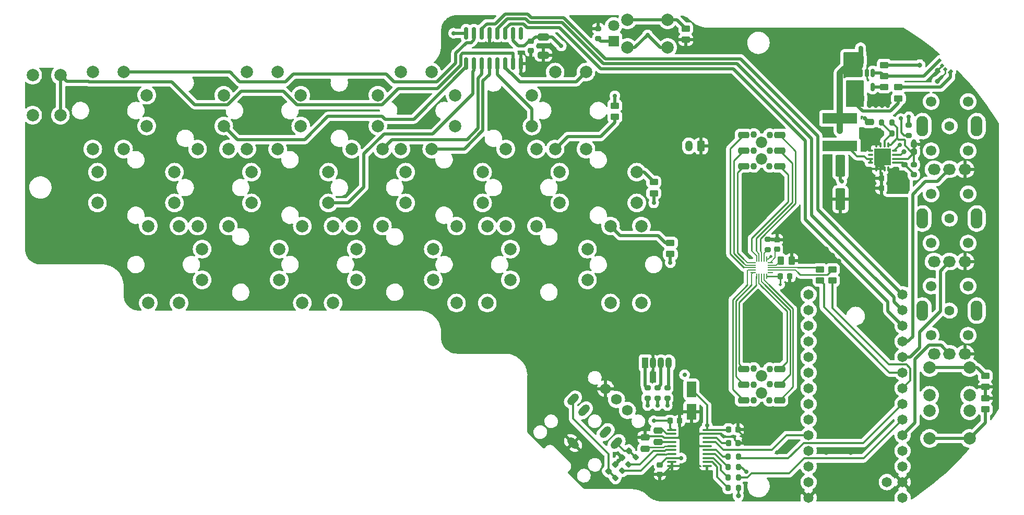
<source format=gbr>
%TF.GenerationSoftware,KiCad,Pcbnew,(6.0.10-0)*%
%TF.CreationDate,2024-08-14T10:58:16+02:00*%
%TF.ProjectId,MiniChord,4d696e69-4368-46f7-9264-2e6b69636164,rev?*%
%TF.SameCoordinates,Original*%
%TF.FileFunction,Copper,L1,Top*%
%TF.FilePolarity,Positive*%
%FSLAX46Y46*%
G04 Gerber Fmt 4.6, Leading zero omitted, Abs format (unit mm)*
G04 Created by KiCad (PCBNEW (6.0.10-0)) date 2024-08-14 10:58:16*
%MOMM*%
%LPD*%
G01*
G04 APERTURE LIST*
G04 Aperture macros list*
%AMRoundRect*
0 Rectangle with rounded corners*
0 $1 Rounding radius*
0 $2 $3 $4 $5 $6 $7 $8 $9 X,Y pos of 4 corners*
0 Add a 4 corners polygon primitive as box body*
4,1,4,$2,$3,$4,$5,$6,$7,$8,$9,$2,$3,0*
0 Add four circle primitives for the rounded corners*
1,1,$1+$1,$2,$3*
1,1,$1+$1,$4,$5*
1,1,$1+$1,$6,$7*
1,1,$1+$1,$8,$9*
0 Add four rect primitives between the rounded corners*
20,1,$1+$1,$2,$3,$4,$5,0*
20,1,$1+$1,$4,$5,$6,$7,0*
20,1,$1+$1,$6,$7,$8,$9,0*
20,1,$1+$1,$8,$9,$2,$3,0*%
%AMHorizOval*
0 Thick line with rounded ends*
0 $1 width*
0 $2 $3 position (X,Y) of the first rounded end (center of the circle)*
0 $4 $5 position (X,Y) of the second rounded end (center of the circle)*
0 Add line between two ends*
20,1,$1,$2,$3,$4,$5,0*
0 Add two circle primitives to create the rounded ends*
1,1,$1,$2,$3*
1,1,$1,$4,$5*%
%AMFreePoly0*
4,1,14,0.354215,0.088284,0.450784,-0.008285,0.462500,-0.036569,0.462500,-0.060000,0.450784,-0.088284,0.422500,-0.100000,-0.422500,-0.100000,-0.450784,-0.088284,-0.462500,-0.060000,-0.462500,0.060000,-0.450784,0.088284,-0.422500,0.100000,0.325931,0.100000,0.354215,0.088284,0.354215,0.088284,$1*%
%AMFreePoly1*
4,1,14,0.450784,0.088284,0.462500,0.060000,0.462500,0.036569,0.450784,0.008285,0.354215,-0.088284,0.325931,-0.100000,-0.422500,-0.100000,-0.450784,-0.088284,-0.462500,-0.060000,-0.462500,0.060000,-0.450784,0.088284,-0.422500,0.100000,0.422500,0.100000,0.450784,0.088284,0.450784,0.088284,$1*%
%AMFreePoly2*
4,1,14,0.088284,0.450784,0.100000,0.422500,0.100000,-0.422500,0.088284,-0.450784,0.060000,-0.462500,-0.060000,-0.462500,-0.088284,-0.450784,-0.100000,-0.422500,-0.100000,0.325931,-0.088284,0.354215,0.008285,0.450784,0.036569,0.462500,0.060000,0.462500,0.088284,0.450784,0.088284,0.450784,$1*%
%AMFreePoly3*
4,1,14,-0.008285,0.450784,0.088284,0.354215,0.100000,0.325931,0.100000,-0.422500,0.088284,-0.450784,0.060000,-0.462500,-0.060000,-0.462500,-0.088284,-0.450784,-0.100000,-0.422500,-0.100000,0.422500,-0.088284,0.450784,-0.060000,0.462500,-0.036569,0.462500,-0.008285,0.450784,-0.008285,0.450784,$1*%
%AMFreePoly4*
4,1,14,0.450784,0.088284,0.462500,0.060000,0.462500,-0.060000,0.450784,-0.088284,0.422500,-0.100000,-0.325931,-0.100000,-0.354215,-0.088284,-0.450784,0.008285,-0.462500,0.036569,-0.462500,0.060000,-0.450784,0.088284,-0.422500,0.100000,0.422500,0.100000,0.450784,0.088284,0.450784,0.088284,$1*%
%AMFreePoly5*
4,1,14,0.450784,0.088284,0.462500,0.060000,0.462500,-0.060000,0.450784,-0.088284,0.422500,-0.100000,-0.422500,-0.100000,-0.450784,-0.088284,-0.462500,-0.060000,-0.462500,-0.036569,-0.450784,-0.008285,-0.354215,0.088284,-0.325931,0.100000,0.422500,0.100000,0.450784,0.088284,0.450784,0.088284,$1*%
%AMFreePoly6*
4,1,14,0.088284,0.450784,0.100000,0.422500,0.100000,-0.325931,0.088284,-0.354215,-0.008285,-0.450784,-0.036569,-0.462500,-0.060000,-0.462500,-0.088284,-0.450784,-0.100000,-0.422500,-0.100000,0.422500,-0.088284,0.450784,-0.060000,0.462500,0.060000,0.462500,0.088284,0.450784,0.088284,0.450784,$1*%
%AMFreePoly7*
4,1,14,0.088284,0.450784,0.100000,0.422500,0.100000,-0.422500,0.088284,-0.450784,0.060000,-0.462500,0.036569,-0.462500,0.008285,-0.450784,-0.088284,-0.354215,-0.100000,-0.325931,-0.100000,0.422500,-0.088284,0.450784,-0.060000,0.462500,0.060000,0.462500,0.088284,0.450784,0.088284,0.450784,$1*%
G04 Aperture macros list end*
%TA.AperFunction,EtchedComponent*%
%ADD10C,0.400000*%
%TD*%
%TA.AperFunction,SMDPad,CuDef*%
%ADD11RoundRect,0.050000X0.388909X0.106066X0.106066X0.388909X-0.388909X-0.106066X-0.106066X-0.388909X0*%
%TD*%
%TA.AperFunction,SMDPad,CuDef*%
%ADD12RoundRect,0.050000X0.300520X0.017678X0.017678X0.300520X-0.300520X-0.017678X-0.017678X-0.300520X0*%
%TD*%
%TA.AperFunction,SMDPad,CuDef*%
%ADD13RoundRect,0.150000X0.150000X-0.825000X0.150000X0.825000X-0.150000X0.825000X-0.150000X-0.825000X0*%
%TD*%
%TA.AperFunction,SMDPad,CuDef*%
%ADD14RoundRect,0.225000X-0.250000X0.225000X-0.250000X-0.225000X0.250000X-0.225000X0.250000X0.225000X0*%
%TD*%
%TA.AperFunction,SMDPad,CuDef*%
%ADD15RoundRect,0.200000X-0.275000X0.200000X-0.275000X-0.200000X0.275000X-0.200000X0.275000X0.200000X0*%
%TD*%
%TA.AperFunction,SMDPad,CuDef*%
%ADD16RoundRect,0.250000X-0.450000X0.262500X-0.450000X-0.262500X0.450000X-0.262500X0.450000X0.262500X0*%
%TD*%
%TA.AperFunction,SMDPad,CuDef*%
%ADD17RoundRect,0.250000X-0.475000X0.250000X-0.475000X-0.250000X0.475000X-0.250000X0.475000X0.250000X0*%
%TD*%
%TA.AperFunction,ComponentPad*%
%ADD18C,2.000000*%
%TD*%
%TA.AperFunction,SMDPad,CuDef*%
%ADD19RoundRect,0.225000X-0.225000X-0.250000X0.225000X-0.250000X0.225000X0.250000X-0.225000X0.250000X0*%
%TD*%
%TA.AperFunction,SMDPad,CuDef*%
%ADD20RoundRect,0.200000X-0.200000X-0.275000X0.200000X-0.275000X0.200000X0.275000X-0.200000X0.275000X0*%
%TD*%
%TA.AperFunction,ComponentPad*%
%ADD21R,1.070000X1.800000*%
%TD*%
%TA.AperFunction,ComponentPad*%
%ADD22O,1.070000X1.800000*%
%TD*%
%TA.AperFunction,SMDPad,CuDef*%
%ADD23RoundRect,0.225000X0.017678X-0.335876X0.335876X-0.017678X-0.017678X0.335876X-0.335876X0.017678X0*%
%TD*%
%TA.AperFunction,SMDPad,CuDef*%
%ADD24RoundRect,0.250000X0.475000X-0.250000X0.475000X0.250000X-0.475000X0.250000X-0.475000X-0.250000X0*%
%TD*%
%TA.AperFunction,SMDPad,CuDef*%
%ADD25RoundRect,0.250000X0.450000X-0.262500X0.450000X0.262500X-0.450000X0.262500X-0.450000X-0.262500X0*%
%TD*%
%TA.AperFunction,SMDPad,CuDef*%
%ADD26RoundRect,0.200000X0.275000X-0.200000X0.275000X0.200000X-0.275000X0.200000X-0.275000X-0.200000X0*%
%TD*%
%TA.AperFunction,ComponentPad*%
%ADD27R,1.800000X1.800000*%
%TD*%
%TA.AperFunction,ComponentPad*%
%ADD28C,1.800000*%
%TD*%
%TA.AperFunction,SMDPad,CuDef*%
%ADD29RoundRect,0.225000X0.225000X0.250000X-0.225000X0.250000X-0.225000X-0.250000X0.225000X-0.250000X0*%
%TD*%
%TA.AperFunction,SMDPad,CuDef*%
%ADD30RoundRect,0.250000X-0.250000X-0.475000X0.250000X-0.475000X0.250000X0.475000X-0.250000X0.475000X0*%
%TD*%
%TA.AperFunction,WasherPad*%
%ADD31C,1.700000*%
%TD*%
%TA.AperFunction,WasherPad*%
%ADD32C,1.600000*%
%TD*%
%TA.AperFunction,WasherPad*%
%ADD33O,1.900000X3.300000*%
%TD*%
%TA.AperFunction,ComponentPad*%
%ADD34O,2.050000X1.800000*%
%TD*%
%TA.AperFunction,SMDPad,CuDef*%
%ADD35RoundRect,0.250000X-0.550000X1.500000X-0.550000X-1.500000X0.550000X-1.500000X0.550000X1.500000X0*%
%TD*%
%TA.AperFunction,SMDPad,CuDef*%
%ADD36RoundRect,0.250000X-0.262500X-0.450000X0.262500X-0.450000X0.262500X0.450000X-0.262500X0.450000X0*%
%TD*%
%TA.AperFunction,SMDPad,CuDef*%
%ADD37RoundRect,0.200000X-0.053033X0.335876X-0.335876X0.053033X0.053033X-0.335876X0.335876X-0.053033X0*%
%TD*%
%TA.AperFunction,SMDPad,CuDef*%
%ADD38RoundRect,0.150000X-0.150000X0.512500X-0.150000X-0.512500X0.150000X-0.512500X0.150000X0.512500X0*%
%TD*%
%TA.AperFunction,WasherPad*%
%ADD39C,1.100000*%
%TD*%
%TA.AperFunction,WasherPad*%
%ADD40C,1.850000*%
%TD*%
%TA.AperFunction,SMDPad,CuDef*%
%ADD41RoundRect,0.255000X-0.635000X0.255000X-0.635000X-0.255000X0.635000X-0.255000X0.635000X0.255000X0*%
%TD*%
%TA.AperFunction,SMDPad,CuDef*%
%ADD42RoundRect,0.250000X-0.650000X0.325000X-0.650000X-0.325000X0.650000X-0.325000X0.650000X0.325000X0*%
%TD*%
%TA.AperFunction,SMDPad,CuDef*%
%ADD43RoundRect,0.087500X-0.325000X-0.087500X0.325000X-0.087500X0.325000X0.087500X-0.325000X0.087500X0*%
%TD*%
%TA.AperFunction,SMDPad,CuDef*%
%ADD44RoundRect,0.087500X-0.087500X-0.325000X0.087500X-0.325000X0.087500X0.325000X-0.087500X0.325000X0*%
%TD*%
%TA.AperFunction,ComponentPad*%
%ADD45C,0.500000*%
%TD*%
%TA.AperFunction,SMDPad,CuDef*%
%ADD46R,2.700000X2.700000*%
%TD*%
%TA.AperFunction,SMDPad,CuDef*%
%ADD47R,5.700000X1.700000*%
%TD*%
%TA.AperFunction,SMDPad,CuDef*%
%ADD48RoundRect,0.200000X0.053033X-0.335876X0.335876X-0.053033X-0.053033X0.335876X-0.335876X0.053033X0*%
%TD*%
%TA.AperFunction,SMDPad,CuDef*%
%ADD49RoundRect,0.250000X0.250000X-0.250000X0.250000X0.250000X-0.250000X0.250000X-0.250000X-0.250000X0*%
%TD*%
%TA.AperFunction,SMDPad,CuDef*%
%ADD50RoundRect,0.200000X0.200000X0.275000X-0.200000X0.275000X-0.200000X-0.275000X0.200000X-0.275000X0*%
%TD*%
%TA.AperFunction,ComponentPad*%
%ADD51C,1.750000*%
%TD*%
%TA.AperFunction,ComponentPad*%
%ADD52HorizOval,1.200000X-0.353553X-0.353553X0.353553X0.353553X0*%
%TD*%
%TA.AperFunction,ComponentPad*%
%ADD53HorizOval,1.200000X0.353553X-0.353553X-0.353553X0.353553X0*%
%TD*%
%TA.AperFunction,ComponentPad*%
%ADD54HorizOval,1.200000X0.353553X0.353553X-0.353553X-0.353553X0*%
%TD*%
%TA.AperFunction,SMDPad,CuDef*%
%ADD55RoundRect,0.100000X-0.637500X-0.100000X0.637500X-0.100000X0.637500X0.100000X-0.637500X0.100000X0*%
%TD*%
%TA.AperFunction,SMDPad,CuDef*%
%ADD56RoundRect,0.250000X-0.550000X1.050000X-0.550000X-1.050000X0.550000X-1.050000X0.550000X1.050000X0*%
%TD*%
%TA.AperFunction,SMDPad,CuDef*%
%ADD57RoundRect,0.225000X-0.017678X0.335876X-0.335876X0.017678X0.017678X-0.335876X0.335876X-0.017678X0*%
%TD*%
%TA.AperFunction,SMDPad,CuDef*%
%ADD58FreePoly0,180.000000*%
%TD*%
%TA.AperFunction,SMDPad,CuDef*%
%ADD59RoundRect,0.050000X0.412500X0.050000X-0.412500X0.050000X-0.412500X-0.050000X0.412500X-0.050000X0*%
%TD*%
%TA.AperFunction,SMDPad,CuDef*%
%ADD60FreePoly1,180.000000*%
%TD*%
%TA.AperFunction,SMDPad,CuDef*%
%ADD61FreePoly2,180.000000*%
%TD*%
%TA.AperFunction,SMDPad,CuDef*%
%ADD62RoundRect,0.050000X0.050000X0.412500X-0.050000X0.412500X-0.050000X-0.412500X0.050000X-0.412500X0*%
%TD*%
%TA.AperFunction,SMDPad,CuDef*%
%ADD63FreePoly3,180.000000*%
%TD*%
%TA.AperFunction,SMDPad,CuDef*%
%ADD64FreePoly4,180.000000*%
%TD*%
%TA.AperFunction,SMDPad,CuDef*%
%ADD65FreePoly5,180.000000*%
%TD*%
%TA.AperFunction,SMDPad,CuDef*%
%ADD66FreePoly6,180.000000*%
%TD*%
%TA.AperFunction,SMDPad,CuDef*%
%ADD67FreePoly7,180.000000*%
%TD*%
%TA.AperFunction,ComponentPad*%
%ADD68RoundRect,0.250000X0.350000X0.625000X-0.350000X0.625000X-0.350000X-0.625000X0.350000X-0.625000X0*%
%TD*%
%TA.AperFunction,ComponentPad*%
%ADD69O,1.200000X1.750000*%
%TD*%
%TA.AperFunction,ComponentPad*%
%ADD70C,1.650000*%
%TD*%
%TA.AperFunction,ViaPad*%
%ADD71C,0.800000*%
%TD*%
%TA.AperFunction,ViaPad*%
%ADD72C,0.700000*%
%TD*%
%TA.AperFunction,ViaPad*%
%ADD73C,0.500000*%
%TD*%
%TA.AperFunction,Conductor*%
%ADD74C,0.250000*%
%TD*%
%TA.AperFunction,Conductor*%
%ADD75C,0.500000*%
%TD*%
%TA.AperFunction,Conductor*%
%ADD76C,0.350000*%
%TD*%
%TA.AperFunction,Conductor*%
%ADD77C,0.200000*%
%TD*%
%TA.AperFunction,Conductor*%
%ADD78C,1.000000*%
%TD*%
%TA.AperFunction,Conductor*%
%ADD79C,0.750000*%
%TD*%
G04 APERTURE END LIST*
D10*
%TO.C,JP2*%
X161200000Y-91700000D02*
X161200000Y-91500000D01*
%TD*%
D11*
%TO.P,D3,1,A1*%
%TO.N,Net-(R1-Pad2)*%
X167146536Y-79257627D03*
D12*
%TO.P,D3,2,A2*%
%TO.N,Net-(R4-Pad1)*%
X166315685Y-78815685D03*
%TO.P,D3,3,K2*%
%TO.N,GND*%
X165750000Y-78250000D03*
D11*
%TO.P,D3,4,K1*%
%TO.N,Net-(R4-Pad2)*%
X165308058Y-77419149D03*
%TD*%
D13*
%TO.P,U4,1,QB*%
%TO.N,Row 2*%
X88555000Y-77875000D03*
%TO.P,U4,2,QC*%
%TO.N,Row 3*%
X89825000Y-77875000D03*
%TO.P,U4,3,QD*%
%TO.N,Row 4*%
X91095000Y-77875000D03*
%TO.P,U4,4,QE*%
%TO.N,Row 5*%
X92365000Y-77875000D03*
%TO.P,U4,5,QF*%
%TO.N,Row 6*%
X93635000Y-77875000D03*
%TO.P,U4,6,QG*%
%TO.N,Row 7*%
X94905000Y-77875000D03*
%TO.P,U4,7,QH*%
%TO.N,Sharp*%
X96175000Y-77875000D03*
%TO.P,U4,8,GND*%
%TO.N,GND*%
X97445000Y-77875000D03*
%TO.P,U4,9,QH'*%
%TO.N,unconnected-(U4-Pad9)*%
X97445000Y-72925000D03*
%TO.P,U4,10,~{SRCLR}*%
%TO.N,3.3V*%
X96175000Y-72925000D03*
%TO.P,U4,11,SRCLK*%
%TO.N,Shift clock*%
X94905000Y-72925000D03*
%TO.P,U4,12,RCLK*%
%TO.N,Storage clock*%
X93635000Y-72925000D03*
%TO.P,U4,13,~{OE}*%
%TO.N,GND*%
X92365000Y-72925000D03*
%TO.P,U4,14,SER*%
%TO.N,Data matrix*%
X91095000Y-72925000D03*
%TO.P,U4,15,QA*%
%TO.N,Row 1*%
X89825000Y-72925000D03*
%TO.P,U4,16,VCC*%
%TO.N,3.3V*%
X88555000Y-72925000D03*
%TD*%
D14*
%TO.P,C7,1*%
%TO.N,3.3V*%
X99100000Y-74225000D03*
%TO.P,C7,2*%
%TO.N,GND*%
X99100000Y-75775000D03*
%TD*%
D15*
%TO.P,R2,1*%
%TO.N,Net-(R2-Pad1)*%
X159700000Y-94275000D03*
%TO.P,R2,2*%
%TO.N,VBAT*%
X159700000Y-95925000D03*
%TD*%
D16*
%TO.P,R13,1*%
%TO.N,Read matrix 3*%
X121700000Y-106987500D03*
%TO.P,R13,2*%
%TO.N,3.3V*%
X121700000Y-108812500D03*
%TD*%
D17*
%TO.P,C9,1*%
%TO.N,Net-(C9-Pad1)*%
X119700000Y-137450000D03*
%TO.P,C9,2*%
%TO.N,Net-(C9-Pad2)*%
X119700000Y-139350000D03*
%TD*%
D18*
%TO.P,SW11,1,1*%
%TO.N,Row 4*%
X75000000Y-91750000D03*
%TO.P,SW11,2,2*%
X75000000Y-104250000D03*
%TO.P,SW11,3,K*%
%TO.N,Read matrix 2*%
X70000000Y-91750000D03*
%TO.P,SW11,4,A*%
X70000000Y-104250000D03*
%TD*%
D19*
%TO.P,C11,1*%
%TO.N,3.3V*%
X121625000Y-135900000D03*
%TO.P,C11,2*%
%TO.N,GND*%
X123175000Y-135900000D03*
%TD*%
D18*
%TO.P,SW26,1,1*%
%TO.N,3.3V*%
X121250000Y-75250000D03*
%TO.P,SW26,2,2*%
X114750000Y-75250000D03*
%TO.P,SW26,3,K*%
%TO.N,Rythm*%
X121250000Y-70750000D03*
%TO.P,SW26,4,A*%
X114750000Y-70750000D03*
%TD*%
D20*
%TO.P,R29,1*%
%TO.N,Net-(R29-Pad1)*%
X131075000Y-145100000D03*
%TO.P,R29,2*%
%TO.N,BCK*%
X132725000Y-145100000D03*
%TD*%
%TO.P,R27,1*%
%TO.N,Net-(R27-Pad1)*%
X131075000Y-141700000D03*
%TO.P,R27,2*%
%TO.N,LRCK*%
X132725000Y-141700000D03*
%TD*%
D21*
%TO.P,D2,1,RA*%
%TO.N,Net-(D2-Pad1)*%
X117640000Y-126500000D03*
D22*
%TO.P,D2,2,K*%
%TO.N,GND*%
X118910000Y-126500000D03*
%TO.P,D2,3,GA*%
%TO.N,Net-(D2-Pad3)*%
X120180000Y-126500000D03*
%TO.P,D2,4,BA*%
%TO.N,Net-(D2-Pad4)*%
X121450000Y-126500000D03*
%TD*%
D15*
%TO.P,R7,1*%
%TO.N,3.3V*%
X160400000Y-87875000D03*
%TO.P,R7,2*%
%TO.N,LBO*%
X160400000Y-89525000D03*
%TD*%
D23*
%TO.P,C16,1*%
%TO.N,Net-(C16-Pad1)*%
X111651992Y-144048008D03*
%TO.P,C16,2*%
%TO.N,GND*%
X112748008Y-142951992D03*
%TD*%
D18*
%TO.P,SW12,1,1*%
%TO.N,Row 5*%
X91250000Y-100500000D03*
%TO.P,SW12,2,2*%
X78750000Y-100500000D03*
%TO.P,SW12,3,K*%
%TO.N,Read matrix 2*%
X91250000Y-95500000D03*
%TO.P,SW12,4,A*%
X78750000Y-95500000D03*
%TD*%
%TO.P,SW15,1,1*%
%TO.N,Row 1*%
X42000000Y-104250000D03*
%TO.P,SW15,2,2*%
X42000000Y-116750000D03*
%TO.P,SW15,3,K*%
%TO.N,Read matrix 3*%
X37000000Y-104250000D03*
%TO.P,SW15,4,A*%
X37000000Y-116750000D03*
%TD*%
D14*
%TO.P,C19,1*%
%TO.N,GND*%
X139000000Y-106475000D03*
%TO.P,C19,2*%
%TO.N,Net-(C19-Pad2)*%
X139000000Y-108025000D03*
%TD*%
D24*
%TO.P,C4,1*%
%TO.N,5V*%
X154000000Y-89250000D03*
%TO.P,C4,2*%
%TO.N,GND*%
X154000000Y-87350000D03*
%TD*%
D25*
%TO.P,R10,1*%
%TO.N,Net-(R10-Pad1)*%
X148000000Y-113112500D03*
%TO.P,R10,2*%
%TO.N,Touch SDL*%
X148000000Y-111287500D03*
%TD*%
D26*
%TO.P,R15,1*%
%TO.N,Net-(R15-Pad1)*%
X137500000Y-108075000D03*
%TO.P,R15,2*%
%TO.N,GND*%
X137500000Y-106425000D03*
%TD*%
D18*
%TO.P,SW10,1,1*%
%TO.N,Row 3*%
X66250000Y-100500000D03*
%TO.P,SW10,2,2*%
X53750000Y-100500000D03*
%TO.P,SW10,3,K*%
%TO.N,Read matrix 2*%
X66250000Y-95500000D03*
%TO.P,SW10,4,A*%
X53750000Y-95500000D03*
%TD*%
D20*
%TO.P,R28,1*%
%TO.N,Net-(R28-Pad1)*%
X131075000Y-143400000D03*
%TO.P,R28,2*%
%TO.N,DIN*%
X132725000Y-143400000D03*
%TD*%
D25*
%TO.P,R1,1*%
%TO.N,VUSB*%
X158700000Y-83520000D03*
%TO.P,R1,2*%
%TO.N,Net-(R1-Pad2)*%
X158700000Y-81695000D03*
%TD*%
D27*
%TO.P,D1,1,K*%
%TO.N,Net-(D1-Pad1)*%
X112500000Y-74270000D03*
D28*
%TO.P,D1,2,A*%
%TO.N,Rythm led*%
X112500000Y-71730000D03*
%TD*%
D18*
%TO.P,SW21,1,1*%
%TO.N,Row 7*%
X117000000Y-104250000D03*
%TO.P,SW21,2,2*%
X117000000Y-116750000D03*
%TO.P,SW21,3,K*%
%TO.N,Read matrix 3*%
X112000000Y-104250000D03*
%TO.P,SW21,4,A*%
X112000000Y-116750000D03*
%TD*%
D16*
%TO.P,R12,1*%
%TO.N,Read matrix 2*%
X119000000Y-97087500D03*
%TO.P,R12,2*%
%TO.N,3.3V*%
X119000000Y-98912500D03*
%TD*%
%TO.P,R39,1*%
%TO.N,GND*%
X172800000Y-132200000D03*
%TO.P,R39,2*%
%TO.N,Down pgm*%
X172800000Y-134025000D03*
%TD*%
D15*
%TO.P,R37,1*%
%TO.N,Net-(D2-Pad1)*%
X118000000Y-130575000D03*
%TO.P,R37,2*%
%TO.N,R led*%
X118000000Y-132225000D03*
%TD*%
D18*
%TO.P,SW6,1,1*%
%TO.N,Row 6*%
X99250000Y-88000000D03*
%TO.P,SW6,2,2*%
X86750000Y-88000000D03*
%TO.P,SW6,3,K*%
%TO.N,Read matrix 1*%
X99250000Y-83000000D03*
%TO.P,SW6,4,A*%
X86750000Y-83000000D03*
%TD*%
%TO.P,SW14,1,1*%
%TO.N,Row 7*%
X116250000Y-100500000D03*
%TO.P,SW14,2,2*%
X103750000Y-100500000D03*
%TO.P,SW14,3,K*%
%TO.N,Read matrix 2*%
X116250000Y-95500000D03*
%TO.P,SW14,4,A*%
X103750000Y-95500000D03*
%TD*%
%TO.P,SW2,1,1*%
%TO.N,Row 2*%
X49250000Y-88000000D03*
%TO.P,SW2,2,2*%
X36750000Y-88000000D03*
%TO.P,SW2,3,K*%
%TO.N,Read matrix 1*%
X49250000Y-83000000D03*
%TO.P,SW2,4,A*%
X36750000Y-83000000D03*
%TD*%
D15*
%TO.P,R35,1*%
%TO.N,Net-(D2-Pad4)*%
X121200000Y-130575000D03*
%TO.P,R35,2*%
%TO.N,B led*%
X121200000Y-132225000D03*
%TD*%
D29*
%TO.P,C1,1*%
%TO.N,VBAT*%
X157475000Y-98100000D03*
%TO.P,C1,2*%
%TO.N,GND*%
X155925000Y-98100000D03*
%TD*%
D18*
%TO.P,SW17,1,1*%
%TO.N,Row 3*%
X67000000Y-104250000D03*
%TO.P,SW17,2,2*%
X67000000Y-116750000D03*
%TO.P,SW17,3,K*%
%TO.N,Read matrix 3*%
X62000000Y-104250000D03*
%TO.P,SW17,4,A*%
X62000000Y-116750000D03*
%TD*%
D30*
%TO.P,C18,1*%
%TO.N,VBAT*%
X152550000Y-77307500D03*
%TO.P,C18,2*%
%TO.N,GND*%
X154450000Y-77307500D03*
%TD*%
D31*
%TO.P,RV3,*%
%TO.N,*%
X170000000Y-84030000D03*
X170000000Y-92030000D03*
X164000000Y-84030000D03*
D32*
X167000000Y-88030000D03*
D33*
X171400000Y-88030000D03*
D31*
X164000000Y-92030000D03*
D33*
X162600000Y-88030000D03*
D34*
%TO.P,RV3,1,1*%
%TO.N,3.3V*%
X164500000Y-95030000D03*
%TO.P,RV3,2,2*%
%TO.N,Chord*%
X167000000Y-95030000D03*
%TO.P,RV3,3,3*%
%TO.N,GND*%
X169500000Y-95030000D03*
%TD*%
D35*
%TO.P,C5,1*%
%TO.N,5V*%
X149300000Y-94500000D03*
%TO.P,C5,2*%
%TO.N,GND*%
X149300000Y-99900000D03*
%TD*%
D36*
%TO.P,R14,1*%
%TO.N,Net-(R14-Pad1)*%
X139587500Y-109900000D03*
%TO.P,R14,2*%
%TO.N,GND*%
X141412500Y-109900000D03*
%TD*%
D18*
%TO.P,SW13,1,1*%
%TO.N,Row 6*%
X100000000Y-91750000D03*
%TO.P,SW13,2,2*%
X100000000Y-104250000D03*
%TO.P,SW13,3,K*%
%TO.N,Read matrix 2*%
X95000000Y-91750000D03*
%TO.P,SW13,4,A*%
X95000000Y-104250000D03*
%TD*%
%TO.P,SW24,1,1*%
%TO.N,3.3V*%
X170250000Y-131750000D03*
%TO.P,SW24,2,2*%
X163750000Y-131750000D03*
%TO.P,SW24,3,K*%
%TO.N,Up pgm*%
X170250000Y-127250000D03*
%TO.P,SW24,4,A*%
X163750000Y-127250000D03*
%TD*%
D19*
%TO.P,C13,1*%
%TO.N,Net-(C13-Pad1)*%
X131125000Y-139500000D03*
%TO.P,C13,2*%
%TO.N,GND*%
X132675000Y-139500000D03*
%TD*%
D37*
%TO.P,R32,1*%
%TO.N,Net-(C17-Pad1)*%
X116083363Y-141816637D03*
%TO.P,R32,2*%
%TO.N,Net-(R32-Pad2)*%
X114916637Y-142983363D03*
%TD*%
D18*
%TO.P,SW18,1,1*%
%TO.N,Row 4*%
X83250000Y-113000000D03*
%TO.P,SW18,2,2*%
X70750000Y-113000000D03*
%TO.P,SW18,3,K*%
%TO.N,Read matrix 3*%
X83250000Y-108000000D03*
%TO.P,SW18,4,A*%
X70750000Y-108000000D03*
%TD*%
D38*
%TO.P,U3,1,STAT*%
%TO.N,Net-(R4-Pad2)*%
X154500000Y-79388750D03*
%TO.P,U3,2,VSS*%
%TO.N,GND*%
X153550000Y-79388750D03*
%TO.P,U3,3,VBAT*%
%TO.N,VBAT*%
X152600000Y-79388750D03*
%TO.P,U3,4,VDD*%
%TO.N,VUSB*%
X152600000Y-81663750D03*
%TO.P,U3,5,PROG*%
%TO.N,Net-(R8-Pad1)*%
X154500000Y-81663750D03*
%TD*%
D18*
%TO.P,SW16,1,1*%
%TO.N,Row 2*%
X58250000Y-113000000D03*
%TO.P,SW16,2,2*%
X45750000Y-113000000D03*
%TO.P,SW16,3,K*%
%TO.N,Read matrix 3*%
X58250000Y-108000000D03*
%TO.P,SW16,4,A*%
X45750000Y-108000000D03*
%TD*%
%TO.P,SW20,1,1*%
%TO.N,Row 6*%
X108250000Y-113000000D03*
%TO.P,SW20,2,2*%
X95750000Y-113000000D03*
%TO.P,SW20,3,K*%
%TO.N,Read matrix 3*%
X108250000Y-108000000D03*
%TO.P,SW20,4,A*%
X95750000Y-108000000D03*
%TD*%
D29*
%TO.P,C3,1*%
%TO.N,VBAT*%
X157475000Y-96500000D03*
%TO.P,C3,2*%
%TO.N,GND*%
X155925000Y-96500000D03*
%TD*%
D39*
%TO.P,J1,*%
%TO.N,*%
X137800000Y-89450000D03*
X135230000Y-94540000D03*
X135250000Y-89400000D03*
X137825000Y-91975000D03*
D40*
X136450000Y-93350000D03*
D39*
X137770000Y-94540000D03*
X135230000Y-92000000D03*
D40*
X136500000Y-90625000D03*
D41*
%TO.P,J1,1,Pin_1*%
%TO.N,Key11*%
X139410000Y-89470000D03*
%TO.P,J1,2,Pin_2*%
%TO.N,Key10*%
X139410000Y-92000000D03*
%TO.P,J1,3,Pin_3*%
%TO.N,Key9*%
X139410000Y-94540000D03*
%TO.P,J1,4,Pin_4*%
%TO.N,Key6*%
X133590000Y-89460000D03*
%TO.P,J1,5,Pin_5*%
%TO.N,Key7*%
X133590000Y-92000000D03*
%TO.P,J1,6,Pin_6*%
%TO.N,Key8*%
X133590000Y-94540000D03*
%TD*%
D42*
%TO.P,C6,1*%
%TO.N,3.3V*%
X101100000Y-73525000D03*
%TO.P,C6,2*%
%TO.N,GND*%
X101100000Y-76475000D03*
%TD*%
D15*
%TO.P,R34,1*%
%TO.N,GND*%
X110000000Y-72175000D03*
%TO.P,R34,2*%
%TO.N,Net-(D1-Pad1)*%
X110000000Y-73825000D03*
%TD*%
D16*
%TO.P,R8,1*%
%TO.N,Net-(R8-Pad1)*%
X156400000Y-81695000D03*
%TO.P,R8,2*%
%TO.N,GND*%
X156400000Y-83520000D03*
%TD*%
D31*
%TO.P,RV2,*%
%TO.N,*%
X170000000Y-99030000D03*
D33*
X171400000Y-103030000D03*
D31*
X164000000Y-107030000D03*
D32*
X167000000Y-103030000D03*
D31*
X170000000Y-107030000D03*
D33*
X162600000Y-103030000D03*
D31*
X164000000Y-99030000D03*
D34*
%TO.P,RV2,1,1*%
%TO.N,3.3V*%
X164500000Y-110030000D03*
%TO.P,RV2,2,2*%
%TO.N,Harp*%
X167000000Y-110030000D03*
%TO.P,RV2,3,3*%
%TO.N,GND*%
X169500000Y-110030000D03*
%TD*%
D16*
%TO.P,R4,1*%
%TO.N,Net-(R4-Pad1)*%
X156400000Y-78095000D03*
%TO.P,R4,2*%
%TO.N,Net-(R4-Pad2)*%
X156400000Y-79920000D03*
%TD*%
D18*
%TO.P,SW4,1,1*%
%TO.N,Row 4*%
X74250000Y-88000000D03*
%TO.P,SW4,2,2*%
X61750000Y-88000000D03*
%TO.P,SW4,3,K*%
%TO.N,Read matrix 1*%
X74250000Y-83000000D03*
%TO.P,SW4,4,A*%
X61750000Y-83000000D03*
%TD*%
%TO.P,SW22,1,1*%
%TO.N,Sharp*%
X22750000Y-79750000D03*
%TO.P,SW22,2,2*%
X22750000Y-86250000D03*
%TO.P,SW22,3,K*%
%TO.N,Read matrix 1*%
X18250000Y-79750000D03*
%TO.P,SW22,4,A*%
X18250000Y-86250000D03*
%TD*%
D43*
%TO.P,U2,1,VOUT*%
%TO.N,5V*%
X154137500Y-92025000D03*
%TO.P,U2,2,NC*%
%TO.N,unconnected-(U2-Pad2)*%
X154137500Y-92675000D03*
%TO.P,U2,3,SW*%
%TO.N,Net-(L1-Pad2)*%
X154137500Y-93325000D03*
%TO.P,U2,4,SW*%
X154137500Y-93975000D03*
D44*
%TO.P,U2,5,PGND*%
%TO.N,GND*%
X155125000Y-94962500D03*
%TO.P,U2,6,PGND*%
X155775000Y-94962500D03*
%TO.P,U2,7,PGND*%
X156425000Y-94962500D03*
%TO.P,U2,8,VBAT*%
%TO.N,VBAT*%
X157075000Y-94962500D03*
D43*
%TO.P,U2,9,LBI*%
%TO.N,Net-(R2-Pad1)*%
X158062500Y-93975000D03*
%TO.P,U2,10,SYNC*%
%TO.N,GND1*%
X158062500Y-93325000D03*
%TO.P,U2,11,EN*%
%TO.N,EN*%
X158062500Y-92675000D03*
%TO.P,U2,12,LBO*%
%TO.N,LBO*%
X158062500Y-92025000D03*
D44*
%TO.P,U2,13,GND*%
%TO.N,GND1*%
X157075000Y-91037500D03*
%TO.P,U2,14,FB*%
%TO.N,Net-(R5-Pad1)*%
X156425000Y-91037500D03*
%TO.P,U2,15,VOUT*%
%TO.N,5V*%
X155775000Y-91037500D03*
%TO.P,U2,16,VOUT*%
X155125000Y-91037500D03*
D45*
%TO.P,U2,17,PAD*%
%TO.N,GND*%
X156100000Y-93000000D03*
X157200000Y-94100000D03*
X157200000Y-91900000D03*
X156100000Y-91900000D03*
X156100000Y-94100000D03*
X155000000Y-93000000D03*
X155000000Y-94100000D03*
X155000000Y-91900000D03*
D46*
X156100000Y-93000000D03*
D45*
X157200000Y-93000000D03*
%TD*%
D47*
%TO.P,L1,1,1*%
%TO.N,VBAT*%
X149200000Y-86750000D03*
%TO.P,L1,2,2*%
%TO.N,Net-(L1-Pad2)*%
X149200000Y-91250000D03*
%TD*%
D40*
%TO.P,J4,*%
%TO.N,*%
X136450000Y-131350000D03*
D39*
X137800000Y-127450000D03*
X137825000Y-129975000D03*
X135230000Y-130000000D03*
X137770000Y-132540000D03*
X135230000Y-132540000D03*
X135250000Y-127400000D03*
D40*
X136500000Y-128625000D03*
D41*
%TO.P,J4,1,Pin_1*%
%TO.N,Key2*%
X139410000Y-127470000D03*
%TO.P,J4,2,Pin_2*%
%TO.N,Key1*%
X139410000Y-130000000D03*
%TO.P,J4,3,Pin_3*%
%TO.N,Key0*%
X139410000Y-132540000D03*
%TO.P,J4,4,Pin_4*%
%TO.N,Key3*%
X133590000Y-127460000D03*
%TO.P,J4,5,Pin_5*%
%TO.N,Key4*%
X133590000Y-130000000D03*
%TO.P,J4,6,Pin_6*%
%TO.N,Key5*%
X133590000Y-132540000D03*
%TD*%
D18*
%TO.P,SW5,1,1*%
%TO.N,Row 5*%
X83000000Y-79250000D03*
%TO.P,SW5,2,2*%
X83000000Y-91750000D03*
%TO.P,SW5,3,K*%
%TO.N,Read matrix 1*%
X78000000Y-79250000D03*
%TO.P,SW5,4,A*%
X78000000Y-91750000D03*
%TD*%
%TO.P,SW19,1,1*%
%TO.N,Row 5*%
X92000000Y-104250000D03*
%TO.P,SW19,2,2*%
X92000000Y-116750000D03*
%TO.P,SW19,3,K*%
%TO.N,Read matrix 3*%
X87000000Y-104250000D03*
%TO.P,SW19,4,A*%
X87000000Y-116750000D03*
%TD*%
%TO.P,SW9,1,1*%
%TO.N,Row 2*%
X50000000Y-91750000D03*
%TO.P,SW9,2,2*%
X50000000Y-104250000D03*
%TO.P,SW9,3,K*%
%TO.N,Read matrix 2*%
X45000000Y-91750000D03*
%TO.P,SW9,4,A*%
X45000000Y-104250000D03*
%TD*%
D48*
%TO.P,R31,1*%
%TO.N,Net-(C16-Pad1)*%
X112733274Y-145166726D03*
%TO.P,R31,2*%
%TO.N,Net-(R31-Pad2)*%
X113900000Y-144000000D03*
%TD*%
D32*
%TO.P,RV1,*%
%TO.N,*%
X167000000Y-118000000D03*
D33*
X162600000Y-118000000D03*
D31*
X170000000Y-122000000D03*
X164000000Y-114000000D03*
X164000000Y-122000000D03*
D33*
X171400000Y-118000000D03*
D31*
X170000000Y-114000000D03*
D34*
%TO.P,RV1,1,1*%
%TO.N,3.3V*%
X164500000Y-125000000D03*
%TO.P,RV1,2,2*%
%TO.N,Mod*%
X167000000Y-125000000D03*
%TO.P,RV1,3,3*%
%TO.N,GND*%
X169500000Y-125000000D03*
%TD*%
D49*
%TO.P,JP2,1,A*%
%TO.N,GND*%
X161200000Y-91000000D03*
%TO.P,JP2,2,B*%
%TO.N,GND1*%
X161200000Y-92200000D03*
%TD*%
D19*
%TO.P,C2,1*%
%TO.N,VUSB*%
X152725000Y-83507500D03*
%TO.P,C2,2*%
%TO.N,GND*%
X154275000Y-83507500D03*
%TD*%
D25*
%TO.P,R9,1*%
%TO.N,Net-(R9-Pad1)*%
X146000000Y-113112500D03*
%TO.P,R9,2*%
%TO.N,Touch SDA*%
X146000000Y-111287500D03*
%TD*%
D50*
%TO.P,R6,1*%
%TO.N,GND1*%
X157625000Y-87400000D03*
%TO.P,R6,2*%
%TO.N,Net-(R5-Pad1)*%
X155975000Y-87400000D03*
%TD*%
D18*
%TO.P,SW7,1,1*%
%TO.N,Row 7*%
X108000000Y-79250000D03*
%TO.P,SW7,2,2*%
X108000000Y-91750000D03*
%TO.P,SW7,3,K*%
%TO.N,Read matrix 1*%
X103000000Y-79250000D03*
%TO.P,SW7,4,A*%
X103000000Y-91750000D03*
%TD*%
%TO.P,SW3,1,1*%
%TO.N,Row 3*%
X58000000Y-79250000D03*
%TO.P,SW3,2,2*%
X58000000Y-91750000D03*
%TO.P,SW3,3,K*%
%TO.N,Read matrix 1*%
X53000000Y-79250000D03*
%TO.P,SW3,4,A*%
X53000000Y-91750000D03*
%TD*%
D25*
%TO.P,R38,1*%
%TO.N,GND*%
X172800000Y-130400000D03*
%TO.P,R38,2*%
%TO.N,Up pgm*%
X172800000Y-128575000D03*
%TD*%
D20*
%TO.P,R30,1*%
%TO.N,Net-(R30-Pad1)*%
X131075000Y-146800000D03*
%TO.P,R30,2*%
%TO.N,SCK*%
X132725000Y-146800000D03*
%TD*%
D51*
%TO.P,J2,G*%
%TO.N,VBAT*%
X114738835Y-134196699D03*
%TO.P,J2,H*%
%TO.N,EN*%
X112971068Y-132428932D03*
%TO.P,J2,I*%
%TO.N,GND*%
X111203301Y-130661165D03*
D52*
%TO.P,J2,R*%
%TO.N,Net-(C16-Pad1)*%
X105900000Y-132428932D03*
%TO.P,J2,Rs*%
%TO.N,unconnected-(J2-PadRs)*%
X107667767Y-134196699D03*
D53*
%TO.P,J2,S*%
%TO.N,GND*%
X105900000Y-139500000D03*
D54*
%TO.P,J2,T*%
%TO.N,Net-(C17-Pad1)*%
X112971068Y-139500000D03*
%TO.P,J2,Ts*%
%TO.N,unconnected-(J2-PadTs)*%
X111203301Y-137732233D03*
%TD*%
D25*
%TO.P,R40,1*%
%TO.N,GND*%
X124200000Y-73987500D03*
%TO.P,R40,2*%
%TO.N,Rythm*%
X124200000Y-72162500D03*
%TD*%
D55*
%TO.P,U5,1,CPVDD*%
%TO.N,3.3V*%
X121937500Y-137375000D03*
%TO.P,U5,2,CAPP*%
%TO.N,Net-(C9-Pad1)*%
X121937500Y-138025000D03*
%TO.P,U5,3,CPGND*%
%TO.N,GND*%
X121937500Y-138675000D03*
%TO.P,U5,4,CAPM*%
%TO.N,Net-(C9-Pad2)*%
X121937500Y-139325000D03*
%TO.P,U5,5,VNEG*%
%TO.N,Net-(C10-Pad2)*%
X121937500Y-139975000D03*
%TO.P,U5,6,OUTL*%
%TO.N,Net-(R32-Pad2)*%
X121937500Y-140625000D03*
%TO.P,U5,7,OUTR*%
%TO.N,Net-(R31-Pad2)*%
X121937500Y-141275000D03*
%TO.P,U5,8,AVDD*%
%TO.N,3.3V*%
X121937500Y-141925000D03*
%TO.P,U5,9,AGND*%
%TO.N,GND*%
X121937500Y-142575000D03*
%TO.P,U5,10,DEMP*%
X121937500Y-143225000D03*
%TO.P,U5,11,FLT*%
X127662500Y-143225000D03*
%TO.P,U5,12,SCK*%
%TO.N,Net-(R30-Pad1)*%
X127662500Y-142575000D03*
%TO.P,U5,13,BCK*%
%TO.N,Net-(R29-Pad1)*%
X127662500Y-141925000D03*
%TO.P,U5,14,DIN*%
%TO.N,Net-(R28-Pad1)*%
X127662500Y-141275000D03*
%TO.P,U5,15,LRCK*%
%TO.N,Net-(R27-Pad1)*%
X127662500Y-140625000D03*
%TO.P,U5,16,FMT*%
%TO.N,GND*%
X127662500Y-139975000D03*
%TO.P,U5,17,XSMT*%
%TO.N,_Mute*%
X127662500Y-139325000D03*
%TO.P,U5,18,LDOO*%
%TO.N,Net-(C13-Pad1)*%
X127662500Y-138675000D03*
%TO.P,U5,19,DGND*%
%TO.N,GND*%
X127662500Y-138025000D03*
%TO.P,U5,20,DVDD*%
%TO.N,3.3V*%
X127662500Y-137375000D03*
%TD*%
D18*
%TO.P,SW1,1,1*%
%TO.N,Row 1*%
X33000000Y-79250000D03*
%TO.P,SW1,2,2*%
X33000000Y-91750000D03*
%TO.P,SW1,3,K*%
%TO.N,Read matrix 1*%
X28000000Y-79250000D03*
%TO.P,SW1,4,A*%
X28000000Y-91750000D03*
%TD*%
D19*
%TO.P,C8,1*%
%TO.N,3.3V*%
X139525000Y-112400000D03*
%TO.P,C8,2*%
%TO.N,GND*%
X141075000Y-112400000D03*
%TD*%
D14*
%TO.P,C14,1*%
%TO.N,3.3V*%
X120000000Y-143025000D03*
%TO.P,C14,2*%
%TO.N,GND*%
X120000000Y-144575000D03*
%TD*%
D50*
%TO.P,R5,1*%
%TO.N,Net-(R5-Pad1)*%
X157625000Y-89200000D03*
%TO.P,R5,2*%
%TO.N,5V*%
X155975000Y-89200000D03*
%TD*%
D56*
%TO.P,C15,1*%
%TO.N,3.3V*%
X125100000Y-130800000D03*
%TO.P,C15,2*%
%TO.N,GND*%
X125100000Y-134400000D03*
%TD*%
D15*
%TO.P,R36,1*%
%TO.N,Net-(D2-Pad3)*%
X119600000Y-130575000D03*
%TO.P,R36,2*%
%TO.N,G led*%
X119600000Y-132225000D03*
%TD*%
D17*
%TO.P,C10,1*%
%TO.N,GND*%
X117600000Y-138550000D03*
%TO.P,C10,2*%
%TO.N,Net-(C10-Pad2)*%
X117600000Y-140450000D03*
%TD*%
D25*
%TO.P,R11,1*%
%TO.N,Read matrix 1*%
X112700000Y-86512500D03*
%TO.P,R11,2*%
%TO.N,3.3V*%
X112700000Y-84687500D03*
%TD*%
D57*
%TO.P,C17,1*%
%TO.N,Net-(C17-Pad1)*%
X114948008Y-140751992D03*
%TO.P,C17,2*%
%TO.N,GND*%
X113851992Y-141848008D03*
%TD*%
D58*
%TO.P,U6,1,~{IRQ}*%
%TO.N,unconnected-(U6-Pad1)*%
X137887500Y-111800000D03*
D59*
%TO.P,U6,2,SCL*%
%TO.N,Touch SDL*%
X137887500Y-111400000D03*
%TO.P,U6,3,SDA*%
%TO.N,Touch SDA*%
X137887500Y-111000000D03*
%TO.P,U6,4,ADDR*%
%TO.N,Net-(R14-Pad1)*%
X137887500Y-110600000D03*
D60*
%TO.P,U6,5,VREG*%
%TO.N,Net-(C19-Pad2)*%
X137887500Y-110200000D03*
D61*
%TO.P,U6,6,VSS*%
%TO.N,GND*%
X137300000Y-109612500D03*
D62*
%TO.P,U6,7,REXT*%
%TO.N,Net-(R15-Pad1)*%
X136900000Y-109612500D03*
%TO.P,U6,8,ELE0*%
%TO.N,Key11*%
X136500000Y-109612500D03*
%TO.P,U6,9,ELE1*%
%TO.N,Key10*%
X136100000Y-109612500D03*
D63*
%TO.P,U6,10,ELE2*%
%TO.N,Key9*%
X135700000Y-109612500D03*
D64*
%TO.P,U6,11,ELE3*%
%TO.N,Key8*%
X135112500Y-110200000D03*
D59*
%TO.P,U6,12,LED0/ELE4*%
%TO.N,Key7*%
X135112500Y-110600000D03*
%TO.P,U6,13,LED1/ELE5*%
%TO.N,Key6*%
X135112500Y-111000000D03*
%TO.P,U6,14,LED2/ELE6*%
%TO.N,Key5*%
X135112500Y-111400000D03*
D65*
%TO.P,U6,15,LED3/ELE7*%
%TO.N,Key4*%
X135112500Y-111800000D03*
D66*
%TO.P,U6,16,LED4/ELE8*%
%TO.N,Key3*%
X135700000Y-112387500D03*
D62*
%TO.P,U6,17,LED5/ELE9*%
%TO.N,Key2*%
X136100000Y-112387500D03*
%TO.P,U6,18,LED6/ELE10*%
%TO.N,Key1*%
X136500000Y-112387500D03*
%TO.P,U6,19,LED7/ELE11*%
%TO.N,Key0*%
X136900000Y-112387500D03*
D67*
%TO.P,U6,20,VDD*%
%TO.N,3.3V*%
X137300000Y-112387500D03*
%TD*%
D18*
%TO.P,SW25,1,1*%
%TO.N,3.3V*%
X163750000Y-134250000D03*
%TO.P,SW25,2,2*%
X170250000Y-134250000D03*
%TO.P,SW25,3,K*%
%TO.N,Down pgm*%
X163750000Y-138750000D03*
%TO.P,SW25,4,A*%
X170250000Y-138750000D03*
%TD*%
%TO.P,SW8,1,1*%
%TO.N,Row 1*%
X41250000Y-100500000D03*
%TO.P,SW8,2,2*%
X28750000Y-100500000D03*
%TO.P,SW8,3,K*%
%TO.N,Read matrix 2*%
X41250000Y-95500000D03*
%TO.P,SW8,4,A*%
X28750000Y-95500000D03*
%TD*%
D15*
%TO.P,R3,1*%
%TO.N,GND1*%
X161200000Y-94275000D03*
%TO.P,R3,2*%
%TO.N,Net-(R2-Pad1)*%
X161200000Y-95925000D03*
%TD*%
D19*
%TO.P,C12,1*%
%TO.N,3.3V*%
X131125000Y-137300000D03*
%TO.P,C12,2*%
%TO.N,GND*%
X132675000Y-137300000D03*
%TD*%
D68*
%TO.P,J3,1,Pin_1*%
%TO.N,GND*%
X126700000Y-91255000D03*
D69*
%TO.P,J3,2,Pin_2*%
%TO.N,VBAT*%
X124700000Y-91255000D03*
%TD*%
D70*
%TO.P,U1,1,GND*%
%TO.N,GND*%
X144130000Y-148375000D03*
%TO.P,U1,2,0_RX1_CRX2_CS1*%
%TO.N,R led*%
X144130000Y-145835000D03*
%TO.P,U1,3,1_TX1_CTX2_MISO1*%
%TO.N,G led*%
X144130000Y-143295000D03*
%TO.P,U1,4,2_OUT2*%
%TO.N,B led*%
X144130000Y-140755000D03*
%TO.P,U1,5,3_LRCLK2*%
%TO.N,_Mute*%
X144130000Y-138215000D03*
%TO.P,U1,6,4_BCLK2*%
%TO.N,Read matrix 3*%
X144130000Y-135675000D03*
%TO.P,U1,7,5_IN2*%
%TO.N,Read matrix 2*%
X144130000Y-133135000D03*
%TO.P,U1,8,6_OUT1D*%
%TO.N,Read matrix 1*%
X144130000Y-130595000D03*
%TO.P,U1,9,7_RX2_OUT1A*%
%TO.N,DIN*%
X144130000Y-128055000D03*
%TO.P,U1,10,8_TX2_IN1*%
%TO.N,Down pgm*%
X144130000Y-125515000D03*
%TO.P,U1,11,9_OUT1C*%
%TO.N,Up pgm*%
X144130000Y-122975000D03*
%TO.P,U1,12,10_CS_MQSR*%
%TO.N,LBO*%
X144130000Y-120435000D03*
%TO.P,U1,13,11_MOSI_CTX1*%
%TO.N,Rythm*%
X144130000Y-117895000D03*
%TO.P,U1,14,12_MISO_MQSL*%
%TO.N,Rythm led*%
X144130000Y-115355000D03*
%TO.P,U1,20,13_SCK_CRX1_LED*%
%TO.N,Data matrix*%
X159370000Y-115355000D03*
%TO.P,U1,21,14_A0_TX3_SPDIF_OUT*%
%TO.N,Storage clock*%
X159370000Y-117895000D03*
%TO.P,U1,22,15_A1_RX3_SPDIF_IN*%
%TO.N,Shift clock*%
X159370000Y-120435000D03*
%TO.P,U1,23,16_A2_RX4_SCL1*%
%TO.N,Chord*%
X159370000Y-122975000D03*
%TO.P,U1,24,17_A3_TX4_SDA1*%
%TO.N,Harp*%
X159370000Y-125515000D03*
%TO.P,U1,25,18_A4_SDA0*%
%TO.N,Net-(R9-Pad1)*%
X159370000Y-128055000D03*
%TO.P,U1,26,19_A5_SCL0*%
%TO.N,Net-(R10-Pad1)*%
X159370000Y-130595000D03*
%TO.P,U1,27,20_A6_TX5_LRCLK1*%
%TO.N,LRCK*%
X159370000Y-133135000D03*
%TO.P,U1,28,21_A7_RX5_BCLK1*%
%TO.N,BCK*%
X159370000Y-135675000D03*
%TO.P,U1,29,22_A8_CTX1*%
%TO.N,Mod*%
X159370000Y-138215000D03*
%TO.P,U1,30,23_A9_CRX1_MCLK1*%
%TO.N,SCK*%
X159370000Y-140755000D03*
%TO.P,U1,31,3V3*%
%TO.N,3.3V*%
X159370000Y-143295000D03*
%TO.P,U1,32,GND*%
%TO.N,GND*%
X159370000Y-145835000D03*
%TO.P,U1,33,VIN*%
%TO.N,5V*%
X159370000Y-148375000D03*
%TO.P,U1,34,VUSB*%
%TO.N,VUSB*%
X156830000Y-145835000D03*
%TD*%
D71*
%TO.N,Net-(R4-Pad1)*%
X165000000Y-80750000D03*
X162155000Y-78095000D03*
%TO.N,GND*%
X165000000Y-79000000D03*
D72*
%TO.N,3.3V*%
X104000000Y-75000000D03*
X121700000Y-110200000D03*
X119000000Y-135900000D03*
X119000000Y-100500000D03*
X86525000Y-72925000D03*
D73*
X139525000Y-113775000D03*
D72*
X127662500Y-136600000D03*
X118000000Y-73200000D03*
X124000000Y-128400000D03*
X160400000Y-86500000D03*
X112700000Y-83100000D03*
X123475000Y-141925000D03*
%TO.N,B led*%
X121200000Y-133400000D03*
%TO.N,G led*%
X119600000Y-133400000D03*
%TO.N,R led*%
X118000000Y-133400000D03*
%TO.N,VBAT*%
X151500000Y-78707500D03*
X150500000Y-79707500D03*
X159900000Y-98400000D03*
X151500000Y-77707500D03*
X150500000Y-78707500D03*
X149200000Y-88800000D03*
X151500000Y-79707500D03*
X150500000Y-76707500D03*
X151500000Y-76707500D03*
X152550000Y-75300000D03*
X159900000Y-97500000D03*
X158800000Y-97500000D03*
X150500000Y-77707500D03*
X158800000Y-98400000D03*
%TO.N,GND*%
X125000000Y-143000000D03*
D71*
X52000000Y-110500000D03*
X113000000Y-98000000D03*
X153000000Y-117000000D03*
X92000000Y-122000000D03*
X159000000Y-105500000D03*
X55000000Y-85000000D03*
X147000000Y-141000000D03*
X108000000Y-98000000D03*
X149000000Y-110000000D03*
D73*
X137000000Y-99000000D03*
D71*
X167000000Y-133000000D03*
X127000000Y-122000000D03*
X39500000Y-110500000D03*
X46000000Y-80900000D03*
D72*
X156000000Y-76707500D03*
D71*
X161200000Y-90600500D03*
X88000000Y-98000000D03*
X37000000Y-98000000D03*
D72*
X149000000Y-126000000D03*
D71*
X151000000Y-134500000D03*
D72*
X127800000Y-130800000D03*
D71*
X83000000Y-98000000D03*
X152000000Y-103000000D03*
D72*
X141000000Y-146000000D03*
D71*
X62000000Y-98000000D03*
D72*
X156000000Y-84707500D03*
X155000000Y-84707500D03*
X151000000Y-128000000D03*
D71*
X151000000Y-130000000D03*
X159000000Y-108500000D03*
D72*
X98875000Y-77875000D03*
D71*
X101000000Y-122000000D03*
X151000000Y-136000000D03*
X65000000Y-86000000D03*
D72*
X151000000Y-126000000D03*
D73*
X137000000Y-120000000D03*
X138000000Y-109200000D03*
D71*
X93000000Y-85500000D03*
X58000000Y-98000000D03*
X149000000Y-134500000D03*
D72*
X125000000Y-140000000D03*
D71*
X147000000Y-108000000D03*
X55000000Y-87000000D03*
X172000000Y-110000000D03*
D72*
X124000000Y-143000000D03*
X157000000Y-84707500D03*
X86400000Y-71000000D03*
D71*
X77000000Y-110500000D03*
X80000000Y-85000000D03*
D72*
X157000000Y-76707500D03*
X92365000Y-74865000D03*
D71*
X24250000Y-98000000D03*
X149000000Y-133000000D03*
X151000000Y-141000000D03*
X81000000Y-88000000D03*
X71000000Y-81000000D03*
D72*
X125000000Y-141000000D03*
D71*
X147500000Y-77500000D03*
X47500000Y-98000000D03*
D72*
X133600000Y-139000000D03*
X139000000Y-146000000D03*
X125000000Y-142000000D03*
D71*
X126000000Y-74000000D03*
X105500000Y-85500000D03*
D72*
X139000000Y-141000000D03*
D71*
X164000000Y-143000000D03*
X115000000Y-81000000D03*
D72*
X153250000Y-86750000D03*
D71*
X114500000Y-110500000D03*
X115000000Y-84500000D03*
X74000000Y-98000000D03*
D72*
X113300000Y-142400000D03*
D71*
X89500000Y-110500000D03*
D72*
X149000000Y-128000000D03*
D71*
X65000000Y-81000000D03*
X149000000Y-136000000D03*
X172000000Y-95000000D03*
X98000000Y-98000000D03*
X172000000Y-125000000D03*
D72*
X154450000Y-75300000D03*
X108100000Y-70900000D03*
D71*
X148000000Y-109000000D03*
X102000000Y-110500000D03*
X64500000Y-110500000D03*
D72*
X154000000Y-84707500D03*
%TO.N,VUSB*%
X151500000Y-84207500D03*
X151500000Y-81207500D03*
X150500000Y-83207500D03*
X150500000Y-82207500D03*
X150500000Y-84207500D03*
X151500000Y-82207500D03*
X150500000Y-81207500D03*
X151500000Y-83207500D03*
%TO.N,5V*%
X149500000Y-97000000D03*
X154000000Y-90500000D03*
X153000000Y-91500000D03*
X153000000Y-90500000D03*
%TO.N,LBO*%
X158900000Y-91100000D03*
X159100000Y-86800000D03*
D71*
%TO.N,EN*%
X159600000Y-92200000D03*
D72*
%TO.N,DIN*%
X134000000Y-144200000D03*
D71*
%TO.N,SCK*%
X132725000Y-148075000D03*
%TD*%
D74*
%TO.N,Net-(R4-Pad1)*%
X166315685Y-78815685D02*
X166315685Y-79434315D01*
X166315685Y-79434315D02*
X165750000Y-80000000D01*
D75*
X165000000Y-80750000D02*
X165750000Y-80000000D01*
X156400000Y-78095000D02*
X162155000Y-78095000D01*
D74*
%TO.N,GND*%
X165750000Y-78250000D02*
X165000000Y-79000000D01*
D75*
%TO.N,Net-(R4-Pad2)*%
X156400000Y-79920000D02*
X162807207Y-79920000D01*
X162807207Y-79920000D02*
X165308058Y-77419149D01*
%TO.N,Net-(R1-Pad2)*%
X158700000Y-81695000D02*
X165555000Y-81695000D01*
X165555000Y-81695000D02*
X167146536Y-80103464D01*
X167146536Y-80103464D02*
X167146536Y-79257627D01*
D74*
%TO.N,Net-(C10-Pad2)*%
X117600000Y-140450000D02*
X117825000Y-140225000D01*
X120825304Y-139975000D02*
X121937500Y-139975000D01*
D76*
X117600000Y-140450000D02*
X117775000Y-140275000D01*
D74*
X120575304Y-140225000D02*
X120825304Y-139975000D01*
X117825000Y-140225000D02*
X120575304Y-140225000D01*
%TO.N,Touch SDA*%
X142300000Y-111000000D02*
X145712500Y-111000000D01*
D77*
X137887500Y-111000000D02*
X142300000Y-111000000D01*
D74*
X145712500Y-111000000D02*
X146000000Y-111287500D01*
%TO.N,Touch SDL*%
X142300000Y-111700000D02*
X142775000Y-112175000D01*
D77*
X142000000Y-111400000D02*
X142300000Y-111700000D01*
D74*
X147112500Y-112175000D02*
X148000000Y-111287500D01*
D77*
X137887500Y-111400000D02*
X142000000Y-111400000D01*
D74*
X142775000Y-112175000D02*
X147112500Y-112175000D01*
D76*
%TO.N,Net-(C13-Pad1)*%
X130048528Y-139500000D02*
X131125000Y-139500000D01*
X129223528Y-138675000D02*
X130048528Y-139500000D01*
X127662500Y-138675000D02*
X129223528Y-138675000D01*
D75*
%TO.N,Read matrix 1*%
X105037500Y-89712500D02*
X103000000Y-91750000D01*
X112700000Y-86512500D02*
X112700000Y-87412500D01*
X110400000Y-89712500D02*
X105037500Y-89712500D01*
X112700000Y-87412500D02*
X110400000Y-89712500D01*
%TO.N,Read matrix 2*%
X117412500Y-95500000D02*
X119000000Y-97087500D01*
X116250000Y-95500000D02*
X117412500Y-95500000D01*
%TO.N,Read matrix 3*%
X119700000Y-105800000D02*
X120887500Y-106987500D01*
X112000000Y-104250000D02*
X113550000Y-105800000D01*
X113550000Y-105800000D02*
X119700000Y-105800000D01*
X120887500Y-106987500D02*
X121700000Y-106987500D01*
%TO.N,Row 1*%
X83850000Y-80850000D02*
X86905000Y-77795000D01*
X88625102Y-74450000D02*
X89372474Y-74450000D01*
X76850000Y-80850000D02*
X83850000Y-80850000D01*
X86905000Y-77795000D02*
X86905000Y-76170102D01*
X60500001Y-79599999D02*
X75599999Y-79599999D01*
X89372474Y-74450000D02*
X89825000Y-73997474D01*
X51850000Y-80850000D02*
X59250000Y-80850000D01*
X86905000Y-76170102D02*
X88625102Y-74450000D01*
X33000000Y-79250000D02*
X50250000Y-79250000D01*
X50250000Y-79250000D02*
X51850000Y-80850000D01*
X75599999Y-79599999D02*
X76850000Y-80850000D01*
X59250000Y-80850000D02*
X60500001Y-79599999D01*
X89825000Y-73997474D02*
X89825000Y-72925000D01*
%TO.N,Row 2*%
X88555000Y-78407740D02*
X80062739Y-86900001D01*
X80062739Y-86900001D02*
X75420100Y-86900001D01*
X88555000Y-77875000D02*
X88555000Y-78407740D01*
X75420100Y-86900001D02*
X74970099Y-86450000D01*
X62400000Y-90200000D02*
X51450000Y-90200000D01*
X51450000Y-90200000D02*
X49250000Y-88000000D01*
X74970099Y-86450000D02*
X66150000Y-86450000D01*
X66150000Y-86450000D02*
X62400000Y-90200000D01*
%TO.N,Row 3*%
X89825000Y-77875000D02*
X89825000Y-78975000D01*
X72000000Y-92557968D02*
X72000000Y-97900000D01*
X89825000Y-78975000D02*
X89700000Y-79100000D01*
X75257968Y-89300000D02*
X72000000Y-92557968D01*
X89700000Y-79100000D02*
X89700000Y-82779901D01*
X83179901Y-89300000D02*
X75257968Y-89300000D01*
X72000000Y-97900000D02*
X69400000Y-100500000D01*
X89700000Y-82779901D02*
X83179901Y-89300000D01*
X69400000Y-100500000D02*
X66250000Y-100500000D01*
%TO.N,Row 4*%
X91095000Y-79605000D02*
X90500000Y-80200000D01*
X90500000Y-80200000D02*
X90500000Y-88400000D01*
X88700000Y-90200000D02*
X76550000Y-90200000D01*
X90500000Y-88400000D02*
X88700000Y-90200000D01*
X91095000Y-77875000D02*
X91095000Y-79605000D01*
X76550000Y-90200000D02*
X75000000Y-91750000D01*
%TO.N,Row 5*%
X92365000Y-79635000D02*
X91300000Y-80700000D01*
X88281370Y-91750000D02*
X83000000Y-91750000D01*
X92365000Y-77875000D02*
X92365000Y-79635000D01*
X91300000Y-80700000D02*
X91300000Y-88731370D01*
X91300000Y-88731370D02*
X88281370Y-91750000D01*
%TO.N,Row 6*%
X93635000Y-79655099D02*
X99250000Y-85270099D01*
X99250000Y-85270099D02*
X99250000Y-88000000D01*
X93635000Y-77875000D02*
X93635000Y-79655099D01*
%TO.N,Row 7*%
X106450000Y-80800000D02*
X108000000Y-79250000D01*
X95876472Y-79400000D02*
X97276472Y-80800000D01*
X97276472Y-80800000D02*
X106450000Y-80800000D01*
X94905000Y-77875000D02*
X94905000Y-78569949D01*
X94905000Y-78569949D02*
X95735051Y-79400000D01*
X95735051Y-79400000D02*
X95876472Y-79400000D01*
%TO.N,3.3V*%
X112700000Y-83100000D02*
X112700000Y-84687500D01*
D76*
X121625000Y-135900000D02*
X121625000Y-137062500D01*
X121625000Y-135900000D02*
X119000000Y-135900000D01*
X121937500Y-141925000D02*
X123475000Y-141925000D01*
D75*
X118000000Y-73200000D02*
X115950000Y-75250000D01*
D74*
X139525000Y-112400000D02*
X139525000Y-113775000D01*
D76*
X121350000Y-141950000D02*
X121075000Y-141950000D01*
D75*
X88555000Y-72925000D02*
X86525000Y-72925000D01*
X99100000Y-74225000D02*
X98775000Y-74225000D01*
X96175000Y-74175000D02*
X96175000Y-72925000D01*
D76*
X127662500Y-133362500D02*
X125100000Y-130800000D01*
D75*
X120050000Y-75250000D02*
X121250000Y-75250000D01*
D76*
X127662500Y-137375000D02*
X127662500Y-136600000D01*
D74*
X137375000Y-112400000D02*
X137375000Y-112387500D01*
D75*
X118000000Y-73200000D02*
X120050000Y-75250000D01*
X101100000Y-73525000D02*
X102525000Y-73525000D01*
D76*
X127662500Y-136600000D02*
X127662500Y-133362500D01*
X127662500Y-137375000D02*
X131050000Y-137375000D01*
D74*
X139525000Y-112400000D02*
X137375000Y-112400000D01*
D76*
X121075000Y-141950000D02*
X120000000Y-143025000D01*
X121625000Y-137062500D02*
X121937500Y-137375000D01*
D75*
X121700000Y-108812500D02*
X121700000Y-110200000D01*
X101100000Y-73525000D02*
X99800000Y-73525000D01*
D76*
X131050000Y-137375000D02*
X131125000Y-137300000D01*
D75*
X99800000Y-73525000D02*
X99100000Y-74225000D01*
D76*
X121937500Y-141925000D02*
X121375000Y-141925000D01*
D75*
X102525000Y-73525000D02*
X104000000Y-75000000D01*
X119000000Y-98912500D02*
X119000000Y-100500000D01*
X160400000Y-87875000D02*
X160400000Y-86500000D01*
D76*
X121375000Y-141925000D02*
X121350000Y-141950000D01*
D75*
X98000000Y-75000000D02*
X97000000Y-75000000D01*
X98775000Y-74225000D02*
X98000000Y-75000000D01*
X97000000Y-75000000D02*
X96175000Y-74175000D01*
X115950000Y-75250000D02*
X114750000Y-75250000D01*
%TO.N,Shift clock*%
X94905000Y-72230051D02*
X94905000Y-72925000D01*
X97884949Y-71400000D02*
X95735051Y-71400000D01*
X157000000Y-118065000D02*
X157000000Y-116600000D01*
X103700000Y-72000000D02*
X98484949Y-72000000D01*
X98484949Y-72000000D02*
X97884949Y-71400000D01*
X95735051Y-71400000D02*
X94905000Y-72230051D01*
X159370000Y-120435000D02*
X157000000Y-118065000D01*
X131900000Y-78700000D02*
X110400000Y-78700000D01*
X143600000Y-90400000D02*
X131900000Y-78700000D01*
X157000000Y-116600000D02*
X143600000Y-103200000D01*
X110400000Y-78700000D02*
X103700000Y-72000000D01*
X143600000Y-103200000D02*
X143600000Y-90400000D01*
%TO.N,Storage clock*%
X158000000Y-116525000D02*
X159370000Y-117895000D01*
X98216319Y-70600000D02*
X98816319Y-71200000D01*
X144650000Y-90050000D02*
X144650000Y-102473478D01*
X93635000Y-72230051D02*
X95265051Y-70600000D01*
X110800000Y-77900000D02*
X132500000Y-77900000D01*
X95265051Y-70600000D02*
X98216319Y-70600000D01*
X158000000Y-115823478D02*
X158000000Y-116525000D01*
X98816319Y-71200000D02*
X104100000Y-71200000D01*
X144650000Y-102473478D02*
X158000000Y-115823478D01*
X93635000Y-72925000D02*
X93635000Y-72230051D01*
X132500000Y-77900000D02*
X144650000Y-90050000D01*
X104100000Y-71200000D02*
X110800000Y-77900000D01*
%TO.N,Net-(D1-Pad1)*%
X112500000Y-74270000D02*
X110445000Y-74270000D01*
X110445000Y-74270000D02*
X110000000Y-73825000D01*
%TO.N,Net-(D2-Pad1)*%
X117640000Y-126500000D02*
X117640000Y-130215000D01*
X117640000Y-130215000D02*
X118000000Y-130575000D01*
%TO.N,Net-(D2-Pad3)*%
X120180000Y-129995000D02*
X119600000Y-130575000D01*
X120180000Y-126500000D02*
X120180000Y-129995000D01*
%TO.N,Net-(D2-Pad4)*%
X121450000Y-126500000D02*
X121450000Y-130325000D01*
X121450000Y-130325000D02*
X121200000Y-130575000D01*
D76*
%TO.N,GND1*%
X160920406Y-92375000D02*
X161200000Y-92375000D01*
X159775000Y-91167094D02*
X160385614Y-91777708D01*
X161200000Y-94275000D02*
X161200000Y-92375000D01*
X158062500Y-93325000D02*
X160250000Y-93325000D01*
X158500000Y-90000000D02*
X158700000Y-90200000D01*
X158700000Y-90200000D02*
X159645406Y-90200000D01*
X157075000Y-91037500D02*
X157462500Y-91037500D01*
X159645406Y-90200000D02*
X159775000Y-90329594D01*
X160385614Y-91840208D02*
X160920406Y-92375000D01*
X159775000Y-90329594D02*
X159775000Y-91167094D01*
X160250000Y-93325000D02*
X161200000Y-92375000D01*
X160385614Y-91777708D02*
X160385614Y-91840208D01*
X157462500Y-91037500D02*
X158500000Y-90000000D01*
X158500000Y-90000000D02*
X158500000Y-88275000D01*
X158500000Y-88275000D02*
X157625000Y-87400000D01*
%TO.N,Net-(R9-Pad1)*%
X146600000Y-117400000D02*
X157255000Y-128055000D01*
X146000000Y-113112500D02*
X146600000Y-113712500D01*
X157255000Y-128055000D02*
X159370000Y-128055000D01*
X146600000Y-113712500D02*
X146600000Y-117400000D01*
%TO.N,Net-(R10-Pad1)*%
X157165000Y-126765000D02*
X159995000Y-126765000D01*
X148000000Y-113112500D02*
X148000000Y-117600000D01*
X159995000Y-126765000D02*
X160630000Y-127400000D01*
X160630000Y-129335000D02*
X159370000Y-130595000D01*
X160630000Y-127400000D02*
X160630000Y-129335000D01*
X148000000Y-117600000D02*
X157165000Y-126765000D01*
%TO.N,Net-(R31-Pad2)*%
X116900000Y-144000000D02*
X119525000Y-141375000D01*
D74*
X120980938Y-141375000D02*
X121080938Y-141275000D01*
D76*
X113900000Y-144000000D02*
X116900000Y-144000000D01*
X119525000Y-141375000D02*
X120801472Y-141375000D01*
D74*
X121937500Y-141275000D02*
X121080938Y-141275000D01*
X120801472Y-141375000D02*
X120980938Y-141375000D01*
D75*
%TO.N,B led*%
X121200000Y-132225000D02*
X121200000Y-133400000D01*
%TO.N,G led*%
X119600000Y-132225000D02*
X119600000Y-133400000D01*
%TO.N,R led*%
X118000000Y-132225000D02*
X118000000Y-133400000D01*
%TO.N,Up pgm*%
X171475000Y-127250000D02*
X172800000Y-128575000D01*
X170250000Y-127250000D02*
X171475000Y-127250000D01*
X163750000Y-127250000D02*
X170250000Y-127250000D01*
%TO.N,Down pgm*%
X172800000Y-136200000D02*
X170250000Y-138750000D01*
X163750000Y-138750000D02*
X170250000Y-138750000D01*
X172800000Y-134025000D02*
X172800000Y-136200000D01*
%TO.N,Rythm*%
X121250000Y-70750000D02*
X122787500Y-70750000D01*
X122787500Y-70750000D02*
X124200000Y-72162500D01*
X114750000Y-70750000D02*
X121250000Y-70750000D01*
%TO.N,Mod*%
X161400000Y-125870101D02*
X161400000Y-136185000D01*
X165600000Y-123600000D02*
X163670101Y-123600000D01*
X161400000Y-136185000D02*
X159370000Y-138215000D01*
X167000000Y-125000000D02*
X165600000Y-123600000D01*
X163670101Y-123600000D02*
X161400000Y-125870101D01*
%TO.N,Chord*%
X161000000Y-122200000D02*
X160225000Y-122975000D01*
X167000000Y-95000000D02*
X165000000Y-97000000D01*
X165000000Y-97000000D02*
X163100000Y-97000000D01*
X160225000Y-122975000D02*
X159370000Y-122975000D01*
X163100000Y-97000000D02*
X161000000Y-99100000D01*
X161000000Y-99100000D02*
X161000000Y-122200000D01*
%TO.N,Harp*%
X160585000Y-125515000D02*
X159370000Y-125515000D01*
X165500000Y-118100000D02*
X162100000Y-121500000D01*
X162100000Y-124000000D02*
X160585000Y-125515000D01*
X165500000Y-111530000D02*
X165500000Y-118100000D01*
X167000000Y-110030000D02*
X165500000Y-111530000D01*
X162100000Y-121500000D02*
X162100000Y-124000000D01*
%TO.N,Sharp*%
X27357968Y-80800000D02*
X40820099Y-80800000D01*
X27307968Y-80750000D02*
X27357968Y-80800000D01*
X22750000Y-79750000D02*
X22750000Y-86250000D01*
X87705000Y-78126370D02*
X87705000Y-76501472D01*
X40820099Y-80800000D02*
X44570099Y-84550000D01*
X96175000Y-76175000D02*
X96175000Y-77875000D01*
X83931370Y-81900000D02*
X87705000Y-78126370D01*
X96150000Y-76200000D02*
X96175000Y-76175000D01*
X49892032Y-84550000D02*
X52084064Y-82357968D01*
X23750000Y-80750000D02*
X27307968Y-80750000D01*
X77542032Y-81900000D02*
X83931370Y-81900000D01*
X44570099Y-84550000D02*
X49892032Y-84550000D01*
X52084064Y-82357968D02*
X58915936Y-82357968D01*
X88006472Y-76200000D02*
X96150000Y-76200000D01*
X74892032Y-84550000D02*
X77542032Y-81900000D01*
X61107968Y-84550000D02*
X74892032Y-84550000D01*
X58915936Y-82357968D02*
X61107968Y-84550000D01*
X87705000Y-76501472D02*
X88006472Y-76200000D01*
X22750000Y-79750000D02*
X23750000Y-80750000D01*
%TO.N,Data matrix*%
X159355000Y-115355000D02*
X159370000Y-115355000D01*
X94933681Y-69800000D02*
X98547689Y-69800000D01*
X93333681Y-71400000D02*
X94933681Y-69800000D01*
X111131370Y-77100000D02*
X133100000Y-77100000D01*
X133100000Y-77100000D02*
X145600000Y-89600000D01*
X98547689Y-69800000D02*
X99147689Y-70400000D01*
X91925051Y-71400000D02*
X93333681Y-71400000D01*
X91095000Y-72230051D02*
X91925051Y-71400000D01*
X104431370Y-70400000D02*
X111131370Y-77100000D01*
X91095000Y-72925000D02*
X91095000Y-72230051D01*
X145600000Y-101600000D02*
X159355000Y-115355000D01*
X145600000Y-89600000D02*
X145600000Y-101600000D01*
X99147689Y-70400000D02*
X104431370Y-70400000D01*
D74*
%TO.N,Key11*%
X139410000Y-89470000D02*
X142000000Y-92060000D01*
D77*
X136500000Y-109612500D02*
X136500000Y-108500000D01*
D74*
X142000000Y-92060000D02*
X142000000Y-100600000D01*
X136300000Y-106300000D02*
X136300000Y-108300000D01*
X142000000Y-100600000D02*
X136300000Y-106300000D01*
D77*
X136500000Y-108500000D02*
X136300000Y-108300000D01*
%TO.N,Key10*%
X136100000Y-109612500D02*
X136100000Y-108800000D01*
D74*
X135600000Y-106207106D02*
X141450000Y-100357106D01*
X135600000Y-108300000D02*
X135600000Y-106207106D01*
X141450000Y-94040000D02*
X139410000Y-92000000D01*
D77*
X136100000Y-108800000D02*
X135600000Y-108300000D01*
D74*
X141450000Y-100357106D02*
X141450000Y-94040000D01*
%TO.N,Key9*%
X139410000Y-94540000D02*
X140800000Y-95930000D01*
X140800000Y-95930000D02*
X140800000Y-100300000D01*
D77*
X135700000Y-109100000D02*
X134900000Y-108300000D01*
D74*
X140800000Y-100300000D02*
X134900000Y-106200000D01*
D77*
X135700000Y-109612500D02*
X135700000Y-109100000D01*
D74*
X134900000Y-106200000D02*
X134900000Y-108300000D01*
D76*
%TO.N,Net-(C16-Pad1)*%
X112733274Y-145129290D02*
X111651992Y-144048008D01*
X111651992Y-144048008D02*
X111651992Y-141251992D01*
X112733274Y-145166726D02*
X112733274Y-145129290D01*
X111651992Y-141251992D02*
X105900000Y-135500000D01*
X105900000Y-135500000D02*
X105900000Y-132428932D01*
D74*
%TO.N,Key0*%
X139410000Y-132540000D02*
X141600000Y-130350000D01*
X141600000Y-117700000D02*
X137700000Y-113800000D01*
D77*
X136900000Y-112387500D02*
X136900000Y-113000000D01*
D74*
X141600000Y-130350000D02*
X141600000Y-117700000D01*
D77*
X136900000Y-113000000D02*
X137700000Y-113800000D01*
D74*
%TO.N,Key1*%
X141100000Y-128310000D02*
X139410000Y-130000000D01*
X141100000Y-117907106D02*
X141100000Y-128310000D01*
D77*
X136500000Y-113300000D02*
X137000000Y-113800000D01*
D74*
X137000000Y-113807106D02*
X141100000Y-117907106D01*
D77*
X136500000Y-112387500D02*
X136500000Y-113300000D01*
D74*
X137000000Y-113800000D02*
X137000000Y-113807106D01*
%TO.N,Key2*%
X140600000Y-126280000D02*
X139410000Y-127470000D01*
X136300000Y-113800000D02*
X136300000Y-113814212D01*
D77*
X136100000Y-113600000D02*
X136300000Y-113800000D01*
D74*
X140600000Y-118114212D02*
X140600000Y-126280000D01*
X136300000Y-113814212D02*
X140600000Y-118114212D01*
D77*
X136100000Y-112387500D02*
X136100000Y-113600000D01*
%TO.N,Key3*%
X135600000Y-112487500D02*
X135600000Y-113800000D01*
D74*
X132800000Y-116614212D02*
X132800000Y-126670000D01*
D77*
X135700000Y-112387500D02*
X135600000Y-112487500D01*
D74*
X135600000Y-113814212D02*
X132800000Y-116614212D01*
X132800000Y-126670000D02*
X133590000Y-127460000D01*
X135600000Y-113800000D02*
X135600000Y-113814212D01*
%TO.N,Key4*%
X134900000Y-113800000D02*
X134900000Y-113807106D01*
X132300000Y-116407106D02*
X132300000Y-128710000D01*
D77*
X135112500Y-111800000D02*
X134900000Y-112012500D01*
D74*
X134900000Y-113807106D02*
X132300000Y-116407106D01*
X132300000Y-128710000D02*
X133590000Y-130000000D01*
D77*
X134900000Y-112012500D02*
X134900000Y-113800000D01*
D74*
%TO.N,Key5*%
X134200000Y-113800000D02*
X131800000Y-116200000D01*
X131800000Y-116200000D02*
X131800000Y-130750000D01*
D77*
X134200000Y-111500000D02*
X134200000Y-113800000D01*
D74*
X131800000Y-130750000D02*
X133590000Y-132540000D01*
D77*
X134300000Y-111400000D02*
X134200000Y-111500000D01*
X135112500Y-111400000D02*
X134300000Y-111400000D01*
D74*
%TO.N,Key6*%
X131400000Y-108814212D02*
X133585788Y-111000000D01*
D77*
X135112500Y-111000000D02*
X133600000Y-111000000D01*
D74*
X133585788Y-111000000D02*
X133600000Y-111000000D01*
X133590000Y-89460000D02*
X131400000Y-91650000D01*
X131400000Y-91650000D02*
X131400000Y-108814212D01*
D77*
%TO.N,Key7*%
X133900000Y-110600000D02*
X133600000Y-110300000D01*
X135112500Y-110600000D02*
X133900000Y-110600000D01*
D74*
X133600000Y-110300000D02*
X133400000Y-110100000D01*
X133400000Y-110100000D02*
X133392894Y-110100000D01*
X133392894Y-110100000D02*
X132000000Y-108707106D01*
X132000000Y-93590000D02*
X133590000Y-92000000D01*
X132000000Y-108707106D02*
X132000000Y-93590000D01*
%TO.N,Key8*%
X132600000Y-108600000D02*
X133600000Y-109600000D01*
D77*
X134200000Y-110200000D02*
X133600000Y-109600000D01*
D74*
X133590000Y-94540000D02*
X132600000Y-95530000D01*
D77*
X135112500Y-110200000D02*
X134200000Y-110200000D01*
D74*
X132600000Y-95530000D02*
X132600000Y-108600000D01*
D78*
%TO.N,VBAT*%
X150500000Y-78707500D02*
X149892500Y-78707500D01*
X149200000Y-86750000D02*
X149200000Y-88800000D01*
X149200000Y-79400000D02*
X149200000Y-86750000D01*
X149892500Y-78707500D02*
X149200000Y-79400000D01*
D79*
X152550000Y-77307500D02*
X152550000Y-75300000D01*
%TO.N,GND*%
X154450000Y-77307500D02*
X154450000Y-75300000D01*
D76*
X120404594Y-138375000D02*
X117775000Y-138375000D01*
X129925000Y-138025000D02*
X130400000Y-138500000D01*
X127662500Y-138025000D02*
X129925000Y-138025000D01*
D75*
X92365000Y-72925000D02*
X92365000Y-74865000D01*
D76*
X121937500Y-138675000D02*
X120704594Y-138675000D01*
D75*
X97445000Y-77875000D02*
X98875000Y-77875000D01*
D76*
X127662500Y-138025000D02*
X126325000Y-138025000D01*
X120000000Y-144575000D02*
X120587500Y-144575000D01*
X130400000Y-138500000D02*
X132200000Y-138500000D01*
X121325000Y-138675000D02*
X121306066Y-138675000D01*
X132675000Y-137300000D02*
X132675000Y-137475000D01*
X121937500Y-138675000D02*
X121325000Y-138675000D01*
D77*
X137587500Y-109612500D02*
X138000000Y-109200000D01*
D76*
X127662500Y-139975000D02*
X126325000Y-139975000D01*
X132675000Y-137475000D02*
X133600000Y-138400000D01*
X117775000Y-138375000D02*
X117600000Y-138550000D01*
X121937500Y-142575000D02*
X121937500Y-143225000D01*
D75*
X153850000Y-87350000D02*
X153250000Y-86750000D01*
D77*
X137300000Y-109612500D02*
X137587500Y-109612500D01*
D76*
X120704594Y-138675000D02*
X120404594Y-138375000D01*
X123175000Y-135900000D02*
X123175000Y-138425000D01*
D75*
X154000000Y-87350000D02*
X153850000Y-87350000D01*
D76*
X120587500Y-144575000D02*
X121937500Y-143225000D01*
X132200000Y-138500000D02*
X132200000Y-139025000D01*
X132200000Y-139025000D02*
X132675000Y-139500000D01*
X123175000Y-138425000D02*
X122925000Y-138675000D01*
X122925000Y-138675000D02*
X121937500Y-138675000D01*
X161200000Y-90600500D02*
X161200000Y-90825000D01*
D75*
%TO.N,VUSB*%
X158700000Y-83520000D02*
X158700000Y-84280293D01*
X158700000Y-84280293D02*
X157372793Y-85607500D01*
X157372793Y-85607500D02*
X152900000Y-85607500D01*
X152900000Y-85607500D02*
X151500000Y-84207500D01*
%TO.N,5V*%
X149300000Y-96800000D02*
X149300000Y-94500000D01*
X149500000Y-97000000D02*
X149300000Y-96800000D01*
D76*
X155975000Y-89200000D02*
X155775000Y-89400000D01*
%TO.N,Net-(L1-Pad2)*%
X150350000Y-91250000D02*
X152000000Y-92900000D01*
X154137500Y-93975000D02*
X154137500Y-93325000D01*
X149200000Y-91250000D02*
X150350000Y-91250000D01*
X153579505Y-93325000D02*
X153154505Y-92900000D01*
X154137500Y-93325000D02*
X153579505Y-93325000D01*
X153154505Y-92900000D02*
X152000000Y-92900000D01*
%TO.N,Net-(R2-Pad1)*%
X161200000Y-95925000D02*
X161200000Y-95775000D01*
X159400000Y-93975000D02*
X159700000Y-94275000D01*
X161200000Y-95775000D02*
X159700000Y-94275000D01*
X158062500Y-93975000D02*
X159400000Y-93975000D01*
%TO.N,Net-(R5-Pad1)*%
X155975000Y-87400000D02*
X155975000Y-87550000D01*
X156425000Y-90400000D02*
X157625000Y-89200000D01*
X156425000Y-91037500D02*
X156425000Y-90400000D01*
X155975000Y-87550000D02*
X157625000Y-89200000D01*
%TO.N,LBO*%
X159625000Y-89525000D02*
X159150000Y-89050000D01*
X158062500Y-92025000D02*
X158062500Y-91937500D01*
X158062500Y-91937500D02*
X158900000Y-91100000D01*
X159150000Y-89050000D02*
X159150000Y-86850000D01*
X160400000Y-89525000D02*
X159625000Y-89525000D01*
X159150000Y-86850000D02*
X159100000Y-86800000D01*
D75*
%TO.N,Net-(R8-Pad1)*%
X156368750Y-81663750D02*
X156400000Y-81695000D01*
X154500000Y-81663750D02*
X156368750Y-81663750D01*
D76*
%TO.N,EN*%
X158062500Y-92675000D02*
X159125000Y-92675000D01*
X159125000Y-92675000D02*
X159600000Y-92200000D01*
%TO.N,Net-(C9-Pad1)*%
X121107538Y-138025000D02*
X121937500Y-138025000D01*
X120232538Y-137150000D02*
X121107538Y-138025000D01*
%TO.N,Net-(C9-Pad2)*%
X119700000Y-139350000D02*
X119725000Y-139325000D01*
X119725000Y-139325000D02*
X121937500Y-139325000D01*
%TO.N,_Mute*%
X127662500Y-139325000D02*
X129025000Y-139325000D01*
X140531016Y-138215000D02*
X144130000Y-138215000D01*
X138146016Y-140600000D02*
X140531016Y-138215000D01*
X129025000Y-139325000D02*
X130300000Y-140600000D01*
X130300000Y-140600000D02*
X138146016Y-140600000D01*
%TO.N,Net-(R27-Pad1)*%
X130223528Y-141700000D02*
X131075000Y-141700000D01*
X129148528Y-140625000D02*
X130223528Y-141700000D01*
X127662500Y-140625000D02*
X129148528Y-140625000D01*
%TO.N,LRCK*%
X153005000Y-139500000D02*
X143348528Y-139500000D01*
X143348528Y-139500000D02*
X142600000Y-140248528D01*
X159370000Y-133135000D02*
X153005000Y-139500000D01*
X142551472Y-140248528D02*
X140800000Y-142000000D01*
X142600000Y-140248528D02*
X142551472Y-140248528D01*
X133025000Y-142000000D02*
X132725000Y-141700000D01*
X140800000Y-142000000D02*
X133025000Y-142000000D01*
%TO.N,Net-(R28-Pad1)*%
X127662500Y-141275000D02*
X128950000Y-141275000D01*
X128950000Y-141275000D02*
X131075000Y-143400000D01*
%TO.N,DIN*%
X132725000Y-143400000D02*
X133200000Y-143400000D01*
X133200000Y-143400000D02*
X134000000Y-144200000D01*
%TO.N,Net-(R29-Pad1)*%
X129900000Y-143134010D02*
X128690990Y-141925000D01*
X128690990Y-141925000D02*
X127662500Y-141925000D01*
X131075000Y-145100000D02*
X129900000Y-143925000D01*
X129900000Y-143925000D02*
X129900000Y-143134010D01*
%TO.N,BCK*%
X132725000Y-145100000D02*
X134196016Y-145100000D01*
X134196016Y-145100000D02*
X134896016Y-144400000D01*
X153040000Y-142005000D02*
X159370000Y-135675000D01*
X134896016Y-144400000D02*
X141000000Y-144400000D01*
X143395000Y-142005000D02*
X153040000Y-142005000D01*
X141000000Y-144400000D02*
X143395000Y-142005000D01*
%TO.N,Net-(R30-Pad1)*%
X131075000Y-146800000D02*
X129300000Y-145025000D01*
X128492462Y-142575000D02*
X127662500Y-142575000D01*
X129300000Y-145025000D02*
X129300000Y-143382538D01*
X129300000Y-143382538D02*
X128492462Y-142575000D01*
%TO.N,SCK*%
X132725000Y-146800000D02*
X132725000Y-148075000D01*
%TO.N,Net-(R32-Pad2)*%
X116746231Y-142983363D02*
X114916637Y-142983363D01*
X120953122Y-140625000D02*
X120803121Y-140775000D01*
X121937500Y-140625000D02*
X120953122Y-140625000D01*
X120803121Y-140775000D02*
X118954594Y-140775000D01*
X118954594Y-140775000D02*
X116746231Y-142983363D01*
%TO.N,Net-(C17-Pad1)*%
X114223060Y-140751992D02*
X112971068Y-139500000D01*
X114948008Y-140751992D02*
X115018718Y-140751992D01*
X114948008Y-140751992D02*
X114223060Y-140751992D01*
X115018718Y-140751992D02*
X116083363Y-141816637D01*
D75*
%TO.N,Net-(R4-Pad2)*%
X154500000Y-79388750D02*
X155868750Y-79388750D01*
X155868750Y-79388750D02*
X156400000Y-79920000D01*
D77*
%TO.N,Net-(C19-Pad2)*%
X138700000Y-108325000D02*
X139000000Y-108025000D01*
X138700000Y-109387500D02*
X138700000Y-108325000D01*
X137887500Y-110200000D02*
X138700000Y-109387500D01*
%TO.N,Net-(R14-Pad1)*%
X137887500Y-110600000D02*
X138887500Y-110600000D01*
X138887500Y-110600000D02*
X139587500Y-109900000D01*
%TO.N,Net-(R15-Pad1)*%
X136900000Y-108675000D02*
X137500000Y-108075000D01*
X136900000Y-109612500D02*
X136900000Y-108675000D01*
%TD*%
%TA.AperFunction,Conductor*%
%TO.N,VUSB*%
G36*
X153042121Y-80627502D02*
G01*
X153088614Y-80681158D01*
X153100000Y-80733500D01*
X153100000Y-84781500D01*
X153079998Y-84849621D01*
X153026342Y-84896114D01*
X152974000Y-84907500D01*
X150334500Y-84907500D01*
X150266379Y-84887498D01*
X150219886Y-84833842D01*
X150208500Y-84781500D01*
X150208500Y-80733500D01*
X150228502Y-80665379D01*
X150282158Y-80618886D01*
X150334500Y-80607500D01*
X152974000Y-80607500D01*
X153042121Y-80627502D01*
G37*
%TD.AperFunction*%
%TD*%
%TA.AperFunction,Conductor*%
%TO.N,GND*%
G36*
X157641365Y-82418476D02*
G01*
X157647922Y-82426030D01*
X157651522Y-82431848D01*
X157700000Y-82480242D01*
X157700000Y-82734806D01*
X157650695Y-82784197D01*
X157646855Y-82790427D01*
X157646854Y-82790428D01*
X157619534Y-82834750D01*
X157557885Y-82934762D01*
X157502203Y-83102639D01*
X157491500Y-83207100D01*
X157491500Y-83832900D01*
X157502474Y-83938666D01*
X157558450Y-84106446D01*
X157598730Y-84171537D01*
X157617566Y-84239987D01*
X157596404Y-84307757D01*
X157580679Y-84326933D01*
X157095517Y-84812095D01*
X157033205Y-84846121D01*
X157006422Y-84849000D01*
X153739500Y-84849000D01*
X153671379Y-84828998D01*
X153624886Y-84775342D01*
X153613500Y-84723000D01*
X153613500Y-84107444D01*
X153619907Y-84067777D01*
X153623578Y-84056708D01*
X153673149Y-83907257D01*
X153683500Y-83806232D01*
X153683500Y-83208768D01*
X153672887Y-83106481D01*
X153619977Y-82947892D01*
X153613500Y-82908015D01*
X153613500Y-82675200D01*
X153633502Y-82607079D01*
X153687158Y-82560586D01*
X153757432Y-82550482D01*
X153822012Y-82579976D01*
X153828595Y-82586105D01*
X153943193Y-82700703D01*
X153950017Y-82704739D01*
X153950020Y-82704741D01*
X154057589Y-82768357D01*
X154086399Y-82785395D01*
X154094010Y-82787606D01*
X154094012Y-82787607D01*
X154146231Y-82802778D01*
X154246169Y-82831812D01*
X154252574Y-82832316D01*
X154252579Y-82832317D01*
X154281042Y-82834557D01*
X154281050Y-82834557D01*
X154283498Y-82834750D01*
X154716502Y-82834750D01*
X154718950Y-82834557D01*
X154718958Y-82834557D01*
X154747421Y-82832317D01*
X154747426Y-82832316D01*
X154753831Y-82831812D01*
X154853769Y-82802778D01*
X154905988Y-82787607D01*
X154905990Y-82787606D01*
X154913601Y-82785395D01*
X154942411Y-82768357D01*
X155049980Y-82704741D01*
X155049983Y-82704739D01*
X155056807Y-82700703D01*
X155174453Y-82583057D01*
X155213801Y-82516523D01*
X155265691Y-82468073D01*
X155335541Y-82455368D01*
X155401173Y-82482443D01*
X155411271Y-82491492D01*
X155476697Y-82556805D01*
X155482927Y-82560645D01*
X155482928Y-82560646D01*
X155620090Y-82645194D01*
X155627262Y-82649615D01*
X155704399Y-82675200D01*
X155788611Y-82703132D01*
X155788613Y-82703132D01*
X155795139Y-82705297D01*
X155801975Y-82705997D01*
X155801978Y-82705998D01*
X155845031Y-82710409D01*
X155899600Y-82716000D01*
X156900400Y-82716000D01*
X156903646Y-82715663D01*
X156903650Y-82715663D01*
X156999308Y-82705738D01*
X156999312Y-82705737D01*
X157006166Y-82705026D01*
X157012702Y-82702845D01*
X157012704Y-82702845D01*
X157146535Y-82658195D01*
X157173946Y-82649050D01*
X157324348Y-82555978D01*
X157449305Y-82430803D01*
X157451906Y-82426584D01*
X157509030Y-82386083D01*
X157579953Y-82382851D01*
X157641365Y-82418476D01*
G37*
%TD.AperFunction*%
%TA.AperFunction,Conductor*%
G36*
X157700000Y-77336500D02*
G01*
X157478915Y-77336500D01*
X157410794Y-77316498D01*
X157389897Y-77299673D01*
X157328483Y-77238366D01*
X157323303Y-77233195D01*
X157317072Y-77229354D01*
X157178968Y-77144225D01*
X157178966Y-77144224D01*
X157172738Y-77140385D01*
X157012254Y-77087155D01*
X157011389Y-77086868D01*
X157011387Y-77086868D01*
X157004861Y-77084703D01*
X156998025Y-77084003D01*
X156998022Y-77084002D01*
X156954969Y-77079591D01*
X156900400Y-77074000D01*
X155899600Y-77074000D01*
X155896354Y-77074337D01*
X155896350Y-77074337D01*
X155800692Y-77084262D01*
X155800688Y-77084263D01*
X155793834Y-77084974D01*
X155787298Y-77087155D01*
X155787296Y-77087155D01*
X155655194Y-77131228D01*
X155626054Y-77140950D01*
X155475652Y-77234022D01*
X155350695Y-77359197D01*
X155257885Y-77509762D01*
X155202203Y-77677639D01*
X155191500Y-77782100D01*
X155191500Y-78210553D01*
X155171498Y-78278674D01*
X155117842Y-78325167D01*
X155047568Y-78335271D01*
X155001364Y-78319008D01*
X154913601Y-78267105D01*
X154905990Y-78264894D01*
X154905988Y-78264893D01*
X154853769Y-78249722D01*
X154753831Y-78220688D01*
X154747426Y-78220184D01*
X154747421Y-78220183D01*
X154718958Y-78217943D01*
X154718950Y-78217943D01*
X154716502Y-78217750D01*
X154283498Y-78217750D01*
X154281050Y-78217943D01*
X154281042Y-78217943D01*
X154252579Y-78220183D01*
X154252574Y-78220184D01*
X154246169Y-78220688D01*
X154146231Y-78249722D01*
X154094012Y-78264893D01*
X154094010Y-78264894D01*
X154086399Y-78267105D01*
X154079572Y-78271142D01*
X154079573Y-78271142D01*
X153950020Y-78347759D01*
X153950017Y-78347761D01*
X153943193Y-78351797D01*
X153825547Y-78469443D01*
X153821511Y-78476267D01*
X153821509Y-78476270D01*
X153795109Y-78520911D01*
X153740855Y-78612649D01*
X153694438Y-78772419D01*
X153691500Y-78809748D01*
X153691500Y-79967752D01*
X153694438Y-80005081D01*
X153740855Y-80164851D01*
X153744892Y-80171677D01*
X153821509Y-80301230D01*
X153821511Y-80301233D01*
X153825547Y-80308057D01*
X153943193Y-80425703D01*
X153947002Y-80427956D01*
X153987655Y-80484246D01*
X153991506Y-80555138D01*
X153956418Y-80616859D01*
X153948724Y-80623526D01*
X153943193Y-80626797D01*
X153825547Y-80744443D01*
X153824383Y-80743279D01*
X153774384Y-80779383D01*
X153703492Y-80783230D01*
X153641773Y-80748139D01*
X153608824Y-80685251D01*
X153607109Y-80674055D01*
X153605941Y-80663182D01*
X153601766Y-80624351D01*
X153597085Y-80602833D01*
X153591094Y-80575290D01*
X153591093Y-80575285D01*
X153590380Y-80572009D01*
X153564429Y-80494040D01*
X153558198Y-80475318D01*
X153555710Y-80467843D01*
X153500000Y-80381156D01*
X153500000Y-78101815D01*
X153506407Y-78062148D01*
X153509209Y-78053702D01*
X153547797Y-77937361D01*
X153558500Y-77832900D01*
X153558500Y-76782100D01*
X153547526Y-76676334D01*
X153506476Y-76553292D01*
X153500000Y-76513417D01*
X153500000Y-76007500D01*
X157700000Y-76007500D01*
X157700000Y-77336500D01*
G37*
%TD.AperFunction*%
%TD*%
%TA.AperFunction,Conductor*%
%TO.N,5V*%
G36*
X153083226Y-88218740D02*
G01*
X153118651Y-88240576D01*
X153202262Y-88292115D01*
X153282005Y-88318564D01*
X153363611Y-88345632D01*
X153363613Y-88345632D01*
X153370139Y-88347797D01*
X153376975Y-88348497D01*
X153376978Y-88348498D01*
X153420031Y-88352909D01*
X153474600Y-88358500D01*
X154525400Y-88358500D01*
X154528646Y-88358163D01*
X154528650Y-88358163D01*
X154624308Y-88348238D01*
X154624312Y-88348237D01*
X154631166Y-88347526D01*
X154637702Y-88345345D01*
X154637704Y-88345345D01*
X154769806Y-88301272D01*
X154798946Y-88291550D01*
X154916418Y-88218856D01*
X154982720Y-88200000D01*
X155245863Y-88200000D01*
X155313984Y-88220002D01*
X155323611Y-88226847D01*
X155329244Y-88231264D01*
X155334619Y-88236639D01*
X155481301Y-88325472D01*
X155488548Y-88327743D01*
X155488550Y-88327744D01*
X155544715Y-88345345D01*
X155644938Y-88376753D01*
X155718365Y-88383500D01*
X155789695Y-88383500D01*
X155857816Y-88403502D01*
X155878790Y-88420405D01*
X156163095Y-88704710D01*
X156197121Y-88767022D01*
X156200000Y-88793805D01*
X156200000Y-89606195D01*
X156179998Y-89674316D01*
X156163095Y-89695290D01*
X155961541Y-89896844D01*
X155955276Y-89902698D01*
X155913330Y-89939290D01*
X155877935Y-89989653D01*
X155874022Y-89994920D01*
X155836065Y-90043328D01*
X155832939Y-90050252D01*
X155830329Y-90054561D01*
X155824958Y-90063976D01*
X155822573Y-90068424D01*
X155818205Y-90074639D01*
X155815446Y-90081716D01*
X155795858Y-90131957D01*
X155793306Y-90138029D01*
X155767986Y-90194105D01*
X155766600Y-90201582D01*
X155765090Y-90206402D01*
X155762118Y-90216835D01*
X155760870Y-90221696D01*
X155758111Y-90228772D01*
X155757120Y-90236302D01*
X155750082Y-90289762D01*
X155749050Y-90296278D01*
X155737839Y-90356767D01*
X155738276Y-90364347D01*
X155738276Y-90364348D01*
X155741291Y-90416642D01*
X155741500Y-90423894D01*
X155741500Y-91015500D01*
X155721498Y-91083621D01*
X155667842Y-91130114D01*
X155615500Y-91141500D01*
X155052905Y-91141500D01*
X155037987Y-91140614D01*
X155012323Y-91137554D01*
X155005329Y-91136720D01*
X154998326Y-91137456D01*
X154998325Y-91137456D01*
X154966414Y-91140810D01*
X154953244Y-91141500D01*
X154701866Y-91141500D01*
X154639684Y-91148255D01*
X154503295Y-91199385D01*
X154386739Y-91286739D01*
X154299385Y-91403295D01*
X154248255Y-91539684D01*
X154241500Y-91601866D01*
X154241500Y-91844017D01*
X154240506Y-91859809D01*
X154237792Y-91881292D01*
X154209410Y-91946369D01*
X154150350Y-91985770D01*
X154112786Y-91991500D01*
X153773434Y-91991500D01*
X153656913Y-92006840D01*
X153511928Y-92066895D01*
X153505377Y-92071922D01*
X153505375Y-92071923D01*
X153393981Y-92157399D01*
X153393978Y-92157402D01*
X153387428Y-92162428D01*
X153382400Y-92168981D01*
X153376950Y-92176083D01*
X153319613Y-92217952D01*
X153254024Y-92223271D01*
X153205205Y-92214223D01*
X153197738Y-92212839D01*
X153190158Y-92213276D01*
X153190157Y-92213276D01*
X153137863Y-92216291D01*
X153130611Y-92216500D01*
X152684500Y-92216500D01*
X152616379Y-92196498D01*
X152569886Y-92142842D01*
X152558500Y-92090500D01*
X152558500Y-90351866D01*
X152551745Y-90289684D01*
X152500615Y-90153295D01*
X152413261Y-90036739D01*
X152350434Y-89989652D01*
X152307920Y-89932793D01*
X152300000Y-89888827D01*
X152300000Y-88326000D01*
X152320002Y-88257879D01*
X152373658Y-88211386D01*
X152426000Y-88200000D01*
X153017110Y-88200000D01*
X153083226Y-88218740D01*
G37*
%TD.AperFunction*%
%TD*%
%TA.AperFunction,Conductor*%
%TO.N,VBAT*%
G36*
X152928621Y-76027502D02*
G01*
X152975114Y-76081158D01*
X152986500Y-76133500D01*
X152986500Y-76513417D01*
X152993141Y-76595735D01*
X152993548Y-76598242D01*
X152993549Y-76598249D01*
X152999209Y-76633101D01*
X152999212Y-76633113D01*
X152999617Y-76635610D01*
X153019370Y-76715803D01*
X153020172Y-76718208D01*
X153020177Y-76718224D01*
X153038208Y-76772270D01*
X153044009Y-76799122D01*
X153044325Y-76802163D01*
X153045000Y-76815186D01*
X153045000Y-77800221D01*
X153044342Y-77813084D01*
X153044107Y-77815374D01*
X153038358Y-77842178D01*
X153035764Y-77850000D01*
X153019018Y-77900488D01*
X152999477Y-77980269D01*
X152993070Y-78019936D01*
X152986500Y-78101815D01*
X152986500Y-78306300D01*
X152966498Y-78374421D01*
X152949595Y-78395395D01*
X152875547Y-78469443D01*
X152871511Y-78476267D01*
X152871509Y-78476270D01*
X152807893Y-78583839D01*
X152790855Y-78612649D01*
X152744438Y-78772419D01*
X152743934Y-78778824D01*
X152743933Y-78778829D01*
X152742876Y-78792263D01*
X152741500Y-78809748D01*
X152741500Y-79967752D01*
X152740199Y-79967752D01*
X152724166Y-80031795D01*
X152672428Y-80080412D01*
X152615510Y-80094000D01*
X150334500Y-80094000D01*
X150331154Y-80094360D01*
X150331149Y-80094360D01*
X150228715Y-80105372D01*
X150228708Y-80105373D01*
X150225351Y-80105734D01*
X150222051Y-80106452D01*
X150222050Y-80106452D01*
X150176290Y-80116406D01*
X150176285Y-80116407D01*
X150173009Y-80117120D01*
X150068843Y-80151790D01*
X150015923Y-80185800D01*
X149994121Y-80199811D01*
X149926000Y-80219813D01*
X149857879Y-80199811D01*
X149811386Y-80146155D01*
X149800000Y-80093813D01*
X149800000Y-76133500D01*
X149820002Y-76065379D01*
X149873658Y-76018886D01*
X149926000Y-76007500D01*
X152860500Y-76007500D01*
X152928621Y-76027502D01*
G37*
%TD.AperFunction*%
%TD*%
%TA.AperFunction,Conductor*%
%TO.N,VBAT*%
G36*
X158715559Y-94678502D02*
G01*
X158762052Y-94732158D01*
X158767669Y-94746811D01*
X158774528Y-94768699D01*
X158778462Y-94775195D01*
X158778463Y-94775197D01*
X158781776Y-94780667D01*
X158800000Y-94845938D01*
X158800000Y-95200000D01*
X159606195Y-95200000D01*
X159674316Y-95220002D01*
X159695290Y-95236905D01*
X160179595Y-95721210D01*
X160213621Y-95783522D01*
X160216500Y-95810305D01*
X160216501Y-96181634D01*
X160223247Y-96255062D01*
X160225246Y-96261440D01*
X160225246Y-96261441D01*
X160246580Y-96329516D01*
X160274528Y-96418699D01*
X160363361Y-96565381D01*
X160463095Y-96665115D01*
X160497121Y-96727427D01*
X160500000Y-96754210D01*
X160500000Y-98470691D01*
X160479998Y-98538812D01*
X160470030Y-98552265D01*
X160444954Y-98581781D01*
X160438035Y-98589284D01*
X160432340Y-98594979D01*
X160430060Y-98597861D01*
X160414719Y-98617251D01*
X160411928Y-98620655D01*
X160382620Y-98655153D01*
X160364667Y-98676285D01*
X160361339Y-98682801D01*
X160357972Y-98687850D01*
X160354805Y-98692979D01*
X160350266Y-98698716D01*
X160319345Y-98764875D01*
X160317442Y-98768769D01*
X160284231Y-98833808D01*
X160282492Y-98840916D01*
X160280393Y-98846559D01*
X160278476Y-98852322D01*
X160275378Y-98858950D01*
X160273888Y-98866112D01*
X160273887Y-98866116D01*
X160266911Y-98899657D01*
X160233457Y-98962278D01*
X160171458Y-98996871D01*
X160143551Y-99000000D01*
X156836668Y-99000000D01*
X156768547Y-98979998D01*
X156722054Y-98926342D01*
X156711950Y-98856068D01*
X156732077Y-98809259D01*
X156729552Y-98807702D01*
X156815462Y-98668331D01*
X156815463Y-98668329D01*
X156819302Y-98662101D01*
X156873149Y-98499757D01*
X156883500Y-98398732D01*
X156883500Y-97801268D01*
X156872887Y-97698981D01*
X156818756Y-97536732D01*
X156799133Y-97505021D01*
X156732605Y-97397513D01*
X156732604Y-97397512D01*
X156728752Y-97391287D01*
X156723570Y-97386114D01*
X156719025Y-97380380D01*
X156720945Y-97378858D01*
X156692455Y-97326794D01*
X156697456Y-97255974D01*
X156720882Y-97219448D01*
X156719843Y-97218628D01*
X156724381Y-97212882D01*
X156729552Y-97207702D01*
X156819302Y-97062101D01*
X156873149Y-96899757D01*
X156883500Y-96798732D01*
X156883500Y-96201268D01*
X156872887Y-96098981D01*
X156818756Y-95936732D01*
X156815183Y-95930958D01*
X156804433Y-95861000D01*
X156833300Y-95796137D01*
X156852614Y-95777763D01*
X156931019Y-95717601D01*
X156931022Y-95717598D01*
X156937572Y-95712572D01*
X156971493Y-95668366D01*
X157028078Y-95594622D01*
X157033105Y-95588071D01*
X157093160Y-95443087D01*
X157108500Y-95326566D01*
X157108500Y-94985058D01*
X157128502Y-94916937D01*
X157182158Y-94870444D01*
X157223072Y-94859577D01*
X157229215Y-94859018D01*
X157240628Y-94858500D01*
X157498134Y-94858500D01*
X157560316Y-94851745D01*
X157696705Y-94800615D01*
X157813261Y-94713261D01*
X157818642Y-94706081D01*
X157824992Y-94699731D01*
X157826627Y-94701366D01*
X157873359Y-94666421D01*
X157917329Y-94658500D01*
X158647438Y-94658500D01*
X158715559Y-94678502D01*
G37*
%TD.AperFunction*%
%TD*%
%TA.AperFunction,Conductor*%
%TO.N,GND*%
G36*
X168283278Y-78959009D02*
G01*
X168305175Y-78977112D01*
X168567515Y-79249302D01*
X169072641Y-79773393D01*
X169074964Y-79775872D01*
X169763626Y-80530780D01*
X169915083Y-80696806D01*
X169917377Y-80699391D01*
X170731903Y-81643002D01*
X170734126Y-81645649D01*
X170829587Y-81762574D01*
X171522510Y-82611302D01*
X171524613Y-82613952D01*
X172286222Y-83600878D01*
X172288286Y-83603631D01*
X173021288Y-84609360D01*
X173022482Y-84610998D01*
X173024476Y-84613813D01*
X173675974Y-85561258D01*
X173730792Y-85640978D01*
X173732700Y-85643835D01*
X174396083Y-86667619D01*
X174410600Y-86690023D01*
X174412425Y-86692928D01*
X174733524Y-87219586D01*
X174973081Y-87612501D01*
X174991500Y-87678092D01*
X174991500Y-133820942D01*
X174972895Y-133886838D01*
X174401600Y-134817907D01*
X174399777Y-134820789D01*
X173812279Y-135722045D01*
X173790054Y-135756139D01*
X173736098Y-135802283D01*
X173665760Y-135811931D01*
X173601371Y-135782019D01*
X173563376Y-135722045D01*
X173558500Y-135687332D01*
X173558500Y-135058811D01*
X173578502Y-134990690D01*
X173618196Y-134951667D01*
X173724348Y-134885978D01*
X173849305Y-134760803D01*
X173882011Y-134707745D01*
X173938275Y-134616468D01*
X173938276Y-134616466D01*
X173942115Y-134610238D01*
X173980333Y-134495013D01*
X173995632Y-134448889D01*
X173995632Y-134448887D01*
X173997797Y-134442361D01*
X174008500Y-134337900D01*
X174008500Y-133712100D01*
X174007017Y-133697805D01*
X173998238Y-133613192D01*
X173998237Y-133613188D01*
X173997526Y-133606334D01*
X173994682Y-133597808D01*
X173948969Y-133460790D01*
X173941550Y-133438554D01*
X173848478Y-133288152D01*
X173824474Y-133264190D01*
X173761537Y-133201362D01*
X173727458Y-133139079D01*
X173732461Y-133068259D01*
X173761382Y-133023171D01*
X173843739Y-132940671D01*
X173852751Y-132929260D01*
X173937816Y-132791257D01*
X173943963Y-132778076D01*
X173995138Y-132623790D01*
X173998005Y-132610414D01*
X174007672Y-132516062D01*
X174008000Y-132509646D01*
X174008000Y-132472115D01*
X174003525Y-132456876D01*
X174002135Y-132455671D01*
X173994452Y-132454000D01*
X172672000Y-132454000D01*
X172603879Y-132433998D01*
X172557386Y-132380342D01*
X172546000Y-132328000D01*
X172546000Y-131927885D01*
X173054000Y-131927885D01*
X173058475Y-131943124D01*
X173059865Y-131944329D01*
X173067548Y-131946000D01*
X173989884Y-131946000D01*
X174005123Y-131941525D01*
X174006328Y-131940135D01*
X174007999Y-131932452D01*
X174007999Y-131890405D01*
X174007662Y-131883886D01*
X173997743Y-131788294D01*
X173994851Y-131774900D01*
X173943412Y-131620716D01*
X173937239Y-131607538D01*
X173851937Y-131469693D01*
X173842901Y-131458292D01*
X173773683Y-131389195D01*
X173739604Y-131326913D01*
X173744607Y-131256093D01*
X173773528Y-131211004D01*
X173843739Y-131140671D01*
X173852751Y-131129260D01*
X173937816Y-130991257D01*
X173943963Y-130978076D01*
X173995138Y-130823790D01*
X173998005Y-130810414D01*
X174007672Y-130716062D01*
X174008000Y-130709646D01*
X174008000Y-130672115D01*
X174003525Y-130656876D01*
X174002135Y-130655671D01*
X173994452Y-130654000D01*
X173072115Y-130654000D01*
X173056876Y-130658475D01*
X173055671Y-130659865D01*
X173054000Y-130667548D01*
X173054000Y-131927885D01*
X172546000Y-131927885D01*
X172546000Y-130672115D01*
X172541525Y-130656876D01*
X172540135Y-130655671D01*
X172532452Y-130654000D01*
X171610116Y-130654000D01*
X171594877Y-130658475D01*
X171593672Y-130659865D01*
X171589122Y-130680783D01*
X171585264Y-130679944D01*
X171571999Y-130725122D01*
X171518343Y-130771615D01*
X171448069Y-130781719D01*
X171383489Y-130752225D01*
X171370190Y-130738832D01*
X171323177Y-130683787D01*
X171319969Y-130680031D01*
X171314127Y-130675041D01*
X171226821Y-130600475D01*
X171139416Y-130525824D01*
X171135208Y-130523245D01*
X171135202Y-130523241D01*
X170941183Y-130404346D01*
X170936963Y-130401760D01*
X170932393Y-130399867D01*
X170932389Y-130399865D01*
X170722167Y-130312789D01*
X170722165Y-130312788D01*
X170717594Y-130310895D01*
X170620176Y-130287507D01*
X170491524Y-130256620D01*
X170491518Y-130256619D01*
X170486711Y-130255465D01*
X170250000Y-130236835D01*
X170013289Y-130255465D01*
X170008482Y-130256619D01*
X170008476Y-130256620D01*
X169879824Y-130287507D01*
X169782406Y-130310895D01*
X169777835Y-130312788D01*
X169777833Y-130312789D01*
X169567611Y-130399865D01*
X169567607Y-130399867D01*
X169563037Y-130401760D01*
X169558817Y-130404346D01*
X169364798Y-130523241D01*
X169364792Y-130523245D01*
X169360584Y-130525824D01*
X169273179Y-130600475D01*
X169185874Y-130675041D01*
X169180031Y-130680031D01*
X169176823Y-130683787D01*
X169171594Y-130689909D01*
X169025824Y-130860584D01*
X169023245Y-130864792D01*
X169023241Y-130864798D01*
X168916795Y-131038502D01*
X168901760Y-131063037D01*
X168899867Y-131067607D01*
X168899865Y-131067611D01*
X168818396Y-131264297D01*
X168810895Y-131282406D01*
X168801867Y-131320012D01*
X168758110Y-131502273D01*
X168755465Y-131513289D01*
X168736835Y-131750000D01*
X168755465Y-131986711D01*
X168756619Y-131991518D01*
X168756620Y-131991524D01*
X168777125Y-132076933D01*
X168810895Y-132217594D01*
X168812788Y-132222165D01*
X168812789Y-132222167D01*
X168892665Y-132415005D01*
X168901760Y-132436963D01*
X168904346Y-132441183D01*
X169023241Y-132635202D01*
X169023245Y-132635208D01*
X169025824Y-132639416D01*
X169180031Y-132819969D01*
X169183787Y-132823177D01*
X169183792Y-132823182D01*
X169278639Y-132904189D01*
X169317449Y-132963639D01*
X169317955Y-133034634D01*
X169278639Y-133095811D01*
X169183792Y-133176818D01*
X169183787Y-133176823D01*
X169180031Y-133180031D01*
X169025824Y-133360584D01*
X169023245Y-133364792D01*
X169023241Y-133364798D01*
X168919985Y-133533296D01*
X168901760Y-133563037D01*
X168899867Y-133567607D01*
X168899865Y-133567611D01*
X168824601Y-133749316D01*
X168810895Y-133782406D01*
X168802891Y-133815745D01*
X168760835Y-133990923D01*
X168755465Y-134013289D01*
X168736835Y-134250000D01*
X168755465Y-134486711D01*
X168756619Y-134491518D01*
X168756620Y-134491524D01*
X168780168Y-134589606D01*
X168810895Y-134717594D01*
X168812788Y-134722165D01*
X168812789Y-134722167D01*
X168899864Y-134932385D01*
X168901760Y-134936963D01*
X168904346Y-134941183D01*
X169023241Y-135135202D01*
X169023245Y-135135208D01*
X169025824Y-135139416D01*
X169180031Y-135319969D01*
X169360584Y-135474176D01*
X169364792Y-135476755D01*
X169364798Y-135476759D01*
X169525707Y-135575364D01*
X169563037Y-135598240D01*
X169567607Y-135600133D01*
X169567611Y-135600135D01*
X169777833Y-135687211D01*
X169782406Y-135689105D01*
X169830857Y-135700737D01*
X170008476Y-135743380D01*
X170008482Y-135743381D01*
X170013289Y-135744535D01*
X170250000Y-135763165D01*
X170486711Y-135744535D01*
X170491518Y-135743381D01*
X170491524Y-135743380D01*
X170669143Y-135700737D01*
X170717594Y-135689105D01*
X170722167Y-135687211D01*
X170932389Y-135600135D01*
X170932393Y-135600133D01*
X170936963Y-135598240D01*
X170974293Y-135575364D01*
X171135202Y-135476759D01*
X171135208Y-135476755D01*
X171139416Y-135474176D01*
X171319969Y-135319969D01*
X171474176Y-135139416D01*
X171476755Y-135135208D01*
X171476759Y-135135202D01*
X171595654Y-134941183D01*
X171598240Y-134936963D01*
X171600135Y-134932389D01*
X171600137Y-134932385D01*
X171622300Y-134878877D01*
X171666848Y-134823595D01*
X171734211Y-134801174D01*
X171803002Y-134818732D01*
X171827726Y-134837920D01*
X171846949Y-134857109D01*
X171876697Y-134886805D01*
X171944529Y-134928617D01*
X171981616Y-134951478D01*
X172029109Y-135004250D01*
X172041500Y-135058738D01*
X172041500Y-135833629D01*
X172021498Y-135901750D01*
X172004595Y-135922724D01*
X170685907Y-137241412D01*
X170623595Y-137275438D01*
X170567398Y-137274836D01*
X170491524Y-137256620D01*
X170491518Y-137256619D01*
X170486711Y-137255465D01*
X170250000Y-137236835D01*
X170013289Y-137255465D01*
X170008482Y-137256619D01*
X170008476Y-137256620D01*
X169863988Y-137291309D01*
X169782406Y-137310895D01*
X169777835Y-137312788D01*
X169777833Y-137312789D01*
X169567611Y-137399865D01*
X169567607Y-137399867D01*
X169563037Y-137401760D01*
X169558817Y-137404346D01*
X169364798Y-137523241D01*
X169364792Y-137523245D01*
X169360584Y-137525824D01*
X169218571Y-137647115D01*
X169199169Y-137663686D01*
X169180031Y-137680031D01*
X169176823Y-137683787D01*
X169059442Y-137821222D01*
X169025824Y-137860584D01*
X168982467Y-137931336D01*
X168929819Y-137978967D01*
X168875035Y-137991500D01*
X165124965Y-137991500D01*
X165056844Y-137971498D01*
X165017533Y-137931336D01*
X164974176Y-137860584D01*
X164940558Y-137821222D01*
X164823177Y-137683787D01*
X164819969Y-137680031D01*
X164800832Y-137663686D01*
X164781429Y-137647115D01*
X164639416Y-137525824D01*
X164635208Y-137523245D01*
X164635202Y-137523241D01*
X164441183Y-137404346D01*
X164436963Y-137401760D01*
X164432393Y-137399867D01*
X164432389Y-137399865D01*
X164222167Y-137312789D01*
X164222165Y-137312788D01*
X164217594Y-137310895D01*
X164136012Y-137291309D01*
X163991524Y-137256620D01*
X163991518Y-137256619D01*
X163986711Y-137255465D01*
X163750000Y-137236835D01*
X163513289Y-137255465D01*
X163508482Y-137256619D01*
X163508476Y-137256620D01*
X163363988Y-137291309D01*
X163282406Y-137310895D01*
X163277835Y-137312788D01*
X163277833Y-137312789D01*
X163067611Y-137399865D01*
X163067607Y-137399867D01*
X163063037Y-137401760D01*
X163058817Y-137404346D01*
X162864798Y-137523241D01*
X162864792Y-137523245D01*
X162860584Y-137525824D01*
X162718571Y-137647115D01*
X162699169Y-137663686D01*
X162680031Y-137680031D01*
X162525824Y-137860584D01*
X162523245Y-137864792D01*
X162523241Y-137864798D01*
X162432686Y-138012571D01*
X162401760Y-138063037D01*
X162399867Y-138067607D01*
X162399865Y-138067611D01*
X162314543Y-138273599D01*
X162310895Y-138282406D01*
X162292564Y-138358759D01*
X162259028Y-138498450D01*
X162255465Y-138513289D01*
X162236835Y-138750000D01*
X162255465Y-138986711D01*
X162256619Y-138991518D01*
X162256620Y-138991524D01*
X162283857Y-139104973D01*
X162310895Y-139217594D01*
X162312788Y-139222165D01*
X162312789Y-139222167D01*
X162397743Y-139427264D01*
X162401760Y-139436963D01*
X162404346Y-139441183D01*
X162523241Y-139635202D01*
X162523245Y-139635208D01*
X162525824Y-139639416D01*
X162680031Y-139819969D01*
X162860584Y-139974176D01*
X162864792Y-139976755D01*
X162864798Y-139976759D01*
X163051244Y-140091013D01*
X163063037Y-140098240D01*
X163067607Y-140100133D01*
X163067611Y-140100135D01*
X163277833Y-140187211D01*
X163282406Y-140189105D01*
X163362609Y-140208360D01*
X163508476Y-140243380D01*
X163508482Y-140243381D01*
X163513289Y-140244535D01*
X163750000Y-140263165D01*
X163986711Y-140244535D01*
X163991518Y-140243381D01*
X163991524Y-140243380D01*
X164137391Y-140208360D01*
X164217594Y-140189105D01*
X164222167Y-140187211D01*
X164432389Y-140100135D01*
X164432393Y-140100133D01*
X164436963Y-140098240D01*
X164448756Y-140091013D01*
X164635202Y-139976759D01*
X164635208Y-139976755D01*
X164639416Y-139974176D01*
X164819969Y-139819969D01*
X164834272Y-139803223D01*
X164970963Y-139643178D01*
X164974176Y-139639416D01*
X165017533Y-139568664D01*
X165070181Y-139521033D01*
X165124965Y-139508500D01*
X168875035Y-139508500D01*
X168943156Y-139528502D01*
X168982466Y-139568663D01*
X169025824Y-139639416D01*
X169029037Y-139643178D01*
X169165729Y-139803223D01*
X169180031Y-139819969D01*
X169360584Y-139974176D01*
X169364792Y-139976755D01*
X169364798Y-139976759D01*
X169551244Y-140091013D01*
X169563037Y-140098240D01*
X169567607Y-140100133D01*
X169567611Y-140100135D01*
X169777833Y-140187211D01*
X169782406Y-140189105D01*
X169862609Y-140208360D01*
X170008476Y-140243380D01*
X170008482Y-140243381D01*
X170013289Y-140244535D01*
X170109974Y-140252144D01*
X170176314Y-140277429D01*
X170218454Y-140334567D01*
X170223013Y-140405417D01*
X170195283Y-140460301D01*
X169832697Y-140878456D01*
X169830406Y-140881027D01*
X168977264Y-141812236D01*
X168974903Y-141814743D01*
X168943805Y-141846878D01*
X168096626Y-142722298D01*
X168094252Y-142724684D01*
X167735223Y-143075942D01*
X167191499Y-143607897D01*
X167189005Y-143610271D01*
X166841160Y-143932461D01*
X166262477Y-144468464D01*
X166259966Y-144470727D01*
X165832558Y-144845438D01*
X165310286Y-145303316D01*
X165307666Y-145305550D01*
X164940998Y-145609697D01*
X164335624Y-146111847D01*
X164332993Y-146113969D01*
X163339237Y-146893435D01*
X163336534Y-146895495D01*
X162321894Y-147647476D01*
X162319151Y-147649452D01*
X161513759Y-148212919D01*
X161284287Y-148373462D01*
X161281438Y-148375397D01*
X160891096Y-148632891D01*
X160823219Y-148653705D01*
X160754865Y-148634518D01*
X160707734Y-148581421D01*
X160696194Y-148516732D01*
X160708115Y-148380475D01*
X160708594Y-148375000D01*
X160688258Y-148142556D01*
X160678515Y-148106195D01*
X160629290Y-147922484D01*
X160629289Y-147922482D01*
X160627867Y-147917174D01*
X160611377Y-147881811D01*
X160531582Y-147710690D01*
X160531579Y-147710685D01*
X160529256Y-147705703D01*
X160526099Y-147701194D01*
X160398581Y-147519079D01*
X160398579Y-147519076D01*
X160395422Y-147514568D01*
X160230432Y-147349578D01*
X160225924Y-147346421D01*
X160225921Y-147346419D01*
X160116834Y-147270036D01*
X160039297Y-147215744D01*
X160034887Y-147213688D01*
X159986030Y-147162449D01*
X159972593Y-147092735D01*
X159998979Y-147026824D01*
X160035019Y-146995594D01*
X160043551Y-146990668D01*
X160101000Y-146950441D01*
X160109375Y-146939964D01*
X160102307Y-146926517D01*
X159382812Y-146207022D01*
X159368868Y-146199408D01*
X159367035Y-146199539D01*
X159360420Y-146203790D01*
X158636972Y-146927238D01*
X158630542Y-146939013D01*
X158639838Y-146951028D01*
X158696449Y-146990668D01*
X158704981Y-146995594D01*
X158753973Y-147046979D01*
X158767406Y-147116693D01*
X158741017Y-147182603D01*
X158705175Y-147213659D01*
X158700703Y-147215744D01*
X158623166Y-147270036D01*
X158514079Y-147346419D01*
X158514076Y-147346421D01*
X158509568Y-147349578D01*
X158344578Y-147514568D01*
X158341421Y-147519076D01*
X158341419Y-147519079D01*
X158213901Y-147701194D01*
X158210744Y-147705703D01*
X158208421Y-147710685D01*
X158208418Y-147710690D01*
X158128623Y-147881811D01*
X158112133Y-147917174D01*
X158110711Y-147922482D01*
X158110710Y-147922484D01*
X158061485Y-148106195D01*
X158051742Y-148142556D01*
X158031406Y-148375000D01*
X158051742Y-148607444D01*
X158053166Y-148612757D01*
X158053166Y-148612759D01*
X158112133Y-148832826D01*
X158109533Y-148833523D01*
X158113380Y-148893139D01*
X158078923Y-148955213D01*
X158016375Y-148988804D01*
X157990449Y-148991500D01*
X145509016Y-148991500D01*
X145440895Y-148971498D01*
X145394402Y-148917842D01*
X145384298Y-148847568D01*
X145388014Y-148832820D01*
X145387395Y-148832654D01*
X145446339Y-148612672D01*
X145448242Y-148601877D01*
X145467613Y-148380475D01*
X145467613Y-148369525D01*
X145448242Y-148148123D01*
X145446339Y-148137328D01*
X145388818Y-147922656D01*
X145385072Y-147912364D01*
X145291148Y-147710941D01*
X145285665Y-147701446D01*
X145245441Y-147644000D01*
X145234964Y-147635625D01*
X145221517Y-147642693D01*
X144219095Y-148645115D01*
X144156783Y-148679141D01*
X144085968Y-148674076D01*
X144040905Y-148645115D01*
X143037762Y-147641972D01*
X143025987Y-147635542D01*
X143013972Y-147644838D01*
X142974335Y-147701446D01*
X142968852Y-147710941D01*
X142874928Y-147912364D01*
X142871182Y-147922656D01*
X142813661Y-148137328D01*
X142811758Y-148148123D01*
X142792387Y-148369525D01*
X142792387Y-148380475D01*
X142811758Y-148601877D01*
X142813661Y-148612672D01*
X142872605Y-148832654D01*
X142870038Y-148833342D01*
X142873937Y-148893044D01*
X142839527Y-148955144D01*
X142777006Y-148988784D01*
X142750984Y-148991500D01*
X133396966Y-148991500D01*
X133328845Y-148971498D01*
X133282352Y-148917842D01*
X133272248Y-148847568D01*
X133301742Y-148782988D01*
X133322905Y-148763564D01*
X133324153Y-148762657D01*
X133336253Y-148753866D01*
X133464040Y-148611944D01*
X133559527Y-148446556D01*
X133618542Y-148264928D01*
X133619925Y-148251775D01*
X133637814Y-148081565D01*
X133638504Y-148075000D01*
X133634324Y-148035230D01*
X133619232Y-147891635D01*
X133619232Y-147891633D01*
X133618542Y-147885072D01*
X133559527Y-147703444D01*
X133505624Y-147610082D01*
X133488887Y-147541089D01*
X133506968Y-147481813D01*
X133509172Y-147478175D01*
X133575472Y-147368699D01*
X133577854Y-147361100D01*
X133607033Y-147267989D01*
X133626753Y-147205062D01*
X133633500Y-147131635D01*
X133633499Y-146468366D01*
X133631907Y-146451030D01*
X133627364Y-146401592D01*
X133626753Y-146394938D01*
X133604724Y-146324644D01*
X133577744Y-146238550D01*
X133577743Y-146238548D01*
X133575472Y-146231301D01*
X133486639Y-146084619D01*
X133441115Y-146039095D01*
X133407089Y-145976783D01*
X133412154Y-145905968D01*
X133441115Y-145860905D01*
X133481615Y-145820405D01*
X133543927Y-145786379D01*
X133570710Y-145783500D01*
X134153969Y-145783500D01*
X134222090Y-145803502D01*
X134268583Y-145857158D01*
X134278687Y-145927432D01*
X134276092Y-145940515D01*
X134258861Y-146008362D01*
X134213981Y-146185077D01*
X134187050Y-146452526D01*
X134187274Y-146457191D01*
X134187274Y-146457197D01*
X134188519Y-146483098D01*
X134188800Y-146488949D01*
X134199947Y-146721019D01*
X134252388Y-146984656D01*
X134343220Y-147237646D01*
X134345432Y-147241762D01*
X134345433Y-147241765D01*
X134409555Y-147361100D01*
X134470450Y-147474431D01*
X134473241Y-147478168D01*
X134473245Y-147478175D01*
X134575933Y-147615690D01*
X134631281Y-147689810D01*
X134634590Y-147693090D01*
X134634595Y-147693096D01*
X134818863Y-147875762D01*
X134822180Y-147879050D01*
X134825942Y-147881808D01*
X134825945Y-147881811D01*
X135014252Y-148019883D01*
X135038954Y-148037995D01*
X135043089Y-148040171D01*
X135043093Y-148040173D01*
X135272698Y-148160975D01*
X135276840Y-148163154D01*
X135419346Y-148212919D01*
X135515193Y-148246390D01*
X135530613Y-148251775D01*
X135535206Y-148252647D01*
X135790109Y-148301042D01*
X135790112Y-148301042D01*
X135794698Y-148301913D01*
X135922370Y-148306929D01*
X136058625Y-148312283D01*
X136058630Y-148312283D01*
X136063293Y-148312466D01*
X136167607Y-148301042D01*
X136325844Y-148283713D01*
X136325850Y-148283712D01*
X136330497Y-148283203D01*
X136335021Y-148282012D01*
X136585918Y-148215956D01*
X136585920Y-148215955D01*
X136590441Y-148214765D01*
X136594738Y-148212919D01*
X136833120Y-148110502D01*
X136833122Y-148110501D01*
X136837414Y-148108657D01*
X136973950Y-148024166D01*
X137062017Y-147969669D01*
X137062021Y-147969666D01*
X137065990Y-147967210D01*
X137271149Y-147793530D01*
X137448382Y-147591434D01*
X137494923Y-147519079D01*
X137591269Y-147369291D01*
X137593797Y-147365361D01*
X137704199Y-147120278D01*
X137724872Y-147046979D01*
X137775893Y-146866072D01*
X137775894Y-146866069D01*
X137777163Y-146861568D01*
X137795043Y-146721019D01*
X137810688Y-146598045D01*
X137810688Y-146598041D01*
X137811086Y-146594915D01*
X137813571Y-146500000D01*
X137805289Y-146388559D01*
X137793996Y-146236592D01*
X137793996Y-146236591D01*
X137793650Y-146231937D01*
X137788944Y-146211137D01*
X137735361Y-145974331D01*
X137735360Y-145974326D01*
X137734327Y-145969763D01*
X137636902Y-145719238D01*
X137503518Y-145485864D01*
X137499153Y-145480326D01*
X137347146Y-145287506D01*
X137320681Y-145221626D01*
X137334034Y-145151896D01*
X137382966Y-145100456D01*
X137446096Y-145083500D01*
X140971955Y-145083500D01*
X140980524Y-145083792D01*
X141028458Y-145087060D01*
X141028462Y-145087060D01*
X141036034Y-145087576D01*
X141043511Y-145086271D01*
X141043514Y-145086271D01*
X141096647Y-145076998D01*
X141103171Y-145076035D01*
X141156691Y-145069558D01*
X141164235Y-145068645D01*
X141171345Y-145065958D01*
X141176248Y-145064754D01*
X141186734Y-145061886D01*
X141191526Y-145060439D01*
X141199004Y-145059134D01*
X141206606Y-145055797D01*
X141255341Y-145034405D01*
X141261446Y-145031914D01*
X141311882Y-145012855D01*
X141311885Y-145012853D01*
X141318989Y-145010169D01*
X141325246Y-145005869D01*
X141329714Y-145003533D01*
X141339160Y-144998275D01*
X141343526Y-144995693D01*
X141350485Y-144992638D01*
X141399304Y-144955177D01*
X141404623Y-144951314D01*
X141449065Y-144920769D01*
X141455326Y-144916466D01*
X141495233Y-144871676D01*
X141500213Y-144866402D01*
X142663717Y-143702898D01*
X142726029Y-143668872D01*
X142796844Y-143673937D01*
X142853680Y-143716484D01*
X142870950Y-143748411D01*
X142872133Y-143752826D01*
X142907538Y-143828752D01*
X142968418Y-143959310D01*
X142968421Y-143959315D01*
X142970744Y-143964297D01*
X142973900Y-143968804D01*
X142973901Y-143968806D01*
X143096551Y-144143968D01*
X143104578Y-144155432D01*
X143269568Y-144320422D01*
X143274076Y-144323579D01*
X143274079Y-144323581D01*
X143305273Y-144345423D01*
X143460703Y-144454256D01*
X143464707Y-144456123D01*
X143513469Y-144507264D01*
X143526905Y-144576977D01*
X143500518Y-144642888D01*
X143464812Y-144673828D01*
X143460703Y-144675744D01*
X143444542Y-144687060D01*
X143274079Y-144806419D01*
X143274076Y-144806421D01*
X143269568Y-144809578D01*
X143104578Y-144974568D01*
X143101421Y-144979076D01*
X143101419Y-144979079D01*
X142973901Y-145161194D01*
X142973900Y-145161196D01*
X142970744Y-145165703D01*
X142968421Y-145170685D01*
X142968418Y-145170690D01*
X142874456Y-145372192D01*
X142872133Y-145377174D01*
X142870711Y-145382482D01*
X142870710Y-145382484D01*
X142831150Y-145530124D01*
X142811742Y-145602556D01*
X142791406Y-145835000D01*
X142811742Y-146067444D01*
X142813166Y-146072757D01*
X142813166Y-146072759D01*
X142854597Y-146227379D01*
X142872133Y-146292826D01*
X142874455Y-146297806D01*
X142874456Y-146297808D01*
X142968418Y-146499310D01*
X142968421Y-146499315D01*
X142970744Y-146504297D01*
X142973900Y-146508804D01*
X142973901Y-146508806D01*
X143082963Y-146664562D01*
X143104578Y-146695432D01*
X143269568Y-146860422D01*
X143274076Y-146863579D01*
X143274079Y-146863581D01*
X143318199Y-146894474D01*
X143460703Y-146994256D01*
X143465113Y-146996312D01*
X143513970Y-147047551D01*
X143527407Y-147117265D01*
X143501021Y-147183176D01*
X143464981Y-147214406D01*
X143456449Y-147219332D01*
X143399000Y-147259559D01*
X143390625Y-147270036D01*
X143397693Y-147283483D01*
X144117188Y-148002978D01*
X144131132Y-148010592D01*
X144132965Y-148010461D01*
X144139580Y-148006210D01*
X144863028Y-147282762D01*
X144869458Y-147270987D01*
X144860162Y-147258972D01*
X144803551Y-147219332D01*
X144795019Y-147214406D01*
X144746027Y-147163021D01*
X144732594Y-147093307D01*
X144758983Y-147027397D01*
X144794825Y-146996341D01*
X144799297Y-146994256D01*
X144941801Y-146894474D01*
X144985921Y-146863581D01*
X144985924Y-146863579D01*
X144990432Y-146860422D01*
X145155422Y-146695432D01*
X145177038Y-146664562D01*
X145286099Y-146508806D01*
X145286100Y-146508804D01*
X145289256Y-146504297D01*
X145291579Y-146499315D01*
X145291582Y-146499310D01*
X145385544Y-146297808D01*
X145385545Y-146297806D01*
X145387867Y-146292826D01*
X145405404Y-146227379D01*
X145446834Y-146072759D01*
X145446834Y-146072757D01*
X145448258Y-146067444D01*
X145468594Y-145835000D01*
X155491406Y-145835000D01*
X155511742Y-146067444D01*
X155513166Y-146072757D01*
X155513166Y-146072759D01*
X155554597Y-146227379D01*
X155572133Y-146292826D01*
X155574455Y-146297806D01*
X155574456Y-146297808D01*
X155668418Y-146499310D01*
X155668421Y-146499315D01*
X155670744Y-146504297D01*
X155673900Y-146508804D01*
X155673901Y-146508806D01*
X155782963Y-146664562D01*
X155804578Y-146695432D01*
X155969568Y-146860422D01*
X155974076Y-146863579D01*
X155974079Y-146863581D01*
X156156194Y-146991099D01*
X156160703Y-146994256D01*
X156165685Y-146996579D01*
X156165690Y-146996582D01*
X156367192Y-147090544D01*
X156372174Y-147092867D01*
X156377482Y-147094289D01*
X156377484Y-147094290D01*
X156592241Y-147151834D01*
X156592243Y-147151834D01*
X156597556Y-147153258D01*
X156830000Y-147173594D01*
X157062444Y-147153258D01*
X157067757Y-147151834D01*
X157067759Y-147151834D01*
X157282516Y-147094290D01*
X157282518Y-147094289D01*
X157287826Y-147092867D01*
X157292808Y-147090544D01*
X157494310Y-146996582D01*
X157494315Y-146996579D01*
X157499297Y-146994256D01*
X157503806Y-146991099D01*
X157685921Y-146863581D01*
X157685924Y-146863579D01*
X157690432Y-146860422D01*
X157855422Y-146695432D01*
X157877038Y-146664562D01*
X157976790Y-146522100D01*
X157989256Y-146504297D01*
X157991312Y-146499887D01*
X158042551Y-146451030D01*
X158112265Y-146437593D01*
X158178176Y-146463979D01*
X158209406Y-146500019D01*
X158214332Y-146508551D01*
X158254559Y-146566000D01*
X158265036Y-146574375D01*
X158278483Y-146567307D01*
X158997978Y-145847812D01*
X159004356Y-145836132D01*
X159734408Y-145836132D01*
X159734539Y-145837965D01*
X159738790Y-145844580D01*
X160462238Y-146568028D01*
X160474013Y-146574458D01*
X160486028Y-146565162D01*
X160525665Y-146508554D01*
X160531148Y-146499059D01*
X160625072Y-146297636D01*
X160628818Y-146287344D01*
X160686339Y-146072672D01*
X160688242Y-146061877D01*
X160707613Y-145840475D01*
X160707613Y-145829525D01*
X160688242Y-145608123D01*
X160686339Y-145597328D01*
X160628818Y-145382656D01*
X160625072Y-145372364D01*
X160531148Y-145170941D01*
X160525665Y-145161446D01*
X160485441Y-145104000D01*
X160474964Y-145095625D01*
X160461517Y-145102693D01*
X159742022Y-145822188D01*
X159734408Y-145836132D01*
X159004356Y-145836132D01*
X159005592Y-145833868D01*
X159005461Y-145832035D01*
X159001210Y-145825420D01*
X158277762Y-145101972D01*
X158265987Y-145095542D01*
X158253972Y-145104838D01*
X158214332Y-145161449D01*
X158209406Y-145169981D01*
X158158021Y-145218973D01*
X158088307Y-145232406D01*
X158022397Y-145206017D01*
X157991341Y-145170175D01*
X157989256Y-145165703D01*
X157897320Y-145034405D01*
X157858581Y-144979079D01*
X157858579Y-144979076D01*
X157855422Y-144974568D01*
X157690432Y-144809578D01*
X157685924Y-144806421D01*
X157685921Y-144806419D01*
X157503806Y-144678901D01*
X157503801Y-144678898D01*
X157499297Y-144675744D01*
X157494315Y-144673421D01*
X157494310Y-144673418D01*
X157292808Y-144579456D01*
X157292806Y-144579455D01*
X157287826Y-144577133D01*
X157282518Y-144575711D01*
X157282516Y-144575710D01*
X157067759Y-144518166D01*
X157067757Y-144518166D01*
X157062444Y-144516742D01*
X156830000Y-144496406D01*
X156597556Y-144516742D01*
X156592243Y-144518166D01*
X156592241Y-144518166D01*
X156377484Y-144575710D01*
X156377482Y-144575711D01*
X156372174Y-144577133D01*
X156367194Y-144579455D01*
X156367192Y-144579456D01*
X156165690Y-144673418D01*
X156165685Y-144673421D01*
X156160703Y-144675744D01*
X156156199Y-144678898D01*
X156156194Y-144678901D01*
X155974079Y-144806419D01*
X155974076Y-144806421D01*
X155969568Y-144809578D01*
X155804578Y-144974568D01*
X155801421Y-144979076D01*
X155801419Y-144979079D01*
X155673901Y-145161194D01*
X155673900Y-145161196D01*
X155670744Y-145165703D01*
X155668421Y-145170685D01*
X155668418Y-145170690D01*
X155574456Y-145372192D01*
X155572133Y-145377174D01*
X155570711Y-145382482D01*
X155570710Y-145382484D01*
X155531150Y-145530124D01*
X155511742Y-145602556D01*
X155491406Y-145835000D01*
X145468594Y-145835000D01*
X145448258Y-145602556D01*
X145428850Y-145530124D01*
X145389290Y-145382484D01*
X145389289Y-145382482D01*
X145387867Y-145377174D01*
X145385544Y-145372192D01*
X145291582Y-145170690D01*
X145291579Y-145170685D01*
X145289256Y-145165703D01*
X145286100Y-145161196D01*
X145286099Y-145161194D01*
X145158581Y-144979079D01*
X145158579Y-144979076D01*
X145155422Y-144974568D01*
X144990432Y-144809578D01*
X144985924Y-144806421D01*
X144985921Y-144806419D01*
X144815458Y-144687060D01*
X144799297Y-144675744D01*
X144795293Y-144673877D01*
X144746531Y-144622736D01*
X144733095Y-144553023D01*
X144759482Y-144487112D01*
X144795188Y-144456172D01*
X144799297Y-144454256D01*
X144954727Y-144345423D01*
X144985921Y-144323581D01*
X144985924Y-144323579D01*
X144990432Y-144320422D01*
X145155422Y-144155432D01*
X145163450Y-144143968D01*
X145286099Y-143968806D01*
X145286100Y-143968804D01*
X145289256Y-143964297D01*
X145291579Y-143959315D01*
X145291582Y-143959310D01*
X145385544Y-143757808D01*
X145385545Y-143757806D01*
X145387867Y-143752826D01*
X145391878Y-143737859D01*
X145446834Y-143532759D01*
X145446834Y-143532757D01*
X145448258Y-143527444D01*
X145468594Y-143295000D01*
X145448258Y-143062556D01*
X145446834Y-143057241D01*
X145390530Y-142847111D01*
X145392220Y-142776135D01*
X145432014Y-142717339D01*
X145497279Y-142689391D01*
X145512237Y-142688500D01*
X153011955Y-142688500D01*
X153020524Y-142688792D01*
X153068458Y-142692060D01*
X153068462Y-142692060D01*
X153076034Y-142692576D01*
X153083511Y-142691271D01*
X153083514Y-142691271D01*
X153136647Y-142681998D01*
X153143171Y-142681035D01*
X153196691Y-142674558D01*
X153204235Y-142673645D01*
X153211345Y-142670958D01*
X153216248Y-142669754D01*
X153226734Y-142666886D01*
X153231526Y-142665439D01*
X153239004Y-142664134D01*
X153245957Y-142661082D01*
X153295341Y-142639405D01*
X153301446Y-142636914D01*
X153351882Y-142617855D01*
X153351885Y-142617853D01*
X153358989Y-142615169D01*
X153365246Y-142610869D01*
X153369714Y-142608533D01*
X153379160Y-142603275D01*
X153383526Y-142600693D01*
X153390485Y-142597638D01*
X153439304Y-142560177D01*
X153444623Y-142556314D01*
X153489065Y-142525769D01*
X153495326Y-142521466D01*
X153535233Y-142476676D01*
X153540213Y-142471402D01*
X157821451Y-138190164D01*
X157883763Y-138156138D01*
X157954578Y-138161203D01*
X158011414Y-138203750D01*
X158036067Y-138268277D01*
X158038097Y-138291479D01*
X158051742Y-138447444D01*
X158053166Y-138452757D01*
X158053166Y-138452759D01*
X158110467Y-138666607D01*
X158112133Y-138672826D01*
X158114455Y-138677806D01*
X158114456Y-138677808D01*
X158208418Y-138879310D01*
X158208421Y-138879315D01*
X158210744Y-138884297D01*
X158213900Y-138888804D01*
X158213901Y-138888806D01*
X158338488Y-139066734D01*
X158344578Y-139075432D01*
X158509568Y-139240422D01*
X158514076Y-139243579D01*
X158514079Y-139243581D01*
X158564960Y-139279208D01*
X158700703Y-139374256D01*
X158704707Y-139376123D01*
X158753469Y-139427264D01*
X158766905Y-139496977D01*
X158740518Y-139562888D01*
X158704812Y-139593828D01*
X158700703Y-139595744D01*
X158662806Y-139622280D01*
X158514079Y-139726419D01*
X158514076Y-139726421D01*
X158509568Y-139729578D01*
X158344578Y-139894568D01*
X158341421Y-139899076D01*
X158341419Y-139899079D01*
X158213901Y-140081194D01*
X158210744Y-140085703D01*
X158208421Y-140090685D01*
X158208418Y-140090690D01*
X158114456Y-140292192D01*
X158112133Y-140297174D01*
X158110711Y-140302482D01*
X158110710Y-140302484D01*
X158053166Y-140517241D01*
X158051742Y-140522556D01*
X158031406Y-140755000D01*
X158051742Y-140987444D01*
X158053166Y-140992757D01*
X158053166Y-140992759D01*
X158106724Y-141192638D01*
X158112133Y-141212826D01*
X158114455Y-141217806D01*
X158114456Y-141217808D01*
X158208418Y-141419310D01*
X158208421Y-141419315D01*
X158210744Y-141424297D01*
X158213900Y-141428804D01*
X158213901Y-141428806D01*
X158338166Y-141606274D01*
X158344578Y-141615432D01*
X158509568Y-141780422D01*
X158514076Y-141783579D01*
X158514079Y-141783581D01*
X158567841Y-141821225D01*
X158700703Y-141914256D01*
X158704707Y-141916123D01*
X158753469Y-141967264D01*
X158766905Y-142036977D01*
X158740518Y-142102888D01*
X158704812Y-142133828D01*
X158700703Y-142135744D01*
X158619228Y-142192793D01*
X158514079Y-142266419D01*
X158514076Y-142266421D01*
X158509568Y-142269578D01*
X158344578Y-142434568D01*
X158341421Y-142439076D01*
X158341419Y-142439079D01*
X158219740Y-142612855D01*
X158210744Y-142625703D01*
X158208421Y-142630685D01*
X158208418Y-142630690D01*
X158119751Y-142820837D01*
X158112133Y-142837174D01*
X158110711Y-142842482D01*
X158110710Y-142842484D01*
X158053166Y-143057241D01*
X158051742Y-143062556D01*
X158031406Y-143295000D01*
X158051742Y-143527444D01*
X158053166Y-143532757D01*
X158053166Y-143532759D01*
X158108123Y-143737859D01*
X158112133Y-143752826D01*
X158114455Y-143757806D01*
X158114456Y-143757808D01*
X158208418Y-143959310D01*
X158208421Y-143959315D01*
X158210744Y-143964297D01*
X158213900Y-143968804D01*
X158213901Y-143968806D01*
X158336551Y-144143968D01*
X158344578Y-144155432D01*
X158509568Y-144320422D01*
X158514076Y-144323579D01*
X158514079Y-144323581D01*
X158545273Y-144345423D01*
X158700703Y-144454256D01*
X158705113Y-144456312D01*
X158753970Y-144507551D01*
X158767407Y-144577265D01*
X158741021Y-144643176D01*
X158704981Y-144674406D01*
X158696449Y-144679332D01*
X158639000Y-144719559D01*
X158630625Y-144730036D01*
X158637693Y-144743483D01*
X159357188Y-145462978D01*
X159371132Y-145470592D01*
X159372965Y-145470461D01*
X159379580Y-145466210D01*
X160103028Y-144742762D01*
X160109458Y-144730987D01*
X160100162Y-144718972D01*
X160043551Y-144679332D01*
X160035019Y-144674406D01*
X159986027Y-144623021D01*
X159972594Y-144553307D01*
X159998983Y-144487397D01*
X160034825Y-144456341D01*
X160039297Y-144454256D01*
X160194727Y-144345423D01*
X160225921Y-144323581D01*
X160225924Y-144323579D01*
X160230432Y-144320422D01*
X160395422Y-144155432D01*
X160403450Y-144143968D01*
X160526099Y-143968806D01*
X160526100Y-143968804D01*
X160529256Y-143964297D01*
X160531579Y-143959315D01*
X160531582Y-143959310D01*
X160625544Y-143757808D01*
X160625545Y-143757806D01*
X160627867Y-143752826D01*
X160631878Y-143737859D01*
X160686834Y-143532759D01*
X160686834Y-143532757D01*
X160688258Y-143527444D01*
X160708594Y-143295000D01*
X160688258Y-143062556D01*
X160686834Y-143057241D01*
X160629290Y-142842484D01*
X160629289Y-142842482D01*
X160627867Y-142837174D01*
X160620249Y-142820837D01*
X160531582Y-142630690D01*
X160531579Y-142630685D01*
X160529256Y-142625703D01*
X160520260Y-142612855D01*
X160398581Y-142439079D01*
X160398579Y-142439076D01*
X160395422Y-142434568D01*
X160230432Y-142269578D01*
X160225924Y-142266421D01*
X160225921Y-142266419D01*
X160120772Y-142192793D01*
X160039297Y-142135744D01*
X160035293Y-142133877D01*
X159986531Y-142082736D01*
X159973095Y-142013023D01*
X159999482Y-141947112D01*
X160035188Y-141916172D01*
X160039297Y-141914256D01*
X160172159Y-141821225D01*
X160225921Y-141783581D01*
X160225924Y-141783579D01*
X160230432Y-141780422D01*
X160395422Y-141615432D01*
X160401835Y-141606274D01*
X160526099Y-141428806D01*
X160526100Y-141428804D01*
X160529256Y-141424297D01*
X160531579Y-141419315D01*
X160531582Y-141419310D01*
X160625544Y-141217808D01*
X160625545Y-141217806D01*
X160627867Y-141212826D01*
X160633277Y-141192638D01*
X160686834Y-140992759D01*
X160686834Y-140992757D01*
X160688258Y-140987444D01*
X160708594Y-140755000D01*
X160688258Y-140522556D01*
X160686834Y-140517241D01*
X160629290Y-140302484D01*
X160629289Y-140302482D01*
X160627867Y-140297174D01*
X160625544Y-140292192D01*
X160531582Y-140090690D01*
X160531579Y-140090685D01*
X160529256Y-140085703D01*
X160526099Y-140081194D01*
X160398581Y-139899079D01*
X160398579Y-139899076D01*
X160395422Y-139894568D01*
X160230432Y-139729578D01*
X160225924Y-139726421D01*
X160225921Y-139726419D01*
X160077194Y-139622280D01*
X160039297Y-139595744D01*
X160035293Y-139593877D01*
X159986531Y-139542736D01*
X159973095Y-139473023D01*
X159999482Y-139407112D01*
X160035188Y-139376172D01*
X160039297Y-139374256D01*
X160175040Y-139279208D01*
X160225921Y-139243581D01*
X160225924Y-139243579D01*
X160230432Y-139240422D01*
X160395422Y-139075432D01*
X160401513Y-139066734D01*
X160526099Y-138888806D01*
X160526100Y-138888804D01*
X160529256Y-138884297D01*
X160531579Y-138879315D01*
X160531582Y-138879310D01*
X160625544Y-138677808D01*
X160625545Y-138677806D01*
X160627867Y-138672826D01*
X160629534Y-138666607D01*
X160686834Y-138452759D01*
X160686834Y-138452757D01*
X160688258Y-138447444D01*
X160708594Y-138215000D01*
X160692322Y-138029009D01*
X160706311Y-137959405D01*
X160728748Y-137928933D01*
X161888911Y-136768770D01*
X161903323Y-136756384D01*
X161914918Y-136747851D01*
X161914923Y-136747846D01*
X161920818Y-136743508D01*
X161925557Y-136737930D01*
X161925560Y-136737927D01*
X161955035Y-136703232D01*
X161961965Y-136695716D01*
X161967661Y-136690020D01*
X161969924Y-136687159D01*
X161969929Y-136687154D01*
X161985293Y-136667734D01*
X161988082Y-136664333D01*
X162030592Y-136614296D01*
X162030594Y-136614294D01*
X162035333Y-136608715D01*
X162038662Y-136602195D01*
X162042028Y-136597148D01*
X162045193Y-136592024D01*
X162049735Y-136586283D01*
X162068849Y-136545387D01*
X162080634Y-136520170D01*
X162082565Y-136516218D01*
X162112442Y-136457708D01*
X162112443Y-136457706D01*
X162115769Y-136451192D01*
X162117508Y-136444086D01*
X162119609Y-136438436D01*
X162121524Y-136432679D01*
X162124622Y-136426050D01*
X162139491Y-136354565D01*
X162140461Y-136350282D01*
X162140822Y-136348806D01*
X162157808Y-136279390D01*
X162158221Y-136272743D01*
X162158500Y-136268236D01*
X162158535Y-136268238D01*
X162158775Y-136264266D01*
X162159152Y-136260045D01*
X162160641Y-136252885D01*
X162158546Y-136175458D01*
X162158500Y-136172050D01*
X162158500Y-134983126D01*
X162178502Y-134915005D01*
X162232158Y-134868512D01*
X162302432Y-134858408D01*
X162367012Y-134887902D01*
X162396369Y-134928617D01*
X162397619Y-134927980D01*
X162399865Y-134932389D01*
X162401760Y-134936963D01*
X162404346Y-134941183D01*
X162523241Y-135135202D01*
X162523245Y-135135208D01*
X162525824Y-135139416D01*
X162680031Y-135319969D01*
X162860584Y-135474176D01*
X162864792Y-135476755D01*
X162864798Y-135476759D01*
X163025707Y-135575364D01*
X163063037Y-135598240D01*
X163067607Y-135600133D01*
X163067611Y-135600135D01*
X163277833Y-135687211D01*
X163282406Y-135689105D01*
X163330857Y-135700737D01*
X163508476Y-135743380D01*
X163508482Y-135743381D01*
X163513289Y-135744535D01*
X163750000Y-135763165D01*
X163986711Y-135744535D01*
X163991518Y-135743381D01*
X163991524Y-135743380D01*
X164169143Y-135700737D01*
X164217594Y-135689105D01*
X164222167Y-135687211D01*
X164432389Y-135600135D01*
X164432393Y-135600133D01*
X164436963Y-135598240D01*
X164474293Y-135575364D01*
X164635202Y-135476759D01*
X164635208Y-135476755D01*
X164639416Y-135474176D01*
X164819969Y-135319969D01*
X164974176Y-135139416D01*
X164976755Y-135135208D01*
X164976759Y-135135202D01*
X165095654Y-134941183D01*
X165098240Y-134936963D01*
X165100137Y-134932385D01*
X165187211Y-134722167D01*
X165187212Y-134722165D01*
X165189105Y-134717594D01*
X165219832Y-134589606D01*
X165243380Y-134491524D01*
X165243381Y-134491518D01*
X165244535Y-134486711D01*
X165263165Y-134250000D01*
X165244535Y-134013289D01*
X165239166Y-133990923D01*
X165197109Y-133815745D01*
X165189105Y-133782406D01*
X165175399Y-133749316D01*
X165100135Y-133567611D01*
X165100133Y-133567607D01*
X165098240Y-133563037D01*
X165080015Y-133533296D01*
X164976759Y-133364798D01*
X164976755Y-133364792D01*
X164974176Y-133360584D01*
X164819969Y-133180031D01*
X164816213Y-133176823D01*
X164816208Y-133176818D01*
X164721361Y-133095811D01*
X164682551Y-133036361D01*
X164682045Y-132965366D01*
X164721361Y-132904189D01*
X164816208Y-132823182D01*
X164816213Y-132823177D01*
X164819969Y-132819969D01*
X164974176Y-132639416D01*
X164976755Y-132635208D01*
X164976759Y-132635202D01*
X165095654Y-132441183D01*
X165098240Y-132436963D01*
X165107336Y-132415005D01*
X165187211Y-132222167D01*
X165187212Y-132222165D01*
X165189105Y-132217594D01*
X165222875Y-132076933D01*
X165243380Y-131991524D01*
X165243381Y-131991518D01*
X165244535Y-131986711D01*
X165263165Y-131750000D01*
X165244535Y-131513289D01*
X165241891Y-131502273D01*
X165198133Y-131320012D01*
X165189105Y-131282406D01*
X165181604Y-131264297D01*
X165100135Y-131067611D01*
X165100133Y-131067607D01*
X165098240Y-131063037D01*
X165083205Y-131038502D01*
X164976759Y-130864798D01*
X164976755Y-130864792D01*
X164974176Y-130860584D01*
X164828406Y-130689909D01*
X164823177Y-130683787D01*
X164819969Y-130680031D01*
X164814127Y-130675041D01*
X164726821Y-130600475D01*
X164639416Y-130525824D01*
X164635208Y-130523245D01*
X164635202Y-130523241D01*
X164441183Y-130404346D01*
X164436963Y-130401760D01*
X164432393Y-130399867D01*
X164432389Y-130399865D01*
X164222167Y-130312789D01*
X164222165Y-130312788D01*
X164217594Y-130310895D01*
X164120176Y-130287507D01*
X163991524Y-130256620D01*
X163991518Y-130256619D01*
X163986711Y-130255465D01*
X163750000Y-130236835D01*
X163513289Y-130255465D01*
X163508482Y-130256619D01*
X163508476Y-130256620D01*
X163379824Y-130287507D01*
X163282406Y-130310895D01*
X163277835Y-130312788D01*
X163277833Y-130312789D01*
X163067611Y-130399865D01*
X163067607Y-130399867D01*
X163063037Y-130401760D01*
X163058817Y-130404346D01*
X162864798Y-130523241D01*
X162864792Y-130523245D01*
X162860584Y-130525824D01*
X162773179Y-130600475D01*
X162685874Y-130675041D01*
X162680031Y-130680031D01*
X162676823Y-130683787D01*
X162671594Y-130689909D01*
X162525824Y-130860584D01*
X162523245Y-130864792D01*
X162523241Y-130864798D01*
X162416795Y-131038502D01*
X162401760Y-131063037D01*
X162399865Y-131067611D01*
X162397619Y-131072020D01*
X162395991Y-131071191D01*
X162356370Y-131120367D01*
X162289008Y-131142793D01*
X162220215Y-131125241D01*
X162171833Y-131073284D01*
X162158500Y-131016874D01*
X162158500Y-127983126D01*
X162178502Y-127915005D01*
X162232158Y-127868512D01*
X162302432Y-127858408D01*
X162367012Y-127887902D01*
X162396369Y-127928617D01*
X162397619Y-127927980D01*
X162399865Y-127932389D01*
X162401760Y-127936963D01*
X162404346Y-127941183D01*
X162523241Y-128135202D01*
X162523245Y-128135208D01*
X162525824Y-128139416D01*
X162680031Y-128319969D01*
X162860584Y-128474176D01*
X162864792Y-128476755D01*
X162864798Y-128476759D01*
X163018639Y-128571033D01*
X163063037Y-128598240D01*
X163067607Y-128600133D01*
X163067611Y-128600135D01*
X163277833Y-128687211D01*
X163282406Y-128689105D01*
X163362609Y-128708360D01*
X163508476Y-128743380D01*
X163508482Y-128743381D01*
X163513289Y-128744535D01*
X163750000Y-128763165D01*
X163986711Y-128744535D01*
X163991518Y-128743381D01*
X163991524Y-128743380D01*
X164137391Y-128708360D01*
X164217594Y-128689105D01*
X164222167Y-128687211D01*
X164432389Y-128600135D01*
X164432393Y-128600133D01*
X164436963Y-128598240D01*
X164481361Y-128571033D01*
X164635202Y-128476759D01*
X164635208Y-128476755D01*
X164639416Y-128474176D01*
X164819969Y-128319969D01*
X164974176Y-128139416D01*
X165017533Y-128068664D01*
X165070181Y-128021033D01*
X165124965Y-128008500D01*
X168875035Y-128008500D01*
X168943156Y-128028502D01*
X168982466Y-128068663D01*
X169025824Y-128139416D01*
X169180031Y-128319969D01*
X169360584Y-128474176D01*
X169364792Y-128476755D01*
X169364798Y-128476759D01*
X169518639Y-128571033D01*
X169563037Y-128598240D01*
X169567607Y-128600133D01*
X169567611Y-128600135D01*
X169777833Y-128687211D01*
X169782406Y-128689105D01*
X169862609Y-128708360D01*
X170008476Y-128743380D01*
X170008482Y-128743381D01*
X170013289Y-128744535D01*
X170250000Y-128763165D01*
X170486711Y-128744535D01*
X170491518Y-128743381D01*
X170491524Y-128743380D01*
X170637391Y-128708360D01*
X170717594Y-128689105D01*
X170722167Y-128687211D01*
X170932389Y-128600135D01*
X170932393Y-128600133D01*
X170936963Y-128598240D01*
X170981361Y-128571033D01*
X171135202Y-128476759D01*
X171135208Y-128476755D01*
X171139416Y-128474176D01*
X171143178Y-128470963D01*
X171143182Y-128470960D01*
X171313557Y-128325447D01*
X171378347Y-128296416D01*
X171448547Y-128307021D01*
X171484482Y-128332163D01*
X171554595Y-128402276D01*
X171588621Y-128464588D01*
X171591500Y-128491371D01*
X171591500Y-128887900D01*
X171591837Y-128891146D01*
X171591837Y-128891150D01*
X171601247Y-128981837D01*
X171602474Y-128993666D01*
X171604655Y-129000202D01*
X171604655Y-129000204D01*
X171630118Y-129076525D01*
X171658450Y-129161446D01*
X171751522Y-129311848D01*
X171756704Y-129317021D01*
X171838463Y-129398638D01*
X171872542Y-129460921D01*
X171867539Y-129531741D01*
X171838618Y-129576829D01*
X171756261Y-129659329D01*
X171747249Y-129670740D01*
X171662184Y-129808743D01*
X171656037Y-129821924D01*
X171604862Y-129976210D01*
X171601995Y-129989586D01*
X171592328Y-130083938D01*
X171592000Y-130090355D01*
X171592000Y-130127885D01*
X171596475Y-130143124D01*
X171597865Y-130144329D01*
X171605548Y-130146000D01*
X173989884Y-130146000D01*
X174005123Y-130141525D01*
X174006328Y-130140135D01*
X174007999Y-130132452D01*
X174007999Y-130090405D01*
X174007662Y-130083886D01*
X173997743Y-129988294D01*
X173994851Y-129974900D01*
X173943412Y-129820716D01*
X173937239Y-129807538D01*
X173851937Y-129669693D01*
X173842901Y-129658292D01*
X173761538Y-129577070D01*
X173727459Y-129514787D01*
X173732462Y-129443967D01*
X173761383Y-129398880D01*
X173844130Y-129315988D01*
X173844134Y-129315983D01*
X173849305Y-129310803D01*
X173856069Y-129299830D01*
X173938275Y-129166468D01*
X173938276Y-129166466D01*
X173942115Y-129160238D01*
X173974790Y-129061725D01*
X173995632Y-128998889D01*
X173995632Y-128998887D01*
X173997797Y-128992361D01*
X173998876Y-128981837D01*
X174006503Y-128907393D01*
X174008500Y-128887900D01*
X174008500Y-128262100D01*
X174007447Y-128251951D01*
X173998238Y-128163192D01*
X173998237Y-128163188D01*
X173997526Y-128156334D01*
X173990792Y-128136148D01*
X173943868Y-127995502D01*
X173941550Y-127988554D01*
X173848478Y-127838152D01*
X173723303Y-127713195D01*
X173627095Y-127653891D01*
X173578968Y-127624225D01*
X173578966Y-127624224D01*
X173572738Y-127620385D01*
X173448026Y-127579020D01*
X173411389Y-127566868D01*
X173411387Y-127566868D01*
X173404861Y-127564703D01*
X173398025Y-127564003D01*
X173398022Y-127564002D01*
X173354969Y-127559591D01*
X173300400Y-127554000D01*
X172903871Y-127554000D01*
X172835750Y-127533998D01*
X172814776Y-127517095D01*
X172058770Y-126761089D01*
X172046384Y-126746677D01*
X172037851Y-126735082D01*
X172037846Y-126735077D01*
X172033508Y-126729182D01*
X172027930Y-126724443D01*
X172027927Y-126724440D01*
X171993232Y-126694965D01*
X171985716Y-126688035D01*
X171980021Y-126682340D01*
X171969803Y-126674256D01*
X171957749Y-126664719D01*
X171954345Y-126661928D01*
X171904297Y-126619409D01*
X171904295Y-126619408D01*
X171898715Y-126614667D01*
X171892199Y-126611339D01*
X171887150Y-126607972D01*
X171882021Y-126604805D01*
X171876284Y-126600266D01*
X171810125Y-126569345D01*
X171806225Y-126567439D01*
X171799214Y-126563859D01*
X171741192Y-126534231D01*
X171734084Y-126532492D01*
X171728441Y-126530393D01*
X171722678Y-126528476D01*
X171716050Y-126525378D01*
X171707541Y-126523608D01*
X171644588Y-126510514D01*
X171640300Y-126509543D01*
X171602640Y-126500328D01*
X171541225Y-126464709D01*
X171525160Y-126443782D01*
X171474176Y-126360584D01*
X171407903Y-126282988D01*
X171323177Y-126183787D01*
X171319969Y-126180031D01*
X171308302Y-126170066D01*
X171281736Y-126147377D01*
X171139416Y-126025824D01*
X171135208Y-126023245D01*
X171135202Y-126023241D01*
X170941183Y-125904346D01*
X170936963Y-125901760D01*
X170905113Y-125888568D01*
X170849834Y-125844019D01*
X170827413Y-125776656D01*
X170841016Y-125715054D01*
X170931851Y-125536394D01*
X170935852Y-125526541D01*
X171003544Y-125308539D01*
X171005828Y-125298152D01*
X171009300Y-125271957D01*
X171007104Y-125257793D01*
X170993919Y-125254000D01*
X169372000Y-125254000D01*
X169303879Y-125233998D01*
X169257386Y-125180342D01*
X169246000Y-125128000D01*
X169246000Y-124727885D01*
X169754000Y-124727885D01*
X169758475Y-124743124D01*
X169759865Y-124744329D01*
X169767548Y-124746000D01*
X170992282Y-124746000D01*
X171005813Y-124742027D01*
X171007338Y-124731420D01*
X170979587Y-124599160D01*
X170976527Y-124588963D01*
X170892685Y-124376660D01*
X170887951Y-124367124D01*
X170769532Y-124171975D01*
X170763266Y-124163382D01*
X170613658Y-123990973D01*
X170606028Y-123983553D01*
X170429512Y-123838820D01*
X170420745Y-123832794D01*
X170222367Y-123719871D01*
X170212703Y-123715405D01*
X169998132Y-123637519D01*
X169987865Y-123634749D01*
X169815742Y-123603624D01*
X169788345Y-123589896D01*
X169786064Y-123590451D01*
X169778661Y-123593326D01*
X169774476Y-123593267D01*
X169756661Y-123597598D01*
X169756487Y-123597780D01*
X169754000Y-123608043D01*
X169754000Y-124727885D01*
X169246000Y-124727885D01*
X169246000Y-123615970D01*
X169241690Y-123601291D01*
X169229811Y-123599229D01*
X169142228Y-123606660D01*
X169131742Y-123608452D01*
X168910789Y-123665801D01*
X168900761Y-123669333D01*
X168692637Y-123763085D01*
X168683331Y-123768265D01*
X168493976Y-123895747D01*
X168485693Y-123902406D01*
X168336034Y-124045173D01*
X168272938Y-124077720D01*
X168202261Y-124070988D01*
X168153898Y-124036584D01*
X168125259Y-124003581D01*
X168110507Y-123986581D01*
X168106381Y-123983198D01*
X168106377Y-123983194D01*
X167964740Y-123867060D01*
X167925667Y-123835022D01*
X167921031Y-123832383D01*
X167921028Y-123832381D01*
X167722577Y-123719416D01*
X167717934Y-123716773D01*
X167493247Y-123635216D01*
X167487998Y-123634267D01*
X167487995Y-123634266D01*
X167262115Y-123593420D01*
X167262107Y-123593419D01*
X167258031Y-123592682D01*
X167239641Y-123591815D01*
X167234456Y-123591570D01*
X167234449Y-123591570D01*
X167232968Y-123591500D01*
X166814988Y-123591500D01*
X166734319Y-123598345D01*
X166664752Y-123584174D01*
X166634572Y-123561891D01*
X166183770Y-123111089D01*
X166171384Y-123096677D01*
X166162851Y-123085082D01*
X166162846Y-123085077D01*
X166158508Y-123079182D01*
X166152930Y-123074443D01*
X166152927Y-123074440D01*
X166118232Y-123044965D01*
X166110716Y-123038035D01*
X166105021Y-123032340D01*
X166098880Y-123027482D01*
X166082749Y-123014719D01*
X166079345Y-123011928D01*
X166029297Y-122969409D01*
X166029295Y-122969408D01*
X166023715Y-122964667D01*
X166017199Y-122961339D01*
X166012150Y-122957972D01*
X166007021Y-122954805D01*
X166001284Y-122950266D01*
X165935125Y-122919345D01*
X165931225Y-122917439D01*
X165866192Y-122884231D01*
X165859084Y-122882492D01*
X165853441Y-122880393D01*
X165847678Y-122878476D01*
X165841050Y-122875378D01*
X165769583Y-122860513D01*
X165765299Y-122859543D01*
X165694390Y-122842192D01*
X165688788Y-122841844D01*
X165688785Y-122841844D01*
X165683236Y-122841500D01*
X165683238Y-122841464D01*
X165679245Y-122841225D01*
X165675053Y-122840851D01*
X165667885Y-122839360D01*
X165601675Y-122841151D01*
X165590479Y-122841454D01*
X165587072Y-122841500D01*
X165302367Y-122841500D01*
X165234246Y-122821498D01*
X165187753Y-122767842D01*
X165177649Y-122697568D01*
X165189410Y-122659673D01*
X165209502Y-122619020D01*
X165267430Y-122501811D01*
X165332370Y-122288069D01*
X165361529Y-122066590D01*
X165363156Y-122000000D01*
X165360418Y-121966695D01*
X168637251Y-121966695D01*
X168637548Y-121971848D01*
X168637548Y-121971851D01*
X168643011Y-122066590D01*
X168650110Y-122189715D01*
X168651247Y-122194761D01*
X168651248Y-122194767D01*
X168671119Y-122282939D01*
X168699222Y-122407639D01*
X168783266Y-122614616D01*
X168785965Y-122619020D01*
X168877163Y-122767842D01*
X168899987Y-122805088D01*
X169046250Y-122973938D01*
X169218126Y-123116632D01*
X169411000Y-123229338D01*
X169619692Y-123309030D01*
X169793101Y-123344311D01*
X169817648Y-123357288D01*
X169824744Y-123354352D01*
X169842775Y-123353720D01*
X169953693Y-123357787D01*
X170056673Y-123361564D01*
X170056677Y-123361564D01*
X170061837Y-123361753D01*
X170066957Y-123361097D01*
X170066959Y-123361097D01*
X170278288Y-123334025D01*
X170278289Y-123334025D01*
X170283416Y-123333368D01*
X170288366Y-123331883D01*
X170492429Y-123270661D01*
X170492434Y-123270659D01*
X170497384Y-123269174D01*
X170697994Y-123170896D01*
X170879860Y-123041173D01*
X170907781Y-123013350D01*
X171034435Y-122887137D01*
X171038096Y-122883489D01*
X171066812Y-122843527D01*
X171165435Y-122706277D01*
X171168453Y-122702077D01*
X171262300Y-122512192D01*
X171265136Y-122506453D01*
X171265137Y-122506451D01*
X171267430Y-122501811D01*
X171332370Y-122288069D01*
X171361529Y-122066590D01*
X171363156Y-122000000D01*
X171344852Y-121777361D01*
X171290431Y-121560702D01*
X171201354Y-121355840D01*
X171080014Y-121168277D01*
X170929670Y-121003051D01*
X170925619Y-120999852D01*
X170925615Y-120999848D01*
X170758414Y-120867800D01*
X170758410Y-120867798D01*
X170754359Y-120864598D01*
X170558789Y-120756638D01*
X170553920Y-120754914D01*
X170553916Y-120754912D01*
X170353087Y-120683795D01*
X170353083Y-120683794D01*
X170348212Y-120682069D01*
X170343119Y-120681162D01*
X170343116Y-120681161D01*
X170133373Y-120643800D01*
X170133367Y-120643799D01*
X170128284Y-120642894D01*
X170054452Y-120641992D01*
X169910081Y-120640228D01*
X169910079Y-120640228D01*
X169904911Y-120640165D01*
X169684091Y-120673955D01*
X169471756Y-120743357D01*
X169441443Y-120759137D01*
X169334710Y-120814699D01*
X169273607Y-120846507D01*
X169269474Y-120849610D01*
X169269471Y-120849612D01*
X169205280Y-120897808D01*
X169094965Y-120980635D01*
X168940629Y-121142138D01*
X168937715Y-121146410D01*
X168937714Y-121146411D01*
X168925404Y-121164457D01*
X168814743Y-121326680D01*
X168799003Y-121360590D01*
X168726241Y-121517343D01*
X168720688Y-121529305D01*
X168660989Y-121744570D01*
X168637251Y-121966695D01*
X165360418Y-121966695D01*
X165344852Y-121777361D01*
X165290431Y-121560702D01*
X165201354Y-121355840D01*
X165080014Y-121168277D01*
X164929670Y-121003051D01*
X164925619Y-120999852D01*
X164925615Y-120999848D01*
X164758414Y-120867800D01*
X164758410Y-120867798D01*
X164754359Y-120864598D01*
X164558789Y-120756638D01*
X164553920Y-120754914D01*
X164553916Y-120754912D01*
X164353087Y-120683795D01*
X164353083Y-120683794D01*
X164348212Y-120682069D01*
X164282461Y-120670357D01*
X164218907Y-120638721D01*
X164182544Y-120577744D01*
X164184920Y-120506787D01*
X164215465Y-120457216D01*
X165821997Y-118850685D01*
X165884309Y-118816659D01*
X165955125Y-118821724D01*
X166000187Y-118850685D01*
X166155700Y-119006198D01*
X166160208Y-119009355D01*
X166160211Y-119009357D01*
X166219829Y-119051102D01*
X166343251Y-119137523D01*
X166348233Y-119139846D01*
X166348238Y-119139849D01*
X166525992Y-119222736D01*
X166550757Y-119234284D01*
X166556065Y-119235706D01*
X166556067Y-119235707D01*
X166766598Y-119292119D01*
X166766600Y-119292119D01*
X166771913Y-119293543D01*
X167000000Y-119313498D01*
X167228087Y-119293543D01*
X167233400Y-119292119D01*
X167233402Y-119292119D01*
X167443933Y-119235707D01*
X167443935Y-119235706D01*
X167449243Y-119234284D01*
X167474008Y-119222736D01*
X167651762Y-119139849D01*
X167651767Y-119139846D01*
X167656749Y-119137523D01*
X167780171Y-119051102D01*
X167839789Y-119009357D01*
X167839792Y-119009355D01*
X167844300Y-119006198D01*
X168006198Y-118844300D01*
X168025553Y-118816659D01*
X168064663Y-118760803D01*
X169941500Y-118760803D01*
X169941712Y-118763376D01*
X169941712Y-118763387D01*
X169955729Y-118933876D01*
X169955730Y-118933882D01*
X169956153Y-118939027D01*
X169974998Y-119014052D01*
X170009905Y-119153023D01*
X170014580Y-119171636D01*
X170016636Y-119176366D01*
X170016639Y-119176373D01*
X170092211Y-119350177D01*
X170110213Y-119391578D01*
X170113017Y-119395912D01*
X170113019Y-119395916D01*
X170213400Y-119551080D01*
X170240485Y-119592947D01*
X170243964Y-119596770D01*
X170243966Y-119596773D01*
X170383576Y-119750202D01*
X170401896Y-119770335D01*
X170405947Y-119773534D01*
X170405951Y-119773538D01*
X170491966Y-119841468D01*
X170590112Y-119918979D01*
X170800078Y-120034887D01*
X170922542Y-120078254D01*
X171021280Y-120113219D01*
X171021284Y-120113220D01*
X171026155Y-120114945D01*
X171031248Y-120115852D01*
X171031251Y-120115853D01*
X171257184Y-120156098D01*
X171257190Y-120156099D01*
X171262273Y-120157004D01*
X171349540Y-120158070D01*
X171496919Y-120159871D01*
X171496921Y-120159871D01*
X171502089Y-120159934D01*
X171739163Y-120123657D01*
X171967129Y-120049146D01*
X172179864Y-119938403D01*
X172183997Y-119935300D01*
X172184000Y-119935298D01*
X172367520Y-119797507D01*
X172367523Y-119797505D01*
X172371655Y-119794402D01*
X172537352Y-119621010D01*
X172672505Y-119422883D01*
X172740805Y-119275744D01*
X172771309Y-119210030D01*
X172771310Y-119210028D01*
X172773484Y-119205344D01*
X172837576Y-118974232D01*
X172849891Y-118858995D01*
X172858144Y-118781778D01*
X172858144Y-118781770D01*
X172858500Y-118778443D01*
X172858500Y-117239197D01*
X172858288Y-117236613D01*
X172844271Y-117066124D01*
X172844270Y-117066118D01*
X172843847Y-117060973D01*
X172793989Y-116862477D01*
X172786679Y-116833375D01*
X172786678Y-116833371D01*
X172785420Y-116828364D01*
X172783364Y-116823634D01*
X172783361Y-116823627D01*
X172691847Y-116613159D01*
X172691845Y-116613156D01*
X172689787Y-116608422D01*
X172672574Y-116581814D01*
X172562325Y-116411396D01*
X172562323Y-116411393D01*
X172559515Y-116407053D01*
X172547077Y-116393383D01*
X172401582Y-116233487D01*
X172401580Y-116233486D01*
X172398104Y-116229665D01*
X172394053Y-116226466D01*
X172394049Y-116226462D01*
X172213946Y-116084226D01*
X172209888Y-116081021D01*
X171999922Y-115965113D01*
X171859924Y-115915537D01*
X171778720Y-115886781D01*
X171778716Y-115886780D01*
X171773845Y-115885055D01*
X171768752Y-115884148D01*
X171768749Y-115884147D01*
X171542816Y-115843902D01*
X171542810Y-115843901D01*
X171537727Y-115842996D01*
X171450460Y-115841930D01*
X171303081Y-115840129D01*
X171303079Y-115840129D01*
X171297911Y-115840066D01*
X171060837Y-115876343D01*
X170832871Y-115950854D01*
X170828279Y-115953244D01*
X170828280Y-115953244D01*
X170681433Y-116029688D01*
X170620136Y-116061597D01*
X170616003Y-116064700D01*
X170616000Y-116064702D01*
X170452003Y-116187835D01*
X170428345Y-116205598D01*
X170415223Y-116219329D01*
X170276224Y-116364784D01*
X170262648Y-116378990D01*
X170259734Y-116383262D01*
X170259733Y-116383263D01*
X170252830Y-116393383D01*
X170127495Y-116577117D01*
X170086989Y-116664379D01*
X170039950Y-116765716D01*
X170026516Y-116794656D01*
X169962424Y-117025768D01*
X169958662Y-117060973D01*
X169941924Y-117217594D01*
X169941500Y-117221557D01*
X169941500Y-118760803D01*
X168064663Y-118760803D01*
X168137523Y-118656749D01*
X168139846Y-118651767D01*
X168139849Y-118651762D01*
X168231961Y-118454225D01*
X168231961Y-118454224D01*
X168234284Y-118449243D01*
X168246885Y-118402218D01*
X168292119Y-118233402D01*
X168292119Y-118233400D01*
X168293543Y-118228087D01*
X168313498Y-118000000D01*
X168293543Y-117771913D01*
X168287891Y-117750819D01*
X168235707Y-117556067D01*
X168235706Y-117556065D01*
X168234284Y-117550757D01*
X168218431Y-117516760D01*
X168139849Y-117348238D01*
X168139846Y-117348233D01*
X168137523Y-117343251D01*
X168006198Y-117155700D01*
X167844300Y-116993802D01*
X167839792Y-116990645D01*
X167839789Y-116990643D01*
X167741499Y-116921820D01*
X167656749Y-116862477D01*
X167651767Y-116860154D01*
X167651762Y-116860151D01*
X167454225Y-116768039D01*
X167454224Y-116768039D01*
X167449243Y-116765716D01*
X167443935Y-116764294D01*
X167443933Y-116764293D01*
X167233402Y-116707881D01*
X167233400Y-116707881D01*
X167228087Y-116706457D01*
X167000000Y-116686502D01*
X166771913Y-116706457D01*
X166766600Y-116707881D01*
X166766598Y-116707881D01*
X166556067Y-116764293D01*
X166556065Y-116764294D01*
X166550757Y-116765716D01*
X166437749Y-116818412D01*
X166367558Y-116829073D01*
X166302746Y-116800093D01*
X166263889Y-116740673D01*
X166258500Y-116704217D01*
X166258500Y-113966695D01*
X168637251Y-113966695D01*
X168637548Y-113971848D01*
X168637548Y-113971851D01*
X168644665Y-114095284D01*
X168650110Y-114189715D01*
X168651247Y-114194761D01*
X168651248Y-114194767D01*
X168657876Y-114224176D01*
X168699222Y-114407639D01*
X168752209Y-114538132D01*
X168776932Y-114599016D01*
X168783266Y-114614616D01*
X168785965Y-114619020D01*
X168861894Y-114742925D01*
X168899987Y-114805088D01*
X169046250Y-114973938D01*
X169218126Y-115116632D01*
X169411000Y-115229338D01*
X169415825Y-115231180D01*
X169415826Y-115231181D01*
X169434901Y-115238465D01*
X169619692Y-115309030D01*
X169624760Y-115310061D01*
X169624763Y-115310062D01*
X169732017Y-115331883D01*
X169838597Y-115353567D01*
X169843772Y-115353757D01*
X169843774Y-115353757D01*
X170056673Y-115361564D01*
X170056677Y-115361564D01*
X170061837Y-115361753D01*
X170066957Y-115361097D01*
X170066959Y-115361097D01*
X170278288Y-115334025D01*
X170278289Y-115334025D01*
X170283416Y-115333368D01*
X170288366Y-115331883D01*
X170492429Y-115270661D01*
X170492434Y-115270659D01*
X170497384Y-115269174D01*
X170697994Y-115170896D01*
X170879860Y-115041173D01*
X171038096Y-114883489D01*
X171097594Y-114800689D01*
X171165435Y-114706277D01*
X171168453Y-114702077D01*
X171176546Y-114685703D01*
X171265136Y-114506453D01*
X171265137Y-114506451D01*
X171267430Y-114501811D01*
X171332370Y-114288069D01*
X171361529Y-114066590D01*
X171362113Y-114042687D01*
X171363074Y-114003365D01*
X171363074Y-114003361D01*
X171363156Y-114000000D01*
X171344852Y-113777361D01*
X171290431Y-113560702D01*
X171201354Y-113355840D01*
X171121884Y-113232998D01*
X171082822Y-113172617D01*
X171082820Y-113172614D01*
X171080014Y-113168277D01*
X170929670Y-113003051D01*
X170925619Y-112999852D01*
X170925615Y-112999848D01*
X170758414Y-112867800D01*
X170758410Y-112867798D01*
X170754359Y-112864598D01*
X170558789Y-112756638D01*
X170553920Y-112754914D01*
X170553916Y-112754912D01*
X170353087Y-112683795D01*
X170353083Y-112683794D01*
X170348212Y-112682069D01*
X170343119Y-112681162D01*
X170343116Y-112681161D01*
X170133373Y-112643800D01*
X170133367Y-112643799D01*
X170128284Y-112642894D01*
X170054452Y-112641992D01*
X169910081Y-112640228D01*
X169910079Y-112640228D01*
X169904911Y-112640165D01*
X169684091Y-112673955D01*
X169471756Y-112743357D01*
X169423989Y-112768223D01*
X169337553Y-112813219D01*
X169273607Y-112846507D01*
X169269474Y-112849610D01*
X169269471Y-112849612D01*
X169099100Y-112977530D01*
X169094965Y-112980635D01*
X169091393Y-112984373D01*
X168979789Y-113101160D01*
X168940629Y-113142138D01*
X168937715Y-113146410D01*
X168937714Y-113146411D01*
X168876116Y-113236711D01*
X168814743Y-113326680D01*
X168788633Y-113382929D01*
X168723008Y-113524308D01*
X168720688Y-113529305D01*
X168660989Y-113744570D01*
X168637251Y-113966695D01*
X166258500Y-113966695D01*
X166258500Y-111896371D01*
X166278502Y-111828250D01*
X166295405Y-111807276D01*
X166630467Y-111472214D01*
X166692779Y-111438188D01*
X166733768Y-111436112D01*
X166737881Y-111436579D01*
X166741969Y-111437318D01*
X166746120Y-111437514D01*
X166746122Y-111437514D01*
X166765544Y-111438430D01*
X166765551Y-111438430D01*
X166767032Y-111438500D01*
X167185012Y-111438500D01*
X167363175Y-111423383D01*
X167368339Y-111422043D01*
X167368343Y-111422042D01*
X167589375Y-111364673D01*
X167589380Y-111364671D01*
X167594540Y-111363332D01*
X167712646Y-111310129D01*
X167807619Y-111267347D01*
X167807622Y-111267346D01*
X167812480Y-111265157D01*
X168010762Y-111131666D01*
X168046104Y-111097952D01*
X168129605Y-111018295D01*
X168164654Y-110984860D01*
X168227751Y-110952313D01*
X168298427Y-110959044D01*
X168346791Y-110993449D01*
X168386342Y-111039026D01*
X168393972Y-111046447D01*
X168570488Y-111191180D01*
X168579255Y-111197206D01*
X168777633Y-111310129D01*
X168787297Y-111314595D01*
X169001868Y-111392481D01*
X169012135Y-111395251D01*
X169232353Y-111435073D01*
X169243339Y-111432402D01*
X169243513Y-111432220D01*
X169246000Y-111421957D01*
X169246000Y-111414030D01*
X169754000Y-111414030D01*
X169758310Y-111428709D01*
X169770189Y-111430771D01*
X169857772Y-111423340D01*
X169868258Y-111421548D01*
X170089211Y-111364199D01*
X170099239Y-111360667D01*
X170307363Y-111266915D01*
X170316669Y-111261735D01*
X170506024Y-111134253D01*
X170514307Y-111127594D01*
X170679478Y-110970029D01*
X170686530Y-110962058D01*
X170822790Y-110778918D01*
X170828394Y-110769881D01*
X170931851Y-110566394D01*
X170935852Y-110556541D01*
X171003544Y-110338539D01*
X171005828Y-110328152D01*
X171009300Y-110301957D01*
X171007104Y-110287793D01*
X170993919Y-110284000D01*
X169772115Y-110284000D01*
X169756876Y-110288475D01*
X169755671Y-110289865D01*
X169754000Y-110297548D01*
X169754000Y-111414030D01*
X169246000Y-111414030D01*
X169246000Y-109757885D01*
X169754000Y-109757885D01*
X169758475Y-109773124D01*
X169759865Y-109774329D01*
X169767548Y-109776000D01*
X170992282Y-109776000D01*
X171005813Y-109772027D01*
X171007338Y-109761420D01*
X170979587Y-109629160D01*
X170976527Y-109618963D01*
X170892685Y-109406660D01*
X170887951Y-109397124D01*
X170769532Y-109201975D01*
X170763266Y-109193382D01*
X170613658Y-109020973D01*
X170606028Y-109013553D01*
X170429512Y-108868820D01*
X170420745Y-108862794D01*
X170222367Y-108749871D01*
X170212703Y-108745405D01*
X169998132Y-108667519D01*
X169987865Y-108664749D01*
X169815742Y-108633624D01*
X169788345Y-108619896D01*
X169786064Y-108620451D01*
X169778661Y-108623326D01*
X169774476Y-108623267D01*
X169756661Y-108627598D01*
X169756487Y-108627780D01*
X169754000Y-108638043D01*
X169754000Y-109757885D01*
X169246000Y-109757885D01*
X169246000Y-108645970D01*
X169241690Y-108631291D01*
X169229811Y-108629229D01*
X169142228Y-108636660D01*
X169131742Y-108638452D01*
X168910789Y-108695801D01*
X168900761Y-108699333D01*
X168692637Y-108793085D01*
X168683331Y-108798265D01*
X168493976Y-108925747D01*
X168485693Y-108932406D01*
X168336034Y-109075173D01*
X168272938Y-109107720D01*
X168202261Y-109100988D01*
X168153898Y-109066584D01*
X168122212Y-109030070D01*
X168110507Y-109016581D01*
X168106381Y-109013198D01*
X168106377Y-109013194D01*
X167960002Y-108893175D01*
X167925667Y-108865022D01*
X167921031Y-108862383D01*
X167921028Y-108862381D01*
X167733407Y-108755581D01*
X167717934Y-108746773D01*
X167493247Y-108665216D01*
X167487998Y-108664267D01*
X167487995Y-108664266D01*
X167262115Y-108623420D01*
X167262107Y-108623419D01*
X167258031Y-108622682D01*
X167239641Y-108621815D01*
X167234456Y-108621570D01*
X167234449Y-108621570D01*
X167232968Y-108621500D01*
X166814988Y-108621500D01*
X166636825Y-108636617D01*
X166631661Y-108637957D01*
X166631657Y-108637958D01*
X166410625Y-108695327D01*
X166410620Y-108695329D01*
X166405460Y-108696668D01*
X166400594Y-108698860D01*
X166192381Y-108792653D01*
X166192378Y-108792654D01*
X166187520Y-108794843D01*
X165989238Y-108928334D01*
X165985381Y-108932013D01*
X165985379Y-108932015D01*
X165835707Y-109074795D01*
X165772610Y-109107342D01*
X165701933Y-109100610D01*
X165653570Y-109066206D01*
X165622212Y-109030070D01*
X165610507Y-109016581D01*
X165606381Y-109013198D01*
X165606377Y-109013194D01*
X165460002Y-108893175D01*
X165425667Y-108865022D01*
X165421031Y-108862383D01*
X165421028Y-108862381D01*
X165233407Y-108755581D01*
X165217934Y-108746773D01*
X164993247Y-108665216D01*
X164987998Y-108664267D01*
X164987995Y-108664266D01*
X164762115Y-108623420D01*
X164762107Y-108623419D01*
X164758031Y-108622682D01*
X164739641Y-108621815D01*
X164734456Y-108621570D01*
X164734449Y-108621570D01*
X164732968Y-108621500D01*
X164314988Y-108621500D01*
X164136825Y-108636617D01*
X164131661Y-108637957D01*
X164131657Y-108637958D01*
X163910625Y-108695327D01*
X163910620Y-108695329D01*
X163905460Y-108696668D01*
X163900594Y-108698860D01*
X163692381Y-108792653D01*
X163692378Y-108792654D01*
X163687520Y-108794843D01*
X163489238Y-108928334D01*
X163485381Y-108932013D01*
X163485379Y-108932015D01*
X163439636Y-108975652D01*
X163316282Y-109093326D01*
X163313099Y-109097603D01*
X163313099Y-109097604D01*
X163305395Y-109107958D01*
X163173598Y-109285100D01*
X163171182Y-109289851D01*
X163171180Y-109289855D01*
X163097226Y-109435313D01*
X163065267Y-109498172D01*
X163037435Y-109587807D01*
X162995968Y-109721349D01*
X162995967Y-109721355D01*
X162994384Y-109726452D01*
X162987817Y-109776000D01*
X162964547Y-109951569D01*
X162962977Y-109963411D01*
X162971945Y-110202274D01*
X162973040Y-110207492D01*
X163019909Y-110430866D01*
X163021030Y-110436211D01*
X163108829Y-110658533D01*
X163232832Y-110862883D01*
X163236329Y-110866913D01*
X163383564Y-111036586D01*
X163389493Y-111043419D01*
X163393619Y-111046802D01*
X163393623Y-111046806D01*
X163455031Y-111097157D01*
X163574333Y-111194978D01*
X163578969Y-111197617D01*
X163578972Y-111197619D01*
X163662033Y-111244900D01*
X163782066Y-111313227D01*
X164006753Y-111394784D01*
X164012002Y-111395733D01*
X164012005Y-111395734D01*
X164237885Y-111436580D01*
X164237893Y-111436581D01*
X164241969Y-111437318D01*
X164260359Y-111438185D01*
X164265544Y-111438430D01*
X164265551Y-111438430D01*
X164267032Y-111438500D01*
X164615500Y-111438500D01*
X164683621Y-111458502D01*
X164730114Y-111512158D01*
X164741500Y-111564500D01*
X164741500Y-112644450D01*
X164721498Y-112712571D01*
X164667842Y-112759064D01*
X164597568Y-112769168D01*
X164563846Y-112759375D01*
X164563314Y-112759136D01*
X164558789Y-112756638D01*
X164553915Y-112754912D01*
X164353087Y-112683795D01*
X164353083Y-112683794D01*
X164348212Y-112682069D01*
X164343119Y-112681162D01*
X164343116Y-112681161D01*
X164133373Y-112643800D01*
X164133367Y-112643799D01*
X164128284Y-112642894D01*
X164054452Y-112641992D01*
X163910081Y-112640228D01*
X163910079Y-112640228D01*
X163904911Y-112640165D01*
X163684091Y-112673955D01*
X163471756Y-112743357D01*
X163423989Y-112768223D01*
X163337553Y-112813219D01*
X163273607Y-112846507D01*
X163269474Y-112849610D01*
X163269471Y-112849612D01*
X163099100Y-112977530D01*
X163094965Y-112980635D01*
X163091393Y-112984373D01*
X162979789Y-113101160D01*
X162940629Y-113142138D01*
X162937715Y-113146410D01*
X162937714Y-113146411D01*
X162876116Y-113236711D01*
X162814743Y-113326680D01*
X162788633Y-113382929D01*
X162723008Y-113524308D01*
X162720688Y-113529305D01*
X162660989Y-113744570D01*
X162637251Y-113966695D01*
X162637548Y-113971848D01*
X162637548Y-113971851D01*
X162644665Y-114095284D01*
X162650110Y-114189715D01*
X162651247Y-114194761D01*
X162651248Y-114194767D01*
X162657876Y-114224176D01*
X162699222Y-114407639D01*
X162752209Y-114538132D01*
X162776932Y-114599016D01*
X162783266Y-114614616D01*
X162785965Y-114619020D01*
X162861894Y-114742925D01*
X162899987Y-114805088D01*
X163046250Y-114973938D01*
X163218126Y-115116632D01*
X163411000Y-115229338D01*
X163415825Y-115231180D01*
X163415826Y-115231181D01*
X163434901Y-115238465D01*
X163619692Y-115309030D01*
X163624760Y-115310061D01*
X163624763Y-115310062D01*
X163732017Y-115331883D01*
X163838597Y-115353567D01*
X163843772Y-115353757D01*
X163843774Y-115353757D01*
X164056673Y-115361564D01*
X164056677Y-115361564D01*
X164061837Y-115361753D01*
X164066957Y-115361097D01*
X164066959Y-115361097D01*
X164278288Y-115334025D01*
X164278289Y-115334025D01*
X164283416Y-115333368D01*
X164288366Y-115331883D01*
X164492429Y-115270661D01*
X164492434Y-115270659D01*
X164497384Y-115269174D01*
X164560070Y-115238465D01*
X164630041Y-115226458D01*
X164695398Y-115254188D01*
X164735388Y-115312850D01*
X164741500Y-115351616D01*
X164741500Y-117733629D01*
X164721498Y-117801750D01*
X164704595Y-117822724D01*
X164273595Y-118253724D01*
X164211283Y-118287750D01*
X164140468Y-118282685D01*
X164083632Y-118240138D01*
X164058821Y-118173618D01*
X164058500Y-118164629D01*
X164058500Y-117239197D01*
X164058288Y-117236613D01*
X164044271Y-117066124D01*
X164044270Y-117066118D01*
X164043847Y-117060973D01*
X163993989Y-116862477D01*
X163986679Y-116833375D01*
X163986678Y-116833371D01*
X163985420Y-116828364D01*
X163983364Y-116823634D01*
X163983361Y-116823627D01*
X163891847Y-116613159D01*
X163891845Y-116613156D01*
X163889787Y-116608422D01*
X163872574Y-116581814D01*
X163762325Y-116411396D01*
X163762323Y-116411393D01*
X163759515Y-116407053D01*
X163747077Y-116393383D01*
X163601582Y-116233487D01*
X163601580Y-116233486D01*
X163598104Y-116229665D01*
X163594053Y-116226466D01*
X163594049Y-116226462D01*
X163413946Y-116084226D01*
X163409888Y-116081021D01*
X163199922Y-115965113D01*
X163059924Y-115915537D01*
X162978720Y-115886781D01*
X162978716Y-115886780D01*
X162973845Y-115885055D01*
X162968752Y-115884148D01*
X162968749Y-115884147D01*
X162742816Y-115843902D01*
X162742810Y-115843901D01*
X162737727Y-115842996D01*
X162650460Y-115841930D01*
X162503081Y-115840129D01*
X162503079Y-115840129D01*
X162497911Y-115840066D01*
X162260837Y-115876343D01*
X162032871Y-115950854D01*
X161942678Y-115997806D01*
X161873021Y-116011518D01*
X161807006Y-115985393D01*
X161765594Y-115927725D01*
X161758500Y-115886042D01*
X161758500Y-106996695D01*
X162637251Y-106996695D01*
X162637548Y-107001848D01*
X162637548Y-107001851D01*
X162644977Y-107130698D01*
X162650110Y-107219715D01*
X162651247Y-107224761D01*
X162651248Y-107224767D01*
X162670190Y-107308817D01*
X162699222Y-107437639D01*
X162783266Y-107644616D01*
X162820366Y-107705158D01*
X162885094Y-107810784D01*
X162899987Y-107835088D01*
X163046250Y-108003938D01*
X163218126Y-108146632D01*
X163411000Y-108259338D01*
X163619692Y-108339030D01*
X163624760Y-108340061D01*
X163624763Y-108340062D01*
X163732017Y-108361883D01*
X163838597Y-108383567D01*
X163843772Y-108383757D01*
X163843774Y-108383757D01*
X164056673Y-108391564D01*
X164056677Y-108391564D01*
X164061837Y-108391753D01*
X164066957Y-108391097D01*
X164066959Y-108391097D01*
X164278288Y-108364025D01*
X164278289Y-108364025D01*
X164283416Y-108363368D01*
X164346946Y-108344308D01*
X164492429Y-108300661D01*
X164492434Y-108300659D01*
X164497384Y-108299174D01*
X164697994Y-108200896D01*
X164879860Y-108071173D01*
X164929006Y-108022199D01*
X165000760Y-107950695D01*
X165038096Y-107913489D01*
X165097594Y-107830689D01*
X165165435Y-107736277D01*
X165168453Y-107732077D01*
X165171167Y-107726587D01*
X165265136Y-107536453D01*
X165265137Y-107536451D01*
X165267430Y-107531811D01*
X165305478Y-107406580D01*
X165330865Y-107323023D01*
X165330865Y-107323021D01*
X165332370Y-107318069D01*
X165361529Y-107096590D01*
X165363156Y-107030000D01*
X165360418Y-106996695D01*
X168637251Y-106996695D01*
X168637548Y-107001848D01*
X168637548Y-107001851D01*
X168644977Y-107130698D01*
X168650110Y-107219715D01*
X168651247Y-107224761D01*
X168651248Y-107224767D01*
X168670190Y-107308817D01*
X168699222Y-107437639D01*
X168783266Y-107644616D01*
X168820366Y-107705158D01*
X168885094Y-107810784D01*
X168899987Y-107835088D01*
X169046250Y-108003938D01*
X169218126Y-108146632D01*
X169411000Y-108259338D01*
X169619692Y-108339030D01*
X169793101Y-108374311D01*
X169817648Y-108387288D01*
X169824744Y-108384352D01*
X169842775Y-108383720D01*
X169953693Y-108387787D01*
X170056673Y-108391564D01*
X170056677Y-108391564D01*
X170061837Y-108391753D01*
X170066957Y-108391097D01*
X170066959Y-108391097D01*
X170278288Y-108364025D01*
X170278289Y-108364025D01*
X170283416Y-108363368D01*
X170346946Y-108344308D01*
X170492429Y-108300661D01*
X170492434Y-108300659D01*
X170497384Y-108299174D01*
X170697994Y-108200896D01*
X170879860Y-108071173D01*
X170929006Y-108022199D01*
X171000760Y-107950695D01*
X171038096Y-107913489D01*
X171097594Y-107830689D01*
X171165435Y-107736277D01*
X171168453Y-107732077D01*
X171171167Y-107726587D01*
X171265136Y-107536453D01*
X171265137Y-107536451D01*
X171267430Y-107531811D01*
X171305478Y-107406580D01*
X171330865Y-107323023D01*
X171330865Y-107323021D01*
X171332370Y-107318069D01*
X171361529Y-107096590D01*
X171363156Y-107030000D01*
X171344852Y-106807361D01*
X171290431Y-106590702D01*
X171201354Y-106385840D01*
X171159289Y-106320818D01*
X171082822Y-106202617D01*
X171082820Y-106202614D01*
X171080014Y-106198277D01*
X170929670Y-106033051D01*
X170925619Y-106029852D01*
X170925615Y-106029848D01*
X170758414Y-105897800D01*
X170758410Y-105897798D01*
X170754359Y-105894598D01*
X170558789Y-105786638D01*
X170553920Y-105784914D01*
X170553916Y-105784912D01*
X170353087Y-105713795D01*
X170353083Y-105713794D01*
X170348212Y-105712069D01*
X170343119Y-105711162D01*
X170343116Y-105711161D01*
X170133373Y-105673800D01*
X170133367Y-105673799D01*
X170128284Y-105672894D01*
X170054452Y-105671992D01*
X169910081Y-105670228D01*
X169910079Y-105670228D01*
X169904911Y-105670165D01*
X169684091Y-105703955D01*
X169471756Y-105773357D01*
X169443397Y-105788120D01*
X169339061Y-105842434D01*
X169273607Y-105876507D01*
X169269474Y-105879610D01*
X169269471Y-105879612D01*
X169099100Y-106007530D01*
X169094965Y-106010635D01*
X169091393Y-106014373D01*
X168988682Y-106121854D01*
X168940629Y-106172138D01*
X168937715Y-106176410D01*
X168937714Y-106176411D01*
X168911298Y-106215135D01*
X168814743Y-106356680D01*
X168791752Y-106406211D01*
X168723615Y-106553000D01*
X168720688Y-106559305D01*
X168660989Y-106774570D01*
X168637251Y-106996695D01*
X165360418Y-106996695D01*
X165344852Y-106807361D01*
X165290431Y-106590702D01*
X165201354Y-106385840D01*
X165159289Y-106320818D01*
X165082822Y-106202617D01*
X165082820Y-106202614D01*
X165080014Y-106198277D01*
X164929670Y-106033051D01*
X164925619Y-106029852D01*
X164925615Y-106029848D01*
X164758414Y-105897800D01*
X164758410Y-105897798D01*
X164754359Y-105894598D01*
X164558789Y-105786638D01*
X164553920Y-105784914D01*
X164553916Y-105784912D01*
X164353087Y-105713795D01*
X164353083Y-105713794D01*
X164348212Y-105712069D01*
X164343119Y-105711162D01*
X164343116Y-105711161D01*
X164133373Y-105673800D01*
X164133367Y-105673799D01*
X164128284Y-105672894D01*
X164054452Y-105671992D01*
X163910081Y-105670228D01*
X163910079Y-105670228D01*
X163904911Y-105670165D01*
X163684091Y-105703955D01*
X163471756Y-105773357D01*
X163443397Y-105788120D01*
X163339061Y-105842434D01*
X163273607Y-105876507D01*
X163269474Y-105879610D01*
X163269471Y-105879612D01*
X163099100Y-106007530D01*
X163094965Y-106010635D01*
X163091393Y-106014373D01*
X162988682Y-106121854D01*
X162940629Y-106172138D01*
X162937715Y-106176410D01*
X162937714Y-106176411D01*
X162911298Y-106215135D01*
X162814743Y-106356680D01*
X162791752Y-106406211D01*
X162723615Y-106553000D01*
X162720688Y-106559305D01*
X162660989Y-106774570D01*
X162637251Y-106996695D01*
X161758500Y-106996695D01*
X161758500Y-105145008D01*
X161778502Y-105076887D01*
X161832158Y-105030394D01*
X161902432Y-105020290D01*
X161945392Y-105034699D01*
X162000078Y-105064887D01*
X162054704Y-105084231D01*
X162221280Y-105143219D01*
X162221284Y-105143220D01*
X162226155Y-105144945D01*
X162231248Y-105145852D01*
X162231251Y-105145853D01*
X162457184Y-105186098D01*
X162457190Y-105186099D01*
X162462273Y-105187004D01*
X162549540Y-105188070D01*
X162696919Y-105189871D01*
X162696921Y-105189871D01*
X162702089Y-105189934D01*
X162939163Y-105153657D01*
X163167129Y-105079146D01*
X163337197Y-104990614D01*
X163375275Y-104970792D01*
X163375276Y-104970791D01*
X163379864Y-104968403D01*
X163383997Y-104965300D01*
X163384000Y-104965298D01*
X163567520Y-104827507D01*
X163567523Y-104827505D01*
X163571655Y-104824402D01*
X163737352Y-104651010D01*
X163767943Y-104606166D01*
X163869586Y-104457162D01*
X163872505Y-104452883D01*
X163959390Y-104265707D01*
X163971309Y-104240030D01*
X163971310Y-104240028D01*
X163973484Y-104235344D01*
X164029792Y-104032301D01*
X164036197Y-104009205D01*
X164036197Y-104009204D01*
X164037576Y-104004232D01*
X164052479Y-103864784D01*
X164058144Y-103811778D01*
X164058144Y-103811770D01*
X164058500Y-103808443D01*
X164058500Y-103030000D01*
X165686502Y-103030000D01*
X165706457Y-103258087D01*
X165707881Y-103263400D01*
X165707881Y-103263402D01*
X165734451Y-103362560D01*
X165765716Y-103479243D01*
X165768039Y-103484224D01*
X165768039Y-103484225D01*
X165860151Y-103681762D01*
X165860154Y-103681767D01*
X165862477Y-103686749D01*
X165890020Y-103726084D01*
X165987139Y-103864784D01*
X165993802Y-103874300D01*
X166155700Y-104036198D01*
X166160208Y-104039355D01*
X166160211Y-104039357D01*
X166222150Y-104082727D01*
X166343251Y-104167523D01*
X166348233Y-104169846D01*
X166348238Y-104169849D01*
X166530697Y-104254930D01*
X166550757Y-104264284D01*
X166556065Y-104265706D01*
X166556067Y-104265707D01*
X166766598Y-104322119D01*
X166766600Y-104322119D01*
X166771913Y-104323543D01*
X167000000Y-104343498D01*
X167228087Y-104323543D01*
X167233400Y-104322119D01*
X167233402Y-104322119D01*
X167443933Y-104265707D01*
X167443935Y-104265706D01*
X167449243Y-104264284D01*
X167469303Y-104254930D01*
X167651762Y-104169849D01*
X167651767Y-104169846D01*
X167656749Y-104167523D01*
X167777850Y-104082727D01*
X167839789Y-104039357D01*
X167839792Y-104039355D01*
X167844300Y-104036198D01*
X168006198Y-103874300D01*
X168012862Y-103864784D01*
X168064664Y-103790803D01*
X169941500Y-103790803D01*
X169941711Y-103793365D01*
X169941712Y-103793387D01*
X169955729Y-103963876D01*
X169955730Y-103963882D01*
X169956153Y-103969027D01*
X169957412Y-103974038D01*
X170006596Y-104169849D01*
X170014580Y-104201636D01*
X170016636Y-104206366D01*
X170016639Y-104206373D01*
X170076263Y-104343498D01*
X170110213Y-104421578D01*
X170113017Y-104425912D01*
X170113019Y-104425916D01*
X170230788Y-104607958D01*
X170240485Y-104622947D01*
X170243964Y-104626770D01*
X170243966Y-104626773D01*
X170393833Y-104791474D01*
X170401896Y-104800335D01*
X170405947Y-104803534D01*
X170405951Y-104803538D01*
X170525014Y-104897568D01*
X170590112Y-104948979D01*
X170800078Y-105064887D01*
X170854704Y-105084231D01*
X171021280Y-105143219D01*
X171021284Y-105143220D01*
X171026155Y-105144945D01*
X171031248Y-105145852D01*
X171031251Y-105145853D01*
X171257184Y-105186098D01*
X171257190Y-105186099D01*
X171262273Y-105187004D01*
X171349540Y-105188070D01*
X171496919Y-105189871D01*
X171496921Y-105189871D01*
X171502089Y-105189934D01*
X171739163Y-105153657D01*
X171967129Y-105079146D01*
X172137197Y-104990614D01*
X172175275Y-104970792D01*
X172175276Y-104970791D01*
X172179864Y-104968403D01*
X172183997Y-104965300D01*
X172184000Y-104965298D01*
X172367520Y-104827507D01*
X172367523Y-104827505D01*
X172371655Y-104824402D01*
X172537352Y-104651010D01*
X172567943Y-104606166D01*
X172669586Y-104457162D01*
X172672505Y-104452883D01*
X172759390Y-104265707D01*
X172771309Y-104240030D01*
X172771310Y-104240028D01*
X172773484Y-104235344D01*
X172829792Y-104032301D01*
X172836197Y-104009205D01*
X172836197Y-104009204D01*
X172837576Y-104004232D01*
X172852479Y-103864784D01*
X172858144Y-103811778D01*
X172858144Y-103811770D01*
X172858500Y-103808443D01*
X172858500Y-102269197D01*
X172856776Y-102248222D01*
X172844271Y-102096124D01*
X172844270Y-102096118D01*
X172843847Y-102090973D01*
X172793989Y-101892477D01*
X172786679Y-101863375D01*
X172786678Y-101863371D01*
X172785420Y-101858364D01*
X172783364Y-101853634D01*
X172783361Y-101853627D01*
X172691847Y-101643159D01*
X172691845Y-101643156D01*
X172689787Y-101638422D01*
X172672574Y-101611814D01*
X172562325Y-101441396D01*
X172562323Y-101441393D01*
X172559515Y-101437053D01*
X172530580Y-101405253D01*
X172401582Y-101263487D01*
X172401580Y-101263486D01*
X172398104Y-101259665D01*
X172394053Y-101256466D01*
X172394049Y-101256462D01*
X172213946Y-101114226D01*
X172209888Y-101111021D01*
X171999922Y-100995113D01*
X171847239Y-100941045D01*
X171778720Y-100916781D01*
X171778716Y-100916780D01*
X171773845Y-100915055D01*
X171768752Y-100914148D01*
X171768749Y-100914147D01*
X171542816Y-100873902D01*
X171542810Y-100873901D01*
X171537727Y-100872996D01*
X171450460Y-100871930D01*
X171303081Y-100870129D01*
X171303079Y-100870129D01*
X171297911Y-100870066D01*
X171060837Y-100906343D01*
X170832871Y-100980854D01*
X170828279Y-100983244D01*
X170828280Y-100983244D01*
X170641369Y-101080544D01*
X170620136Y-101091597D01*
X170616003Y-101094700D01*
X170616000Y-101094702D01*
X170449897Y-101219416D01*
X170428345Y-101235598D01*
X170262648Y-101408990D01*
X170259734Y-101413262D01*
X170259733Y-101413263D01*
X170212029Y-101483194D01*
X170127495Y-101607117D01*
X170099644Y-101667117D01*
X170039950Y-101795716D01*
X170026516Y-101824656D01*
X169962424Y-102055768D01*
X169959061Y-102087239D01*
X169946824Y-102201744D01*
X169941500Y-102251557D01*
X169941500Y-103790803D01*
X168064664Y-103790803D01*
X168109980Y-103726084D01*
X168137523Y-103686749D01*
X168139846Y-103681767D01*
X168139849Y-103681762D01*
X168231961Y-103484225D01*
X168231961Y-103484224D01*
X168234284Y-103479243D01*
X168265550Y-103362560D01*
X168292119Y-103263402D01*
X168292119Y-103263400D01*
X168293543Y-103258087D01*
X168313498Y-103030000D01*
X168293543Y-102801913D01*
X168292119Y-102796598D01*
X168235707Y-102586067D01*
X168235706Y-102586065D01*
X168234284Y-102580757D01*
X168230141Y-102571872D01*
X168139849Y-102378238D01*
X168139846Y-102378233D01*
X168137523Y-102373251D01*
X168013727Y-102196452D01*
X168009357Y-102190211D01*
X168009355Y-102190208D01*
X168006198Y-102185700D01*
X167844300Y-102023802D01*
X167839792Y-102020645D01*
X167839789Y-102020643D01*
X167723340Y-101939105D01*
X167656749Y-101892477D01*
X167651767Y-101890154D01*
X167651762Y-101890151D01*
X167454225Y-101798039D01*
X167454224Y-101798039D01*
X167449243Y-101795716D01*
X167443935Y-101794294D01*
X167443933Y-101794293D01*
X167233402Y-101737881D01*
X167233400Y-101737881D01*
X167228087Y-101736457D01*
X167000000Y-101716502D01*
X166771913Y-101736457D01*
X166766600Y-101737881D01*
X166766598Y-101737881D01*
X166556067Y-101794293D01*
X166556065Y-101794294D01*
X166550757Y-101795716D01*
X166545776Y-101798039D01*
X166545775Y-101798039D01*
X166348238Y-101890151D01*
X166348233Y-101890154D01*
X166343251Y-101892477D01*
X166276660Y-101939105D01*
X166160211Y-102020643D01*
X166160208Y-102020645D01*
X166155700Y-102023802D01*
X165993802Y-102185700D01*
X165990645Y-102190208D01*
X165990643Y-102190211D01*
X165986273Y-102196452D01*
X165862477Y-102373251D01*
X165860154Y-102378233D01*
X165860151Y-102378238D01*
X165769859Y-102571872D01*
X165765716Y-102580757D01*
X165764294Y-102586065D01*
X165764293Y-102586067D01*
X165707881Y-102796598D01*
X165706457Y-102801913D01*
X165686502Y-103030000D01*
X164058500Y-103030000D01*
X164058500Y-102269197D01*
X164056776Y-102248222D01*
X164044271Y-102096124D01*
X164044270Y-102096118D01*
X164043847Y-102090973D01*
X163993989Y-101892477D01*
X163986679Y-101863375D01*
X163986678Y-101863371D01*
X163985420Y-101858364D01*
X163983364Y-101853634D01*
X163983361Y-101853627D01*
X163891847Y-101643159D01*
X163891845Y-101643156D01*
X163889787Y-101638422D01*
X163872574Y-101611814D01*
X163762325Y-101441396D01*
X163762323Y-101441393D01*
X163759515Y-101437053D01*
X163730580Y-101405253D01*
X163601582Y-101263487D01*
X163601580Y-101263486D01*
X163598104Y-101259665D01*
X163594053Y-101256466D01*
X163594049Y-101256462D01*
X163413946Y-101114226D01*
X163409888Y-101111021D01*
X163199922Y-100995113D01*
X163047239Y-100941045D01*
X162978720Y-100916781D01*
X162978716Y-100916780D01*
X162973845Y-100915055D01*
X162968752Y-100914148D01*
X162968749Y-100914147D01*
X162742816Y-100873902D01*
X162742810Y-100873901D01*
X162737727Y-100872996D01*
X162650460Y-100871930D01*
X162503081Y-100870129D01*
X162503079Y-100870129D01*
X162497911Y-100870066D01*
X162260837Y-100906343D01*
X162032871Y-100980854D01*
X161942678Y-101027806D01*
X161873021Y-101041518D01*
X161807006Y-101015393D01*
X161765594Y-100957725D01*
X161758500Y-100916042D01*
X161758500Y-99466371D01*
X161778502Y-99398250D01*
X161795405Y-99377276D01*
X162440147Y-98732534D01*
X162502459Y-98698508D01*
X162573274Y-98703573D01*
X162630110Y-98746120D01*
X162654921Y-98812640D01*
X162654529Y-98835018D01*
X162652612Y-98852959D01*
X162637251Y-98996695D01*
X162637548Y-99001848D01*
X162637548Y-99001851D01*
X162646192Y-99151760D01*
X162650110Y-99219715D01*
X162651247Y-99224761D01*
X162651248Y-99224767D01*
X162664423Y-99283227D01*
X162699222Y-99437639D01*
X162759935Y-99587158D01*
X162781189Y-99639500D01*
X162783266Y-99644616D01*
X162785965Y-99649020D01*
X162879770Y-99802096D01*
X162899987Y-99835088D01*
X163046250Y-100003938D01*
X163218126Y-100146632D01*
X163411000Y-100259338D01*
X163415825Y-100261180D01*
X163415826Y-100261181D01*
X163434267Y-100268223D01*
X163619692Y-100339030D01*
X163624760Y-100340061D01*
X163624763Y-100340062D01*
X163732017Y-100361883D01*
X163838597Y-100383567D01*
X163843772Y-100383757D01*
X163843774Y-100383757D01*
X164056673Y-100391564D01*
X164056677Y-100391564D01*
X164061837Y-100391753D01*
X164066957Y-100391097D01*
X164066959Y-100391097D01*
X164278288Y-100364025D01*
X164278289Y-100364025D01*
X164283416Y-100363368D01*
X164288366Y-100361883D01*
X164492429Y-100300661D01*
X164492434Y-100300659D01*
X164497384Y-100299174D01*
X164697994Y-100200896D01*
X164879860Y-100071173D01*
X165038096Y-99913489D01*
X165091502Y-99839167D01*
X165165435Y-99736277D01*
X165168453Y-99732077D01*
X165173682Y-99721498D01*
X165265136Y-99536453D01*
X165265137Y-99536451D01*
X165267430Y-99531811D01*
X165313004Y-99381811D01*
X165330865Y-99323023D01*
X165330865Y-99323021D01*
X165332370Y-99318069D01*
X165361529Y-99096590D01*
X165361611Y-99093240D01*
X165363074Y-99033365D01*
X165363074Y-99033361D01*
X165363156Y-99030000D01*
X165360418Y-98996695D01*
X168637251Y-98996695D01*
X168637548Y-99001848D01*
X168637548Y-99001851D01*
X168646192Y-99151760D01*
X168650110Y-99219715D01*
X168651247Y-99224761D01*
X168651248Y-99224767D01*
X168664423Y-99283227D01*
X168699222Y-99437639D01*
X168759935Y-99587158D01*
X168781189Y-99639500D01*
X168783266Y-99644616D01*
X168785965Y-99649020D01*
X168879770Y-99802096D01*
X168899987Y-99835088D01*
X169046250Y-100003938D01*
X169218126Y-100146632D01*
X169411000Y-100259338D01*
X169415825Y-100261180D01*
X169415826Y-100261181D01*
X169434267Y-100268223D01*
X169619692Y-100339030D01*
X169624760Y-100340061D01*
X169624763Y-100340062D01*
X169732017Y-100361883D01*
X169838597Y-100383567D01*
X169843772Y-100383757D01*
X169843774Y-100383757D01*
X170056673Y-100391564D01*
X170056677Y-100391564D01*
X170061837Y-100391753D01*
X170066957Y-100391097D01*
X170066959Y-100391097D01*
X170278288Y-100364025D01*
X170278289Y-100364025D01*
X170283416Y-100363368D01*
X170288366Y-100361883D01*
X170492429Y-100300661D01*
X170492434Y-100300659D01*
X170497384Y-100299174D01*
X170697994Y-100200896D01*
X170879860Y-100071173D01*
X171038096Y-99913489D01*
X171091502Y-99839167D01*
X171165435Y-99736277D01*
X171168453Y-99732077D01*
X171173682Y-99721498D01*
X171265136Y-99536453D01*
X171265137Y-99536451D01*
X171267430Y-99531811D01*
X171313004Y-99381811D01*
X171330865Y-99323023D01*
X171330865Y-99323021D01*
X171332370Y-99318069D01*
X171361529Y-99096590D01*
X171361611Y-99093240D01*
X171363074Y-99033365D01*
X171363074Y-99033361D01*
X171363156Y-99030000D01*
X171344852Y-98807361D01*
X171290431Y-98590702D01*
X171201354Y-98385840D01*
X171113989Y-98250794D01*
X171082822Y-98202617D01*
X171082820Y-98202614D01*
X171080014Y-98198277D01*
X170929670Y-98033051D01*
X170925616Y-98029849D01*
X170925615Y-98029848D01*
X170758414Y-97897800D01*
X170758410Y-97897798D01*
X170754359Y-97894598D01*
X170746898Y-97890479D01*
X170677200Y-97852004D01*
X170558789Y-97786638D01*
X170553920Y-97784914D01*
X170553916Y-97784912D01*
X170353087Y-97713795D01*
X170353083Y-97713794D01*
X170348212Y-97712069D01*
X170343119Y-97711162D01*
X170343116Y-97711161D01*
X170133373Y-97673800D01*
X170133367Y-97673799D01*
X170128284Y-97672894D01*
X170054452Y-97671992D01*
X169910081Y-97670228D01*
X169910079Y-97670228D01*
X169904911Y-97670165D01*
X169684091Y-97703955D01*
X169471756Y-97773357D01*
X169441443Y-97789137D01*
X169357074Y-97833057D01*
X169273607Y-97876507D01*
X169269474Y-97879610D01*
X169269471Y-97879612D01*
X169099100Y-98007530D01*
X169094965Y-98010635D01*
X169091393Y-98014373D01*
X168977183Y-98133887D01*
X168940629Y-98172138D01*
X168937715Y-98176410D01*
X168937714Y-98176411D01*
X168886092Y-98252086D01*
X168814743Y-98356680D01*
X168789445Y-98411181D01*
X168731234Y-98536586D01*
X168720688Y-98559305D01*
X168660989Y-98774570D01*
X168637251Y-98996695D01*
X165360418Y-98996695D01*
X165344852Y-98807361D01*
X165290431Y-98590702D01*
X165201354Y-98385840D01*
X165113989Y-98250794D01*
X165082822Y-98202617D01*
X165082820Y-98202614D01*
X165080014Y-98198277D01*
X164929670Y-98033051D01*
X164869626Y-97985631D01*
X164828564Y-97927715D01*
X164825332Y-97856792D01*
X164860957Y-97795380D01*
X164924128Y-97762978D01*
X164958777Y-97762330D01*
X164958794Y-97761843D01*
X164966116Y-97762099D01*
X164973349Y-97763199D01*
X164980641Y-97762606D01*
X164980644Y-97762606D01*
X165026018Y-97758915D01*
X165036233Y-97758500D01*
X165044293Y-97758500D01*
X165057583Y-97756951D01*
X165072507Y-97755211D01*
X165076882Y-97754778D01*
X165142339Y-97749454D01*
X165142342Y-97749453D01*
X165149637Y-97748860D01*
X165156601Y-97746604D01*
X165162560Y-97745413D01*
X165168415Y-97744029D01*
X165175681Y-97743182D01*
X165244327Y-97718265D01*
X165248455Y-97716848D01*
X165310936Y-97696607D01*
X165310938Y-97696606D01*
X165317899Y-97694351D01*
X165324154Y-97690555D01*
X165329628Y-97688049D01*
X165335058Y-97685330D01*
X165341937Y-97682833D01*
X165355492Y-97673946D01*
X165402976Y-97642814D01*
X165406680Y-97640477D01*
X165469107Y-97602595D01*
X165477484Y-97595197D01*
X165477508Y-97595224D01*
X165480500Y-97592571D01*
X165483733Y-97589868D01*
X165489852Y-97585856D01*
X165543128Y-97529617D01*
X165545506Y-97527175D01*
X166605061Y-96467620D01*
X166667373Y-96433594D01*
X166716575Y-96432726D01*
X166741969Y-96437318D01*
X166746110Y-96437513D01*
X166746116Y-96437514D01*
X166765544Y-96438430D01*
X166765551Y-96438430D01*
X166767032Y-96438500D01*
X167185012Y-96438500D01*
X167363175Y-96423383D01*
X167368339Y-96422043D01*
X167368343Y-96422042D01*
X167589375Y-96364673D01*
X167589380Y-96364671D01*
X167594540Y-96363332D01*
X167634172Y-96345479D01*
X167807619Y-96267347D01*
X167807622Y-96267346D01*
X167812480Y-96265157D01*
X167821161Y-96259313D01*
X167852962Y-96237903D01*
X168010762Y-96131666D01*
X168036420Y-96107190D01*
X168139402Y-96008949D01*
X168164654Y-95984860D01*
X168227751Y-95952313D01*
X168298427Y-95959044D01*
X168346791Y-95993449D01*
X168386342Y-96039026D01*
X168393972Y-96046447D01*
X168570488Y-96191180D01*
X168579255Y-96197206D01*
X168777633Y-96310129D01*
X168787297Y-96314595D01*
X169001868Y-96392481D01*
X169012135Y-96395251D01*
X169232353Y-96435073D01*
X169243339Y-96432402D01*
X169243513Y-96432220D01*
X169246000Y-96421957D01*
X169246000Y-96414030D01*
X169754000Y-96414030D01*
X169758310Y-96428709D01*
X169770189Y-96430771D01*
X169857772Y-96423340D01*
X169868258Y-96421548D01*
X170089211Y-96364199D01*
X170099239Y-96360667D01*
X170307363Y-96266915D01*
X170316669Y-96261735D01*
X170506024Y-96134253D01*
X170514307Y-96127594D01*
X170679478Y-95970029D01*
X170686530Y-95962058D01*
X170822790Y-95778918D01*
X170828394Y-95769881D01*
X170931851Y-95566394D01*
X170935852Y-95556541D01*
X171003544Y-95338539D01*
X171005828Y-95328152D01*
X171009300Y-95301957D01*
X171007104Y-95287793D01*
X170993919Y-95284000D01*
X169772115Y-95284000D01*
X169756876Y-95288475D01*
X169755671Y-95289865D01*
X169754000Y-95297548D01*
X169754000Y-96414030D01*
X169246000Y-96414030D01*
X169246000Y-94757885D01*
X169754000Y-94757885D01*
X169758475Y-94773124D01*
X169759865Y-94774329D01*
X169767548Y-94776000D01*
X170992282Y-94776000D01*
X171005813Y-94772027D01*
X171007338Y-94761420D01*
X170979587Y-94629160D01*
X170976527Y-94618963D01*
X170892685Y-94406660D01*
X170887951Y-94397124D01*
X170769532Y-94201975D01*
X170763266Y-94193382D01*
X170613658Y-94020973D01*
X170606028Y-94013553D01*
X170429512Y-93868820D01*
X170420745Y-93862794D01*
X170222367Y-93749871D01*
X170212703Y-93745405D01*
X169998132Y-93667519D01*
X169987865Y-93664749D01*
X169815742Y-93633624D01*
X169788345Y-93619896D01*
X169786064Y-93620451D01*
X169778661Y-93623326D01*
X169774476Y-93623267D01*
X169756661Y-93627598D01*
X169756487Y-93627780D01*
X169754000Y-93638043D01*
X169754000Y-94757885D01*
X169246000Y-94757885D01*
X169246000Y-93645970D01*
X169241690Y-93631291D01*
X169229811Y-93629229D01*
X169142228Y-93636660D01*
X169131742Y-93638452D01*
X168910789Y-93695801D01*
X168900761Y-93699333D01*
X168692637Y-93793085D01*
X168683331Y-93798265D01*
X168493976Y-93925747D01*
X168485693Y-93932406D01*
X168336034Y-94075173D01*
X168272938Y-94107720D01*
X168202261Y-94100988D01*
X168153898Y-94066584D01*
X168127866Y-94036586D01*
X168110507Y-94016581D01*
X168106381Y-94013198D01*
X168106377Y-94013194D01*
X167929795Y-93868407D01*
X167925667Y-93865022D01*
X167921031Y-93862383D01*
X167921028Y-93862381D01*
X167722577Y-93749416D01*
X167717934Y-93746773D01*
X167493247Y-93665216D01*
X167487998Y-93664267D01*
X167487995Y-93664266D01*
X167262115Y-93623420D01*
X167262107Y-93623419D01*
X167258031Y-93622682D01*
X167239641Y-93621815D01*
X167234456Y-93621570D01*
X167234449Y-93621570D01*
X167232968Y-93621500D01*
X166814988Y-93621500D01*
X166636825Y-93636617D01*
X166631661Y-93637957D01*
X166631657Y-93637958D01*
X166410625Y-93695327D01*
X166410620Y-93695329D01*
X166405460Y-93696668D01*
X166400594Y-93698860D01*
X166192381Y-93792653D01*
X166192378Y-93792654D01*
X166187520Y-93794843D01*
X165989238Y-93928334D01*
X165985381Y-93932013D01*
X165985379Y-93932015D01*
X165835707Y-94074795D01*
X165772610Y-94107342D01*
X165701933Y-94100610D01*
X165653570Y-94066206D01*
X165635224Y-94045065D01*
X165610507Y-94016581D01*
X165606381Y-94013198D01*
X165606377Y-94013194D01*
X165429795Y-93868407D01*
X165425667Y-93865022D01*
X165421031Y-93862383D01*
X165421028Y-93862381D01*
X165222577Y-93749416D01*
X165217934Y-93746773D01*
X164993247Y-93665216D01*
X164987998Y-93664267D01*
X164987995Y-93664266D01*
X164762115Y-93623420D01*
X164762107Y-93623419D01*
X164758031Y-93622682D01*
X164739641Y-93621815D01*
X164734456Y-93621570D01*
X164734449Y-93621570D01*
X164732968Y-93621500D01*
X164314988Y-93621500D01*
X164136825Y-93636617D01*
X164131661Y-93637957D01*
X164131657Y-93637958D01*
X163910625Y-93695327D01*
X163910620Y-93695329D01*
X163905460Y-93696668D01*
X163900594Y-93698860D01*
X163692381Y-93792653D01*
X163692378Y-93792654D01*
X163687520Y-93794843D01*
X163489238Y-93928334D01*
X163485381Y-93932013D01*
X163485379Y-93932015D01*
X163464857Y-93951592D01*
X163316282Y-94093326D01*
X163313099Y-94097603D01*
X163313099Y-94097604D01*
X163304189Y-94109580D01*
X163173598Y-94285100D01*
X163171182Y-94289851D01*
X163171180Y-94289855D01*
X163068100Y-94492599D01*
X163065267Y-94498172D01*
X163038895Y-94583105D01*
X162995968Y-94721349D01*
X162995967Y-94721355D01*
X162994384Y-94726452D01*
X162980467Y-94831455D01*
X162964638Y-94950882D01*
X162962977Y-94963411D01*
X162963177Y-94968740D01*
X162963177Y-94968741D01*
X162965396Y-95027833D01*
X162971945Y-95202274D01*
X162973040Y-95207492D01*
X163019551Y-95429160D01*
X163021030Y-95436211D01*
X163108829Y-95658533D01*
X163232832Y-95862883D01*
X163236329Y-95866913D01*
X163380382Y-96032920D01*
X163409921Y-96097480D01*
X163399867Y-96167761D01*
X163353412Y-96221449D01*
X163285216Y-96241500D01*
X163167063Y-96241500D01*
X163148114Y-96240067D01*
X163147907Y-96240036D01*
X163126651Y-96236802D01*
X163119359Y-96237395D01*
X163119356Y-96237395D01*
X163073991Y-96241085D01*
X163063777Y-96241500D01*
X163055707Y-96241500D01*
X163052087Y-96241922D01*
X163052069Y-96241923D01*
X163027461Y-96244792D01*
X163023100Y-96245224D01*
X162997981Y-96247267D01*
X162957661Y-96250546D01*
X162957658Y-96250547D01*
X162950363Y-96251140D01*
X162943399Y-96253396D01*
X162937440Y-96254587D01*
X162931585Y-96255971D01*
X162924319Y-96256818D01*
X162855673Y-96281735D01*
X162851545Y-96283152D01*
X162789064Y-96303393D01*
X162789062Y-96303394D01*
X162782101Y-96305649D01*
X162775846Y-96309445D01*
X162770372Y-96311951D01*
X162764942Y-96314670D01*
X162758063Y-96317167D01*
X162697016Y-96357191D01*
X162693327Y-96359518D01*
X162690655Y-96361140D01*
X162635693Y-96394491D01*
X162635688Y-96394495D01*
X162630892Y-96397405D01*
X162622516Y-96404803D01*
X162622493Y-96404777D01*
X162619503Y-96407426D01*
X162616264Y-96410134D01*
X162610148Y-96414144D01*
X162605121Y-96419451D01*
X162605117Y-96419454D01*
X162556872Y-96470383D01*
X162554494Y-96472825D01*
X161228595Y-97798724D01*
X161166283Y-97832750D01*
X161095468Y-97827685D01*
X161038632Y-97785138D01*
X161013821Y-97718618D01*
X161013500Y-97709629D01*
X161013500Y-96959500D01*
X161033502Y-96891379D01*
X161087158Y-96844886D01*
X161139500Y-96833500D01*
X161520044Y-96833499D01*
X161531634Y-96833499D01*
X161534492Y-96833236D01*
X161534501Y-96833236D01*
X161570004Y-96829974D01*
X161605062Y-96826753D01*
X161611441Y-96824754D01*
X161761450Y-96777744D01*
X161761452Y-96777743D01*
X161768699Y-96775472D01*
X161915381Y-96686639D01*
X162036639Y-96565381D01*
X162125472Y-96418699D01*
X162128706Y-96408381D01*
X162155166Y-96323946D01*
X162176753Y-96255062D01*
X162183500Y-96181635D01*
X162183499Y-95668366D01*
X162176753Y-95594938D01*
X162174559Y-95587936D01*
X162127744Y-95438550D01*
X162127743Y-95438548D01*
X162125472Y-95431301D01*
X162036639Y-95284619D01*
X161941115Y-95189095D01*
X161907089Y-95126783D01*
X161912154Y-95055968D01*
X161941115Y-95010905D01*
X162036639Y-94915381D01*
X162125472Y-94768699D01*
X162128177Y-94760069D01*
X162164814Y-94643160D01*
X162176753Y-94605062D01*
X162183500Y-94531635D01*
X162183499Y-94018366D01*
X162176753Y-93944938D01*
X162162979Y-93900984D01*
X162127744Y-93788550D01*
X162127743Y-93788548D01*
X162125472Y-93781301D01*
X162036639Y-93634619D01*
X161920405Y-93518385D01*
X161886379Y-93456073D01*
X161883500Y-93429290D01*
X161883500Y-93140683D01*
X161903502Y-93072562D01*
X161924855Y-93048984D01*
X161924348Y-93048478D01*
X162044134Y-92928483D01*
X162049305Y-92923303D01*
X162053146Y-92917072D01*
X162138275Y-92778968D01*
X162138276Y-92778966D01*
X162142115Y-92772738D01*
X162173783Y-92677262D01*
X162195632Y-92611389D01*
X162195632Y-92611387D01*
X162197797Y-92604861D01*
X162208500Y-92500400D01*
X162208500Y-91996695D01*
X162637251Y-91996695D01*
X162637548Y-92001848D01*
X162637548Y-92001851D01*
X162645300Y-92136295D01*
X162650110Y-92219715D01*
X162651247Y-92224761D01*
X162651248Y-92224767D01*
X162673392Y-92323023D01*
X162699222Y-92437639D01*
X162744211Y-92548434D01*
X162781155Y-92639416D01*
X162783266Y-92644616D01*
X162806272Y-92682158D01*
X162893515Y-92824526D01*
X162899987Y-92835088D01*
X163046250Y-93003938D01*
X163218126Y-93146632D01*
X163411000Y-93259338D01*
X163619692Y-93339030D01*
X163624760Y-93340061D01*
X163624763Y-93340062D01*
X163690145Y-93353364D01*
X163838597Y-93383567D01*
X163843772Y-93383757D01*
X163843774Y-93383757D01*
X164056673Y-93391564D01*
X164056677Y-93391564D01*
X164061837Y-93391753D01*
X164066957Y-93391097D01*
X164066959Y-93391097D01*
X164278288Y-93364025D01*
X164278289Y-93364025D01*
X164283416Y-93363368D01*
X164339153Y-93346646D01*
X164492429Y-93300661D01*
X164492434Y-93300659D01*
X164497384Y-93299174D01*
X164697994Y-93200896D01*
X164879860Y-93071173D01*
X164902635Y-93048478D01*
X164973730Y-92977630D01*
X165038096Y-92913489D01*
X165094321Y-92835244D01*
X165165435Y-92736277D01*
X165168453Y-92732077D01*
X165179512Y-92709702D01*
X165265136Y-92536453D01*
X165265137Y-92536451D01*
X165267430Y-92531811D01*
X165309661Y-92392814D01*
X165330865Y-92323023D01*
X165330865Y-92323021D01*
X165332370Y-92318069D01*
X165361529Y-92096590D01*
X165361611Y-92093240D01*
X165363074Y-92033365D01*
X165363074Y-92033361D01*
X165363156Y-92030000D01*
X165360418Y-91996695D01*
X168637251Y-91996695D01*
X168637548Y-92001848D01*
X168637548Y-92001851D01*
X168645300Y-92136295D01*
X168650110Y-92219715D01*
X168651247Y-92224761D01*
X168651248Y-92224767D01*
X168673392Y-92323023D01*
X168699222Y-92437639D01*
X168744211Y-92548434D01*
X168781155Y-92639416D01*
X168783266Y-92644616D01*
X168806272Y-92682158D01*
X168893515Y-92824526D01*
X168899987Y-92835088D01*
X169046250Y-93003938D01*
X169218126Y-93146632D01*
X169411000Y-93259338D01*
X169619692Y-93339030D01*
X169793101Y-93374311D01*
X169817648Y-93387288D01*
X169824744Y-93384352D01*
X169842775Y-93383720D01*
X169953693Y-93387787D01*
X170056673Y-93391564D01*
X170056677Y-93391564D01*
X170061837Y-93391753D01*
X170066957Y-93391097D01*
X170066959Y-93391097D01*
X170278288Y-93364025D01*
X170278289Y-93364025D01*
X170283416Y-93363368D01*
X170339153Y-93346646D01*
X170492429Y-93300661D01*
X170492434Y-93300659D01*
X170497384Y-93299174D01*
X170697994Y-93200896D01*
X170879860Y-93071173D01*
X170902635Y-93048478D01*
X170973730Y-92977630D01*
X171038096Y-92913489D01*
X171094321Y-92835244D01*
X171165435Y-92736277D01*
X171168453Y-92732077D01*
X171179512Y-92709702D01*
X171265136Y-92536453D01*
X171265137Y-92536451D01*
X171267430Y-92531811D01*
X171309661Y-92392814D01*
X171330865Y-92323023D01*
X171330865Y-92323021D01*
X171332370Y-92318069D01*
X171361529Y-92096590D01*
X171361611Y-92093240D01*
X171363074Y-92033365D01*
X171363074Y-92033361D01*
X171363156Y-92030000D01*
X171344852Y-91807361D01*
X171290431Y-91590702D01*
X171201354Y-91385840D01*
X171131481Y-91277833D01*
X171082822Y-91202617D01*
X171082820Y-91202614D01*
X171080014Y-91198277D01*
X170929670Y-91033051D01*
X170925619Y-91029852D01*
X170925615Y-91029848D01*
X170758414Y-90897800D01*
X170758410Y-90897798D01*
X170754359Y-90894598D01*
X170742496Y-90888049D01*
X170649862Y-90836913D01*
X170558789Y-90786638D01*
X170553920Y-90784914D01*
X170553916Y-90784912D01*
X170353087Y-90713795D01*
X170353083Y-90713794D01*
X170348212Y-90712069D01*
X170343119Y-90711162D01*
X170343116Y-90711161D01*
X170133373Y-90673800D01*
X170133367Y-90673799D01*
X170128284Y-90672894D01*
X170054452Y-90671992D01*
X169910081Y-90670228D01*
X169910079Y-90670228D01*
X169904911Y-90670165D01*
X169684091Y-90703955D01*
X169471756Y-90773357D01*
X169441443Y-90789137D01*
X169338331Y-90842814D01*
X169273607Y-90876507D01*
X169269474Y-90879610D01*
X169269471Y-90879612D01*
X169099100Y-91007530D01*
X169094965Y-91010635D01*
X169058407Y-91048891D01*
X168954140Y-91158000D01*
X168940629Y-91172138D01*
X168937715Y-91176410D01*
X168937714Y-91176411D01*
X168883647Y-91255671D01*
X168814743Y-91356680D01*
X168790722Y-91408430D01*
X168735617Y-91527144D01*
X168720688Y-91559305D01*
X168660989Y-91774570D01*
X168637251Y-91996695D01*
X165360418Y-91996695D01*
X165344852Y-91807361D01*
X165290431Y-91590702D01*
X165201354Y-91385840D01*
X165131481Y-91277833D01*
X165082822Y-91202617D01*
X165082820Y-91202614D01*
X165080014Y-91198277D01*
X164929670Y-91033051D01*
X164925619Y-91029852D01*
X164925615Y-91029848D01*
X164758414Y-90897800D01*
X164758410Y-90897798D01*
X164754359Y-90894598D01*
X164742496Y-90888049D01*
X164649862Y-90836913D01*
X164558789Y-90786638D01*
X164553920Y-90784914D01*
X164553916Y-90784912D01*
X164353087Y-90713795D01*
X164353083Y-90713794D01*
X164348212Y-90712069D01*
X164343119Y-90711162D01*
X164343116Y-90711161D01*
X164133373Y-90673800D01*
X164133367Y-90673799D01*
X164128284Y-90672894D01*
X164054452Y-90671992D01*
X163910081Y-90670228D01*
X163910079Y-90670228D01*
X163904911Y-90670165D01*
X163684091Y-90703955D01*
X163471756Y-90773357D01*
X163441443Y-90789137D01*
X163338331Y-90842814D01*
X163273607Y-90876507D01*
X163269474Y-90879610D01*
X163269471Y-90879612D01*
X163099100Y-91007530D01*
X163094965Y-91010635D01*
X163058407Y-91048891D01*
X162954140Y-91158000D01*
X162940629Y-91172138D01*
X162937715Y-91176410D01*
X162937714Y-91176411D01*
X162883647Y-91255671D01*
X162814743Y-91356680D01*
X162790722Y-91408430D01*
X162735617Y-91527144D01*
X162720688Y-91559305D01*
X162660989Y-91774570D01*
X162637251Y-91996695D01*
X162208500Y-91996695D01*
X162208500Y-91899600D01*
X162208163Y-91896350D01*
X162198238Y-91800692D01*
X162198237Y-91800688D01*
X162197526Y-91793834D01*
X162193057Y-91780437D01*
X162145966Y-91639290D01*
X162143382Y-91568341D01*
X162145897Y-91559747D01*
X162195137Y-91411293D01*
X162198005Y-91397914D01*
X162207672Y-91303562D01*
X162208000Y-91297146D01*
X162208000Y-91272115D01*
X162203525Y-91256876D01*
X162202135Y-91255671D01*
X162194452Y-91254000D01*
X161951560Y-91254000D01*
X161883439Y-91233998D01*
X161839184Y-91182925D01*
X161838692Y-91183182D01*
X161837605Y-91181102D01*
X161836946Y-91180342D01*
X161835919Y-91177878D01*
X161835171Y-91176448D01*
X161832487Y-91169344D01*
X161827160Y-91161593D01*
X161739659Y-91034278D01*
X161739658Y-91034276D01*
X161735357Y-91028019D01*
X161729095Y-91022439D01*
X161665834Y-90966076D01*
X161628278Y-90905826D01*
X161629258Y-90834836D01*
X161668463Y-90775645D01*
X161733445Y-90747047D01*
X161749653Y-90746000D01*
X162189884Y-90746000D01*
X162205123Y-90741525D01*
X162206328Y-90740135D01*
X162207999Y-90732452D01*
X162207999Y-90702905D01*
X162207662Y-90696386D01*
X162197743Y-90600794D01*
X162194851Y-90587400D01*
X162143412Y-90433216D01*
X162137238Y-90420037D01*
X162082430Y-90331468D01*
X162063592Y-90263016D01*
X162084753Y-90195246D01*
X162139194Y-90149675D01*
X162209630Y-90140771D01*
X162221454Y-90143280D01*
X162226155Y-90144945D01*
X162231245Y-90145852D01*
X162231250Y-90145853D01*
X162457184Y-90186098D01*
X162457190Y-90186099D01*
X162462273Y-90187004D01*
X162549540Y-90188070D01*
X162696919Y-90189871D01*
X162696921Y-90189871D01*
X162702089Y-90189934D01*
X162939163Y-90153657D01*
X163167129Y-90079146D01*
X163379864Y-89968403D01*
X163383997Y-89965300D01*
X163384000Y-89965298D01*
X163567520Y-89827507D01*
X163567523Y-89827505D01*
X163571655Y-89824402D01*
X163737352Y-89651010D01*
X163742775Y-89643061D01*
X163844880Y-89493380D01*
X163872505Y-89452883D01*
X163951780Y-89282101D01*
X163971309Y-89240030D01*
X163971310Y-89240028D01*
X163973484Y-89235344D01*
X164028711Y-89036198D01*
X164036197Y-89009205D01*
X164036197Y-89009204D01*
X164037576Y-89004232D01*
X164051462Y-88874300D01*
X164058144Y-88811778D01*
X164058144Y-88811770D01*
X164058500Y-88808443D01*
X164058500Y-88030000D01*
X165686502Y-88030000D01*
X165706457Y-88258087D01*
X165707881Y-88263400D01*
X165707881Y-88263402D01*
X165763102Y-88469486D01*
X165765716Y-88479243D01*
X165768039Y-88484224D01*
X165768039Y-88484225D01*
X165860151Y-88681762D01*
X165860154Y-88681767D01*
X165862477Y-88686749D01*
X165917159Y-88764843D01*
X165979364Y-88853680D01*
X165993802Y-88874300D01*
X166155700Y-89036198D01*
X166160208Y-89039355D01*
X166160211Y-89039357D01*
X166208511Y-89073177D01*
X166343251Y-89167523D01*
X166348233Y-89169846D01*
X166348238Y-89169849D01*
X166537416Y-89258063D01*
X166550757Y-89264284D01*
X166556065Y-89265706D01*
X166556067Y-89265707D01*
X166766598Y-89322119D01*
X166766600Y-89322119D01*
X166771913Y-89323543D01*
X167000000Y-89343498D01*
X167228087Y-89323543D01*
X167233400Y-89322119D01*
X167233402Y-89322119D01*
X167443933Y-89265707D01*
X167443935Y-89265706D01*
X167449243Y-89264284D01*
X167462584Y-89258063D01*
X167651762Y-89169849D01*
X167651767Y-89169846D01*
X167656749Y-89167523D01*
X167791489Y-89073177D01*
X167839789Y-89039357D01*
X167839792Y-89039355D01*
X167844300Y-89036198D01*
X168006198Y-88874300D01*
X168020637Y-88853680D01*
X168064664Y-88790803D01*
X169941500Y-88790803D01*
X169941712Y-88793376D01*
X169941712Y-88793387D01*
X169955729Y-88963876D01*
X169955730Y-88963882D01*
X169956153Y-88969027D01*
X169973819Y-89039357D01*
X170012963Y-89195197D01*
X170014580Y-89201636D01*
X170016636Y-89206366D01*
X170016639Y-89206373D01*
X170108153Y-89416841D01*
X170110213Y-89421578D01*
X170113017Y-89425912D01*
X170113019Y-89425916D01*
X170225003Y-89599016D01*
X170240485Y-89622947D01*
X170243964Y-89626770D01*
X170243966Y-89626773D01*
X170384880Y-89781635D01*
X170401896Y-89800335D01*
X170405947Y-89803534D01*
X170405951Y-89803538D01*
X170505627Y-89882257D01*
X170590112Y-89948979D01*
X170800078Y-90064887D01*
X170879532Y-90093023D01*
X171021280Y-90143219D01*
X171021284Y-90143220D01*
X171026155Y-90144945D01*
X171031248Y-90145852D01*
X171031251Y-90145853D01*
X171257184Y-90186098D01*
X171257190Y-90186099D01*
X171262273Y-90187004D01*
X171349540Y-90188070D01*
X171496919Y-90189871D01*
X171496921Y-90189871D01*
X171502089Y-90189934D01*
X171739163Y-90153657D01*
X171967129Y-90079146D01*
X172179864Y-89968403D01*
X172183997Y-89965300D01*
X172184000Y-89965298D01*
X172367520Y-89827507D01*
X172367523Y-89827505D01*
X172371655Y-89824402D01*
X172537352Y-89651010D01*
X172542775Y-89643061D01*
X172644880Y-89493380D01*
X172672505Y-89452883D01*
X172751780Y-89282101D01*
X172771309Y-89240030D01*
X172771310Y-89240028D01*
X172773484Y-89235344D01*
X172828711Y-89036198D01*
X172836197Y-89009205D01*
X172836197Y-89009204D01*
X172837576Y-89004232D01*
X172851462Y-88874300D01*
X172858144Y-88811778D01*
X172858144Y-88811770D01*
X172858500Y-88808443D01*
X172858500Y-87269197D01*
X172857050Y-87251557D01*
X172844271Y-87096124D01*
X172844270Y-87096118D01*
X172843847Y-87090973D01*
X172805163Y-86936963D01*
X172786679Y-86863375D01*
X172786678Y-86863371D01*
X172785420Y-86858364D01*
X172783364Y-86853634D01*
X172783361Y-86853627D01*
X172691847Y-86643159D01*
X172691845Y-86643156D01*
X172689787Y-86638422D01*
X172679050Y-86621824D01*
X172562325Y-86441396D01*
X172562323Y-86441393D01*
X172559515Y-86437053D01*
X172555278Y-86432396D01*
X172401582Y-86263487D01*
X172401580Y-86263486D01*
X172398104Y-86259665D01*
X172394053Y-86256466D01*
X172394049Y-86256462D01*
X172213946Y-86114226D01*
X172209888Y-86111021D01*
X171999922Y-85995113D01*
X171852398Y-85942872D01*
X171778720Y-85916781D01*
X171778716Y-85916780D01*
X171773845Y-85915055D01*
X171768752Y-85914148D01*
X171768749Y-85914147D01*
X171542816Y-85873902D01*
X171542810Y-85873901D01*
X171537727Y-85872996D01*
X171450460Y-85871930D01*
X171303081Y-85870129D01*
X171303079Y-85870129D01*
X171297911Y-85870066D01*
X171060837Y-85906343D01*
X170832871Y-85980854D01*
X170620136Y-86091597D01*
X170616003Y-86094700D01*
X170616000Y-86094702D01*
X170432480Y-86232493D01*
X170428345Y-86235598D01*
X170262648Y-86408990D01*
X170259734Y-86413262D01*
X170259733Y-86413263D01*
X170193790Y-86509932D01*
X170127495Y-86607117D01*
X170087652Y-86692950D01*
X170039950Y-86795716D01*
X170026516Y-86824656D01*
X169962424Y-87055768D01*
X169953935Y-87135202D01*
X169942514Y-87242072D01*
X169941500Y-87251557D01*
X169941500Y-88790803D01*
X168064664Y-88790803D01*
X168082841Y-88764843D01*
X168137523Y-88686749D01*
X168139846Y-88681767D01*
X168139849Y-88681762D01*
X168231961Y-88484225D01*
X168231961Y-88484224D01*
X168234284Y-88479243D01*
X168236899Y-88469486D01*
X168292119Y-88263402D01*
X168292119Y-88263400D01*
X168293543Y-88258087D01*
X168313498Y-88030000D01*
X168293543Y-87801913D01*
X168292119Y-87796598D01*
X168235707Y-87586067D01*
X168235706Y-87586065D01*
X168234284Y-87580757D01*
X168220736Y-87551702D01*
X168139849Y-87378238D01*
X168139846Y-87378233D01*
X168137523Y-87373251D01*
X168039619Y-87233430D01*
X168009357Y-87190211D01*
X168009355Y-87190208D01*
X168006198Y-87185700D01*
X167844300Y-87023802D01*
X167839792Y-87020645D01*
X167839789Y-87020643D01*
X167761611Y-86965902D01*
X167656749Y-86892477D01*
X167651767Y-86890154D01*
X167651762Y-86890151D01*
X167454225Y-86798039D01*
X167454224Y-86798039D01*
X167449243Y-86795716D01*
X167443935Y-86794294D01*
X167443933Y-86794293D01*
X167233402Y-86737881D01*
X167233400Y-86737881D01*
X167228087Y-86736457D01*
X167000000Y-86716502D01*
X166771913Y-86736457D01*
X166766600Y-86737881D01*
X166766598Y-86737881D01*
X166556067Y-86794293D01*
X166556065Y-86794294D01*
X166550757Y-86795716D01*
X166545776Y-86798039D01*
X166545775Y-86798039D01*
X166348238Y-86890151D01*
X166348233Y-86890154D01*
X166343251Y-86892477D01*
X166238389Y-86965902D01*
X166160211Y-87020643D01*
X166160208Y-87020645D01*
X166155700Y-87023802D01*
X165993802Y-87185700D01*
X165990645Y-87190208D01*
X165990643Y-87190211D01*
X165960381Y-87233430D01*
X165862477Y-87373251D01*
X165860154Y-87378233D01*
X165860151Y-87378238D01*
X165779264Y-87551702D01*
X165765716Y-87580757D01*
X165764294Y-87586065D01*
X165764293Y-87586067D01*
X165707881Y-87796598D01*
X165706457Y-87801913D01*
X165686502Y-88030000D01*
X164058500Y-88030000D01*
X164058500Y-87269197D01*
X164057050Y-87251557D01*
X164044271Y-87096124D01*
X164044270Y-87096118D01*
X164043847Y-87090973D01*
X164005163Y-86936963D01*
X163986679Y-86863375D01*
X163986678Y-86863371D01*
X163985420Y-86858364D01*
X163983364Y-86853634D01*
X163983361Y-86853627D01*
X163891847Y-86643159D01*
X163891845Y-86643156D01*
X163889787Y-86638422D01*
X163879050Y-86621824D01*
X163762325Y-86441396D01*
X163762323Y-86441393D01*
X163759515Y-86437053D01*
X163755278Y-86432396D01*
X163601582Y-86263487D01*
X163601580Y-86263486D01*
X163598104Y-86259665D01*
X163594053Y-86256466D01*
X163594049Y-86256462D01*
X163413946Y-86114226D01*
X163409888Y-86111021D01*
X163199922Y-85995113D01*
X163052398Y-85942872D01*
X162978720Y-85916781D01*
X162978716Y-85916780D01*
X162973845Y-85915055D01*
X162968752Y-85914148D01*
X162968749Y-85914147D01*
X162742816Y-85873902D01*
X162742810Y-85873901D01*
X162737727Y-85872996D01*
X162650460Y-85871930D01*
X162503081Y-85870129D01*
X162503079Y-85870129D01*
X162497911Y-85870066D01*
X162260837Y-85906343D01*
X162032871Y-85980854D01*
X161820136Y-86091597D01*
X161816003Y-86094700D01*
X161816000Y-86094702D01*
X161632480Y-86232493D01*
X161628345Y-86235598D01*
X161462648Y-86408990D01*
X161460899Y-86407319D01*
X161410773Y-86441957D01*
X161339816Y-86444334D01*
X161278839Y-86407970D01*
X161247201Y-86344413D01*
X161245939Y-86335490D01*
X161245057Y-86327098D01*
X161245055Y-86327087D01*
X161244365Y-86320525D01*
X161225833Y-86263487D01*
X161205256Y-86200159D01*
X161188599Y-86148893D01*
X161098367Y-85992607D01*
X161053586Y-85942872D01*
X160982035Y-85863407D01*
X160982034Y-85863406D01*
X160977613Y-85858496D01*
X160963813Y-85848469D01*
X160836957Y-85756303D01*
X160836956Y-85756302D01*
X160831615Y-85752422D01*
X160825587Y-85749738D01*
X160825585Y-85749737D01*
X160672783Y-85681705D01*
X160672781Y-85681705D01*
X160666752Y-85679020D01*
X160578492Y-85660260D01*
X160496689Y-85642872D01*
X160496685Y-85642872D01*
X160490232Y-85641500D01*
X160309768Y-85641500D01*
X160303315Y-85642872D01*
X160303311Y-85642872D01*
X160221508Y-85660260D01*
X160133248Y-85679020D01*
X160127219Y-85681704D01*
X160127217Y-85681705D01*
X159974416Y-85749737D01*
X159974414Y-85749738D01*
X159968386Y-85752422D01*
X159963045Y-85756302D01*
X159963044Y-85756303D01*
X159827731Y-85854613D01*
X159827729Y-85854615D01*
X159822387Y-85858496D01*
X159817966Y-85863406D01*
X159817965Y-85863407D01*
X159746415Y-85942872D01*
X159701633Y-85992607D01*
X159695884Y-86002565D01*
X159644504Y-86051558D01*
X159574791Y-86064997D01*
X159532094Y-86051347D01*
X159531615Y-86052422D01*
X159372783Y-85981705D01*
X159372781Y-85981705D01*
X159366752Y-85979020D01*
X159278492Y-85960260D01*
X159196689Y-85942872D01*
X159196685Y-85942872D01*
X159190232Y-85941500D01*
X159009768Y-85941500D01*
X159003315Y-85942872D01*
X159003311Y-85942872D01*
X158921508Y-85960260D01*
X158833248Y-85979020D01*
X158827219Y-85981704D01*
X158827217Y-85981705D01*
X158674416Y-86049737D01*
X158674414Y-86049738D01*
X158668386Y-86052422D01*
X158663045Y-86056302D01*
X158663044Y-86056303D01*
X158527731Y-86154613D01*
X158527729Y-86154615D01*
X158522387Y-86158496D01*
X158517966Y-86163406D01*
X158517965Y-86163407D01*
X158425847Y-86265715D01*
X158401633Y-86292607D01*
X158315406Y-86441957D01*
X158314845Y-86442928D01*
X158263462Y-86491921D01*
X158193749Y-86505357D01*
X158140457Y-86487705D01*
X158118699Y-86474528D01*
X158111452Y-86472257D01*
X158111450Y-86472256D01*
X158022350Y-86444334D01*
X157955062Y-86423247D01*
X157931564Y-86421088D01*
X157924678Y-86420455D01*
X157858673Y-86394304D01*
X157817286Y-86336619D01*
X157813655Y-86265715D01*
X157848934Y-86204104D01*
X157855386Y-86198321D01*
X157856526Y-86197368D01*
X157862645Y-86193356D01*
X157915921Y-86137117D01*
X157918299Y-86134675D01*
X159188911Y-84864063D01*
X159203323Y-84851677D01*
X159214918Y-84843144D01*
X159214923Y-84843139D01*
X159220818Y-84838801D01*
X159225557Y-84833223D01*
X159225560Y-84833220D01*
X159255035Y-84798525D01*
X159261965Y-84791009D01*
X159267660Y-84785314D01*
X159285281Y-84763042D01*
X159288072Y-84759638D01*
X159330591Y-84709590D01*
X159330592Y-84709588D01*
X159335333Y-84704008D01*
X159338661Y-84697492D01*
X159342028Y-84692443D01*
X159345195Y-84687314D01*
X159349734Y-84681577D01*
X159380655Y-84615418D01*
X159382561Y-84611518D01*
X159412442Y-84553001D01*
X159412443Y-84552999D01*
X159415769Y-84546485D01*
X159417492Y-84539443D01*
X159459966Y-84482589D01*
X159474011Y-84474155D01*
X159473946Y-84474050D01*
X159618120Y-84384832D01*
X159624348Y-84380978D01*
X159749305Y-84255803D01*
X159771550Y-84219715D01*
X159838275Y-84111468D01*
X159838276Y-84111466D01*
X159842115Y-84105238D01*
X159877052Y-83999905D01*
X159895632Y-83943889D01*
X159895632Y-83943887D01*
X159897797Y-83937361D01*
X159900882Y-83907257D01*
X159908172Y-83836098D01*
X159908500Y-83832900D01*
X159908500Y-83207100D01*
X159905316Y-83176411D01*
X159898238Y-83108192D01*
X159898237Y-83108188D01*
X159897526Y-83101334D01*
X159868514Y-83014373D01*
X159843868Y-82940502D01*
X159841550Y-82933554D01*
X159748478Y-82783152D01*
X159661891Y-82696716D01*
X159627812Y-82634434D01*
X159632815Y-82563614D01*
X159661736Y-82518525D01*
X159689730Y-82490482D01*
X159752012Y-82456403D01*
X159778903Y-82453500D01*
X163664633Y-82453500D01*
X163732754Y-82473502D01*
X163779247Y-82527158D01*
X163789351Y-82597432D01*
X163759857Y-82662012D01*
X163693833Y-82702070D01*
X163689204Y-82703173D01*
X163684091Y-82703955D01*
X163679178Y-82705561D01*
X163679173Y-82705562D01*
X163597804Y-82732158D01*
X163471756Y-82773357D01*
X163273607Y-82876507D01*
X163269474Y-82879610D01*
X163269471Y-82879612D01*
X163099100Y-83007530D01*
X163094965Y-83010635D01*
X163091393Y-83014373D01*
X162993829Y-83116468D01*
X162940629Y-83172138D01*
X162937715Y-83176410D01*
X162937714Y-83176411D01*
X162915642Y-83208768D01*
X162814743Y-83356680D01*
X162720688Y-83559305D01*
X162660989Y-83774570D01*
X162637251Y-83996695D01*
X162637548Y-84001848D01*
X162637548Y-84001851D01*
X162649812Y-84214547D01*
X162650110Y-84219715D01*
X162651247Y-84224761D01*
X162651248Y-84224767D01*
X162675304Y-84331508D01*
X162699222Y-84437639D01*
X162748764Y-84559647D01*
X162770615Y-84613459D01*
X162783266Y-84644616D01*
X162785965Y-84649020D01*
X162885162Y-84810895D01*
X162899987Y-84835088D01*
X163046250Y-85003938D01*
X163218126Y-85146632D01*
X163411000Y-85259338D01*
X163415825Y-85261180D01*
X163415826Y-85261181D01*
X163436179Y-85268953D01*
X163619692Y-85339030D01*
X163624760Y-85340061D01*
X163624763Y-85340062D01*
X163725633Y-85360584D01*
X163838597Y-85383567D01*
X163843772Y-85383757D01*
X163843774Y-85383757D01*
X164056673Y-85391564D01*
X164056677Y-85391564D01*
X164061837Y-85391753D01*
X164066957Y-85391097D01*
X164066959Y-85391097D01*
X164278288Y-85364025D01*
X164278289Y-85364025D01*
X164283416Y-85363368D01*
X164288366Y-85361883D01*
X164492429Y-85300661D01*
X164492434Y-85300659D01*
X164497384Y-85299174D01*
X164697994Y-85200896D01*
X164879860Y-85071173D01*
X164897773Y-85053323D01*
X164993504Y-84957925D01*
X165038096Y-84913489D01*
X165064726Y-84876430D01*
X165165435Y-84736277D01*
X165168453Y-84732077D01*
X165171546Y-84725820D01*
X165265136Y-84536453D01*
X165265137Y-84536451D01*
X165267430Y-84531811D01*
X165308889Y-84395354D01*
X165330865Y-84323023D01*
X165330865Y-84323021D01*
X165332370Y-84318069D01*
X165361529Y-84096590D01*
X165361611Y-84093240D01*
X165363074Y-84033365D01*
X165363074Y-84033361D01*
X165363156Y-84030000D01*
X165360418Y-83996695D01*
X168637251Y-83996695D01*
X168637548Y-84001848D01*
X168637548Y-84001851D01*
X168649812Y-84214547D01*
X168650110Y-84219715D01*
X168651247Y-84224761D01*
X168651248Y-84224767D01*
X168675304Y-84331508D01*
X168699222Y-84437639D01*
X168748764Y-84559647D01*
X168770615Y-84613459D01*
X168783266Y-84644616D01*
X168785965Y-84649020D01*
X168885162Y-84810895D01*
X168899987Y-84835088D01*
X169046250Y-85003938D01*
X169218126Y-85146632D01*
X169411000Y-85259338D01*
X169415825Y-85261180D01*
X169415826Y-85261181D01*
X169436179Y-85268953D01*
X169619692Y-85339030D01*
X169624760Y-85340061D01*
X169624763Y-85340062D01*
X169725633Y-85360584D01*
X169838597Y-85383567D01*
X169843772Y-85383757D01*
X169843774Y-85383757D01*
X170056673Y-85391564D01*
X170056677Y-85391564D01*
X170061837Y-85391753D01*
X170066957Y-85391097D01*
X170066959Y-85391097D01*
X170278288Y-85364025D01*
X170278289Y-85364025D01*
X170283416Y-85363368D01*
X170288366Y-85361883D01*
X170492429Y-85300661D01*
X170492434Y-85300659D01*
X170497384Y-85299174D01*
X170697994Y-85200896D01*
X170879860Y-85071173D01*
X170897773Y-85053323D01*
X170993504Y-84957925D01*
X171038096Y-84913489D01*
X171064726Y-84876430D01*
X171165435Y-84736277D01*
X171168453Y-84732077D01*
X171171546Y-84725820D01*
X171265136Y-84536453D01*
X171265137Y-84536451D01*
X171267430Y-84531811D01*
X171308889Y-84395354D01*
X171330865Y-84323023D01*
X171330865Y-84323021D01*
X171332370Y-84318069D01*
X171361529Y-84096590D01*
X171361611Y-84093240D01*
X171363074Y-84033365D01*
X171363074Y-84033361D01*
X171363156Y-84030000D01*
X171344852Y-83807361D01*
X171290431Y-83590702D01*
X171201354Y-83385840D01*
X171136766Y-83286002D01*
X171082822Y-83202617D01*
X171082820Y-83202614D01*
X171080014Y-83198277D01*
X170929670Y-83033051D01*
X170925619Y-83029852D01*
X170925615Y-83029848D01*
X170758414Y-82897800D01*
X170758410Y-82897798D01*
X170754359Y-82894598D01*
X170558789Y-82786638D01*
X170553920Y-82784914D01*
X170553916Y-82784912D01*
X170353087Y-82713795D01*
X170353083Y-82713794D01*
X170348212Y-82712069D01*
X170343119Y-82711162D01*
X170343116Y-82711161D01*
X170133373Y-82673800D01*
X170133367Y-82673799D01*
X170128284Y-82672894D01*
X170054452Y-82671992D01*
X169910081Y-82670228D01*
X169910079Y-82670228D01*
X169904911Y-82670165D01*
X169684091Y-82703955D01*
X169471756Y-82773357D01*
X169273607Y-82876507D01*
X169269474Y-82879610D01*
X169269471Y-82879612D01*
X169099100Y-83007530D01*
X169094965Y-83010635D01*
X169091393Y-83014373D01*
X168993829Y-83116468D01*
X168940629Y-83172138D01*
X168937715Y-83176410D01*
X168937714Y-83176411D01*
X168915642Y-83208768D01*
X168814743Y-83356680D01*
X168720688Y-83559305D01*
X168660989Y-83774570D01*
X168637251Y-83996695D01*
X165360418Y-83996695D01*
X165344852Y-83807361D01*
X165290431Y-83590702D01*
X165201354Y-83385840D01*
X165136766Y-83286002D01*
X165082822Y-83202617D01*
X165082820Y-83202614D01*
X165080014Y-83198277D01*
X164929670Y-83033051D01*
X164925619Y-83029852D01*
X164925615Y-83029848D01*
X164758414Y-82897800D01*
X164758410Y-82897798D01*
X164754359Y-82894598D01*
X164558789Y-82786638D01*
X164553920Y-82784914D01*
X164553916Y-82784912D01*
X164353087Y-82713795D01*
X164353083Y-82713794D01*
X164348212Y-82712069D01*
X164343119Y-82711162D01*
X164343116Y-82711161D01*
X164300370Y-82703547D01*
X164236812Y-82671909D01*
X164200449Y-82610932D01*
X164202826Y-82539975D01*
X164243187Y-82481567D01*
X164308719Y-82454252D01*
X164322466Y-82453500D01*
X165487930Y-82453500D01*
X165506880Y-82454933D01*
X165521115Y-82457099D01*
X165521119Y-82457099D01*
X165528349Y-82458199D01*
X165535641Y-82457606D01*
X165535644Y-82457606D01*
X165581018Y-82453915D01*
X165591233Y-82453500D01*
X165599293Y-82453500D01*
X165612583Y-82451951D01*
X165627507Y-82450211D01*
X165631882Y-82449778D01*
X165697339Y-82444454D01*
X165697342Y-82444453D01*
X165704637Y-82443860D01*
X165711601Y-82441604D01*
X165717560Y-82440413D01*
X165723415Y-82439029D01*
X165730681Y-82438182D01*
X165799327Y-82413265D01*
X165803455Y-82411848D01*
X165865936Y-82391607D01*
X165865938Y-82391606D01*
X165872899Y-82389351D01*
X165879154Y-82385555D01*
X165884628Y-82383049D01*
X165890058Y-82380330D01*
X165896937Y-82377833D01*
X165916840Y-82364784D01*
X165957976Y-82337814D01*
X165961680Y-82335477D01*
X166024107Y-82297595D01*
X166032484Y-82290197D01*
X166032508Y-82290224D01*
X166035500Y-82287571D01*
X166038733Y-82284868D01*
X166044852Y-82280856D01*
X166098128Y-82224617D01*
X166100506Y-82222175D01*
X167635447Y-80687234D01*
X167649859Y-80674848D01*
X167661454Y-80666315D01*
X167661459Y-80666310D01*
X167667354Y-80661972D01*
X167672093Y-80656394D01*
X167672096Y-80656391D01*
X167701571Y-80621696D01*
X167708501Y-80614180D01*
X167714197Y-80608484D01*
X167716460Y-80605623D01*
X167716465Y-80605618D01*
X167731829Y-80586198D01*
X167734618Y-80582797D01*
X167743783Y-80572009D01*
X167781869Y-80527179D01*
X167785195Y-80520666D01*
X167788556Y-80515627D01*
X167791732Y-80510485D01*
X167796270Y-80504748D01*
X167827191Y-80438589D01*
X167829097Y-80434689D01*
X167862305Y-80369656D01*
X167864044Y-80362547D01*
X167866140Y-80356913D01*
X167868059Y-80351143D01*
X167871158Y-80344514D01*
X167875597Y-80323177D01*
X167886026Y-80273035D01*
X167886997Y-80268746D01*
X167894512Y-80238035D01*
X167904344Y-80197854D01*
X167905036Y-80186700D01*
X167905071Y-80186702D01*
X167905311Y-80182730D01*
X167905688Y-80178509D01*
X167907177Y-80171349D01*
X167905082Y-80093922D01*
X167905036Y-8
... [582387 chars truncated]
</source>
